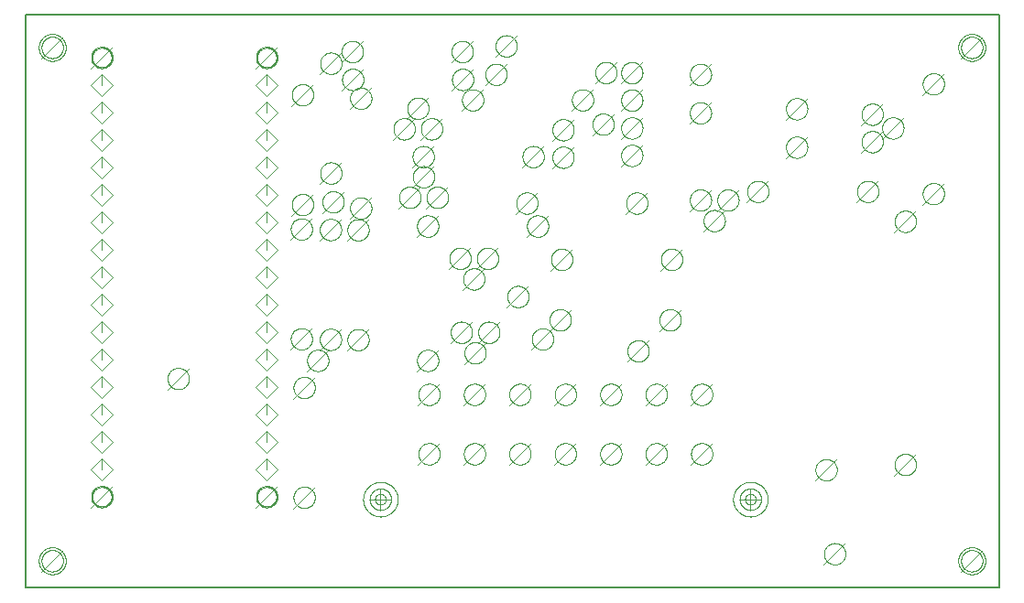
<source format=gko>
G75*
%MOIN*%
%OFA0B0*%
%FSLAX25Y25*%
%IPPOS*%
%LPD*%
%AMOC8*
5,1,8,0,0,1.08239X$1,22.5*
%
%ADD10C,0.00000*%
%ADD11C,0.00100*%
%ADD12C,0.00600*%
D10*
X0290822Y0017805D02*
X0290824Y0017945D01*
X0290830Y0018085D01*
X0290840Y0018224D01*
X0290854Y0018363D01*
X0290872Y0018502D01*
X0290893Y0018640D01*
X0290919Y0018778D01*
X0290949Y0018915D01*
X0290982Y0019050D01*
X0291020Y0019185D01*
X0291061Y0019319D01*
X0291106Y0019452D01*
X0291154Y0019583D01*
X0291207Y0019712D01*
X0291263Y0019841D01*
X0291322Y0019967D01*
X0291386Y0020092D01*
X0291452Y0020215D01*
X0291523Y0020336D01*
X0291596Y0020455D01*
X0291673Y0020572D01*
X0291754Y0020686D01*
X0291837Y0020798D01*
X0291924Y0020908D01*
X0292014Y0021016D01*
X0292106Y0021120D01*
X0292202Y0021222D01*
X0292301Y0021322D01*
X0292402Y0021418D01*
X0292506Y0021512D01*
X0292613Y0021602D01*
X0292722Y0021689D01*
X0292834Y0021774D01*
X0292948Y0021855D01*
X0293064Y0021933D01*
X0293182Y0022007D01*
X0293303Y0022078D01*
X0293425Y0022146D01*
X0293550Y0022210D01*
X0293676Y0022271D01*
X0293803Y0022328D01*
X0293933Y0022381D01*
X0294064Y0022431D01*
X0294196Y0022476D01*
X0294329Y0022519D01*
X0294464Y0022557D01*
X0294599Y0022591D01*
X0294736Y0022622D01*
X0294873Y0022649D01*
X0295011Y0022671D01*
X0295150Y0022690D01*
X0295289Y0022705D01*
X0295428Y0022716D01*
X0295568Y0022723D01*
X0295708Y0022726D01*
X0295848Y0022725D01*
X0295988Y0022720D01*
X0296127Y0022711D01*
X0296267Y0022698D01*
X0296406Y0022681D01*
X0296544Y0022660D01*
X0296682Y0022636D01*
X0296819Y0022607D01*
X0296955Y0022575D01*
X0297090Y0022538D01*
X0297224Y0022498D01*
X0297357Y0022454D01*
X0297488Y0022406D01*
X0297618Y0022355D01*
X0297747Y0022300D01*
X0297874Y0022241D01*
X0297999Y0022178D01*
X0298122Y0022113D01*
X0298244Y0022043D01*
X0298363Y0021970D01*
X0298481Y0021894D01*
X0298596Y0021815D01*
X0298709Y0021732D01*
X0298819Y0021646D01*
X0298927Y0021557D01*
X0299032Y0021465D01*
X0299135Y0021370D01*
X0299235Y0021272D01*
X0299332Y0021172D01*
X0299426Y0021068D01*
X0299518Y0020962D01*
X0299606Y0020854D01*
X0299691Y0020743D01*
X0299773Y0020629D01*
X0299852Y0020513D01*
X0299927Y0020396D01*
X0299999Y0020276D01*
X0300067Y0020154D01*
X0300132Y0020030D01*
X0300194Y0019904D01*
X0300252Y0019777D01*
X0300306Y0019648D01*
X0300357Y0019517D01*
X0300403Y0019385D01*
X0300446Y0019252D01*
X0300486Y0019118D01*
X0300521Y0018983D01*
X0300553Y0018846D01*
X0300580Y0018709D01*
X0300604Y0018571D01*
X0300624Y0018433D01*
X0300640Y0018294D01*
X0300652Y0018154D01*
X0300660Y0018015D01*
X0300664Y0017875D01*
X0300664Y0017735D01*
X0300660Y0017595D01*
X0300652Y0017456D01*
X0300640Y0017316D01*
X0300624Y0017177D01*
X0300604Y0017039D01*
X0300580Y0016901D01*
X0300553Y0016764D01*
X0300521Y0016627D01*
X0300486Y0016492D01*
X0300446Y0016358D01*
X0300403Y0016225D01*
X0300357Y0016093D01*
X0300306Y0015962D01*
X0300252Y0015833D01*
X0300194Y0015706D01*
X0300132Y0015580D01*
X0300067Y0015456D01*
X0299999Y0015334D01*
X0299927Y0015214D01*
X0299852Y0015097D01*
X0299773Y0014981D01*
X0299691Y0014867D01*
X0299606Y0014756D01*
X0299518Y0014648D01*
X0299426Y0014542D01*
X0299332Y0014438D01*
X0299235Y0014338D01*
X0299135Y0014240D01*
X0299032Y0014145D01*
X0298927Y0014053D01*
X0298819Y0013964D01*
X0298709Y0013878D01*
X0298596Y0013795D01*
X0298481Y0013716D01*
X0298363Y0013640D01*
X0298244Y0013567D01*
X0298122Y0013497D01*
X0297999Y0013432D01*
X0297874Y0013369D01*
X0297747Y0013310D01*
X0297618Y0013255D01*
X0297488Y0013204D01*
X0297357Y0013156D01*
X0297224Y0013112D01*
X0297090Y0013072D01*
X0296955Y0013035D01*
X0296819Y0013003D01*
X0296682Y0012974D01*
X0296544Y0012950D01*
X0296406Y0012929D01*
X0296267Y0012912D01*
X0296127Y0012899D01*
X0295988Y0012890D01*
X0295848Y0012885D01*
X0295708Y0012884D01*
X0295568Y0012887D01*
X0295428Y0012894D01*
X0295289Y0012905D01*
X0295150Y0012920D01*
X0295011Y0012939D01*
X0294873Y0012961D01*
X0294736Y0012988D01*
X0294599Y0013019D01*
X0294464Y0013053D01*
X0294329Y0013091D01*
X0294196Y0013134D01*
X0294064Y0013179D01*
X0293933Y0013229D01*
X0293803Y0013282D01*
X0293676Y0013339D01*
X0293550Y0013400D01*
X0293425Y0013464D01*
X0293303Y0013532D01*
X0293182Y0013603D01*
X0293064Y0013677D01*
X0292948Y0013755D01*
X0292834Y0013836D01*
X0292722Y0013921D01*
X0292613Y0014008D01*
X0292506Y0014098D01*
X0292402Y0014192D01*
X0292301Y0014288D01*
X0292202Y0014388D01*
X0292106Y0014490D01*
X0292014Y0014594D01*
X0291924Y0014702D01*
X0291837Y0014812D01*
X0291754Y0014924D01*
X0291673Y0015038D01*
X0291596Y0015155D01*
X0291523Y0015274D01*
X0291452Y0015395D01*
X0291386Y0015518D01*
X0291322Y0015643D01*
X0291263Y0015769D01*
X0291207Y0015898D01*
X0291154Y0016027D01*
X0291106Y0016158D01*
X0291061Y0016291D01*
X0291020Y0016425D01*
X0290982Y0016560D01*
X0290949Y0016695D01*
X0290919Y0016832D01*
X0290893Y0016970D01*
X0290872Y0017108D01*
X0290854Y0017247D01*
X0290840Y0017386D01*
X0290830Y0017525D01*
X0290824Y0017665D01*
X0290822Y0017805D01*
X0310294Y0041152D02*
X0310296Y0041270D01*
X0310302Y0041388D01*
X0310312Y0041506D01*
X0310326Y0041623D01*
X0310344Y0041740D01*
X0310366Y0041857D01*
X0310391Y0041972D01*
X0310421Y0042086D01*
X0310455Y0042200D01*
X0310492Y0042312D01*
X0310533Y0042423D01*
X0310578Y0042532D01*
X0310626Y0042640D01*
X0310678Y0042746D01*
X0310734Y0042851D01*
X0310793Y0042953D01*
X0310855Y0043053D01*
X0310921Y0043151D01*
X0310990Y0043247D01*
X0311063Y0043341D01*
X0311138Y0043432D01*
X0311217Y0043520D01*
X0311298Y0043606D01*
X0311383Y0043689D01*
X0311470Y0043769D01*
X0311559Y0043846D01*
X0311652Y0043920D01*
X0311746Y0043990D01*
X0311843Y0044058D01*
X0311943Y0044122D01*
X0312044Y0044183D01*
X0312147Y0044240D01*
X0312253Y0044294D01*
X0312360Y0044345D01*
X0312468Y0044391D01*
X0312578Y0044434D01*
X0312690Y0044473D01*
X0312803Y0044509D01*
X0312917Y0044540D01*
X0313032Y0044568D01*
X0313147Y0044592D01*
X0313264Y0044612D01*
X0313381Y0044628D01*
X0313499Y0044640D01*
X0313617Y0044648D01*
X0313735Y0044652D01*
X0313853Y0044652D01*
X0313971Y0044648D01*
X0314089Y0044640D01*
X0314207Y0044628D01*
X0314324Y0044612D01*
X0314441Y0044592D01*
X0314556Y0044568D01*
X0314671Y0044540D01*
X0314785Y0044509D01*
X0314898Y0044473D01*
X0315010Y0044434D01*
X0315120Y0044391D01*
X0315228Y0044345D01*
X0315335Y0044294D01*
X0315441Y0044240D01*
X0315544Y0044183D01*
X0315645Y0044122D01*
X0315745Y0044058D01*
X0315842Y0043990D01*
X0315936Y0043920D01*
X0316029Y0043846D01*
X0316118Y0043769D01*
X0316205Y0043689D01*
X0316290Y0043606D01*
X0316371Y0043520D01*
X0316450Y0043432D01*
X0316525Y0043341D01*
X0316598Y0043247D01*
X0316667Y0043151D01*
X0316733Y0043053D01*
X0316795Y0042953D01*
X0316854Y0042851D01*
X0316910Y0042746D01*
X0316962Y0042640D01*
X0317010Y0042532D01*
X0317055Y0042423D01*
X0317096Y0042312D01*
X0317133Y0042200D01*
X0317167Y0042086D01*
X0317197Y0041972D01*
X0317222Y0041857D01*
X0317244Y0041740D01*
X0317262Y0041623D01*
X0317276Y0041506D01*
X0317286Y0041388D01*
X0317292Y0041270D01*
X0317294Y0041152D01*
X0317292Y0041034D01*
X0317286Y0040916D01*
X0317276Y0040798D01*
X0317262Y0040681D01*
X0317244Y0040564D01*
X0317222Y0040447D01*
X0317197Y0040332D01*
X0317167Y0040218D01*
X0317133Y0040104D01*
X0317096Y0039992D01*
X0317055Y0039881D01*
X0317010Y0039772D01*
X0316962Y0039664D01*
X0316910Y0039558D01*
X0316854Y0039453D01*
X0316795Y0039351D01*
X0316733Y0039251D01*
X0316667Y0039153D01*
X0316598Y0039057D01*
X0316525Y0038963D01*
X0316450Y0038872D01*
X0316371Y0038784D01*
X0316290Y0038698D01*
X0316205Y0038615D01*
X0316118Y0038535D01*
X0316029Y0038458D01*
X0315936Y0038384D01*
X0315842Y0038314D01*
X0315745Y0038246D01*
X0315645Y0038182D01*
X0315544Y0038121D01*
X0315441Y0038064D01*
X0315335Y0038010D01*
X0315228Y0037959D01*
X0315120Y0037913D01*
X0315010Y0037870D01*
X0314898Y0037831D01*
X0314785Y0037795D01*
X0314671Y0037764D01*
X0314556Y0037736D01*
X0314441Y0037712D01*
X0314324Y0037692D01*
X0314207Y0037676D01*
X0314089Y0037664D01*
X0313971Y0037656D01*
X0313853Y0037652D01*
X0313735Y0037652D01*
X0313617Y0037656D01*
X0313499Y0037664D01*
X0313381Y0037676D01*
X0313264Y0037692D01*
X0313147Y0037712D01*
X0313032Y0037736D01*
X0312917Y0037764D01*
X0312803Y0037795D01*
X0312690Y0037831D01*
X0312578Y0037870D01*
X0312468Y0037913D01*
X0312360Y0037959D01*
X0312253Y0038010D01*
X0312147Y0038064D01*
X0312044Y0038121D01*
X0311943Y0038182D01*
X0311843Y0038246D01*
X0311746Y0038314D01*
X0311652Y0038384D01*
X0311559Y0038458D01*
X0311470Y0038535D01*
X0311383Y0038615D01*
X0311298Y0038698D01*
X0311217Y0038784D01*
X0311138Y0038872D01*
X0311063Y0038963D01*
X0310990Y0039057D01*
X0310921Y0039153D01*
X0310855Y0039251D01*
X0310793Y0039351D01*
X0310734Y0039453D01*
X0310678Y0039558D01*
X0310626Y0039664D01*
X0310578Y0039772D01*
X0310533Y0039881D01*
X0310492Y0039992D01*
X0310455Y0040104D01*
X0310421Y0040218D01*
X0310391Y0040332D01*
X0310366Y0040447D01*
X0310344Y0040564D01*
X0310326Y0040681D01*
X0310312Y0040798D01*
X0310302Y0040916D01*
X0310296Y0041034D01*
X0310294Y0041152D01*
X0370294Y0041152D02*
X0370296Y0041270D01*
X0370302Y0041388D01*
X0370312Y0041506D01*
X0370326Y0041623D01*
X0370344Y0041740D01*
X0370366Y0041857D01*
X0370391Y0041972D01*
X0370421Y0042086D01*
X0370455Y0042200D01*
X0370492Y0042312D01*
X0370533Y0042423D01*
X0370578Y0042532D01*
X0370626Y0042640D01*
X0370678Y0042746D01*
X0370734Y0042851D01*
X0370793Y0042953D01*
X0370855Y0043053D01*
X0370921Y0043151D01*
X0370990Y0043247D01*
X0371063Y0043341D01*
X0371138Y0043432D01*
X0371217Y0043520D01*
X0371298Y0043606D01*
X0371383Y0043689D01*
X0371470Y0043769D01*
X0371559Y0043846D01*
X0371652Y0043920D01*
X0371746Y0043990D01*
X0371843Y0044058D01*
X0371943Y0044122D01*
X0372044Y0044183D01*
X0372147Y0044240D01*
X0372253Y0044294D01*
X0372360Y0044345D01*
X0372468Y0044391D01*
X0372578Y0044434D01*
X0372690Y0044473D01*
X0372803Y0044509D01*
X0372917Y0044540D01*
X0373032Y0044568D01*
X0373147Y0044592D01*
X0373264Y0044612D01*
X0373381Y0044628D01*
X0373499Y0044640D01*
X0373617Y0044648D01*
X0373735Y0044652D01*
X0373853Y0044652D01*
X0373971Y0044648D01*
X0374089Y0044640D01*
X0374207Y0044628D01*
X0374324Y0044612D01*
X0374441Y0044592D01*
X0374556Y0044568D01*
X0374671Y0044540D01*
X0374785Y0044509D01*
X0374898Y0044473D01*
X0375010Y0044434D01*
X0375120Y0044391D01*
X0375228Y0044345D01*
X0375335Y0044294D01*
X0375441Y0044240D01*
X0375544Y0044183D01*
X0375645Y0044122D01*
X0375745Y0044058D01*
X0375842Y0043990D01*
X0375936Y0043920D01*
X0376029Y0043846D01*
X0376118Y0043769D01*
X0376205Y0043689D01*
X0376290Y0043606D01*
X0376371Y0043520D01*
X0376450Y0043432D01*
X0376525Y0043341D01*
X0376598Y0043247D01*
X0376667Y0043151D01*
X0376733Y0043053D01*
X0376795Y0042953D01*
X0376854Y0042851D01*
X0376910Y0042746D01*
X0376962Y0042640D01*
X0377010Y0042532D01*
X0377055Y0042423D01*
X0377096Y0042312D01*
X0377133Y0042200D01*
X0377167Y0042086D01*
X0377197Y0041972D01*
X0377222Y0041857D01*
X0377244Y0041740D01*
X0377262Y0041623D01*
X0377276Y0041506D01*
X0377286Y0041388D01*
X0377292Y0041270D01*
X0377294Y0041152D01*
X0377292Y0041034D01*
X0377286Y0040916D01*
X0377276Y0040798D01*
X0377262Y0040681D01*
X0377244Y0040564D01*
X0377222Y0040447D01*
X0377197Y0040332D01*
X0377167Y0040218D01*
X0377133Y0040104D01*
X0377096Y0039992D01*
X0377055Y0039881D01*
X0377010Y0039772D01*
X0376962Y0039664D01*
X0376910Y0039558D01*
X0376854Y0039453D01*
X0376795Y0039351D01*
X0376733Y0039251D01*
X0376667Y0039153D01*
X0376598Y0039057D01*
X0376525Y0038963D01*
X0376450Y0038872D01*
X0376371Y0038784D01*
X0376290Y0038698D01*
X0376205Y0038615D01*
X0376118Y0038535D01*
X0376029Y0038458D01*
X0375936Y0038384D01*
X0375842Y0038314D01*
X0375745Y0038246D01*
X0375645Y0038182D01*
X0375544Y0038121D01*
X0375441Y0038064D01*
X0375335Y0038010D01*
X0375228Y0037959D01*
X0375120Y0037913D01*
X0375010Y0037870D01*
X0374898Y0037831D01*
X0374785Y0037795D01*
X0374671Y0037764D01*
X0374556Y0037736D01*
X0374441Y0037712D01*
X0374324Y0037692D01*
X0374207Y0037676D01*
X0374089Y0037664D01*
X0373971Y0037656D01*
X0373853Y0037652D01*
X0373735Y0037652D01*
X0373617Y0037656D01*
X0373499Y0037664D01*
X0373381Y0037676D01*
X0373264Y0037692D01*
X0373147Y0037712D01*
X0373032Y0037736D01*
X0372917Y0037764D01*
X0372803Y0037795D01*
X0372690Y0037831D01*
X0372578Y0037870D01*
X0372468Y0037913D01*
X0372360Y0037959D01*
X0372253Y0038010D01*
X0372147Y0038064D01*
X0372044Y0038121D01*
X0371943Y0038182D01*
X0371843Y0038246D01*
X0371746Y0038314D01*
X0371652Y0038384D01*
X0371559Y0038458D01*
X0371470Y0038535D01*
X0371383Y0038615D01*
X0371298Y0038698D01*
X0371217Y0038784D01*
X0371138Y0038872D01*
X0371063Y0038963D01*
X0370990Y0039057D01*
X0370921Y0039153D01*
X0370855Y0039251D01*
X0370793Y0039351D01*
X0370734Y0039453D01*
X0370678Y0039558D01*
X0370626Y0039664D01*
X0370578Y0039772D01*
X0370533Y0039881D01*
X0370492Y0039992D01*
X0370455Y0040104D01*
X0370421Y0040218D01*
X0370391Y0040332D01*
X0370366Y0040447D01*
X0370344Y0040564D01*
X0370326Y0040681D01*
X0370312Y0040798D01*
X0370302Y0040916D01*
X0370296Y0041034D01*
X0370294Y0041152D01*
X0408873Y0040226D02*
X0408875Y0040384D01*
X0408881Y0040542D01*
X0408891Y0040700D01*
X0408905Y0040858D01*
X0408923Y0041015D01*
X0408944Y0041172D01*
X0408970Y0041328D01*
X0409000Y0041484D01*
X0409033Y0041639D01*
X0409071Y0041792D01*
X0409112Y0041945D01*
X0409157Y0042097D01*
X0409206Y0042248D01*
X0409259Y0042397D01*
X0409315Y0042545D01*
X0409375Y0042691D01*
X0409439Y0042836D01*
X0409507Y0042979D01*
X0409578Y0043121D01*
X0409652Y0043261D01*
X0409730Y0043398D01*
X0409812Y0043534D01*
X0409896Y0043668D01*
X0409985Y0043799D01*
X0410076Y0043928D01*
X0410171Y0044055D01*
X0410268Y0044180D01*
X0410369Y0044302D01*
X0410473Y0044421D01*
X0410580Y0044538D01*
X0410690Y0044652D01*
X0410803Y0044763D01*
X0410918Y0044872D01*
X0411036Y0044977D01*
X0411157Y0045079D01*
X0411280Y0045179D01*
X0411406Y0045275D01*
X0411534Y0045368D01*
X0411664Y0045458D01*
X0411797Y0045544D01*
X0411932Y0045628D01*
X0412068Y0045707D01*
X0412207Y0045784D01*
X0412348Y0045856D01*
X0412490Y0045926D01*
X0412634Y0045991D01*
X0412780Y0046053D01*
X0412927Y0046111D01*
X0413076Y0046166D01*
X0413226Y0046217D01*
X0413377Y0046264D01*
X0413529Y0046307D01*
X0413682Y0046346D01*
X0413837Y0046382D01*
X0413992Y0046413D01*
X0414148Y0046441D01*
X0414304Y0046465D01*
X0414461Y0046485D01*
X0414619Y0046501D01*
X0414776Y0046513D01*
X0414935Y0046521D01*
X0415093Y0046525D01*
X0415251Y0046525D01*
X0415409Y0046521D01*
X0415568Y0046513D01*
X0415725Y0046501D01*
X0415883Y0046485D01*
X0416040Y0046465D01*
X0416196Y0046441D01*
X0416352Y0046413D01*
X0416507Y0046382D01*
X0416662Y0046346D01*
X0416815Y0046307D01*
X0416967Y0046264D01*
X0417118Y0046217D01*
X0417268Y0046166D01*
X0417417Y0046111D01*
X0417564Y0046053D01*
X0417710Y0045991D01*
X0417854Y0045926D01*
X0417996Y0045856D01*
X0418137Y0045784D01*
X0418276Y0045707D01*
X0418412Y0045628D01*
X0418547Y0045544D01*
X0418680Y0045458D01*
X0418810Y0045368D01*
X0418938Y0045275D01*
X0419064Y0045179D01*
X0419187Y0045079D01*
X0419308Y0044977D01*
X0419426Y0044872D01*
X0419541Y0044763D01*
X0419654Y0044652D01*
X0419764Y0044538D01*
X0419871Y0044421D01*
X0419975Y0044302D01*
X0420076Y0044180D01*
X0420173Y0044055D01*
X0420268Y0043928D01*
X0420359Y0043799D01*
X0420448Y0043668D01*
X0420532Y0043534D01*
X0420614Y0043398D01*
X0420692Y0043261D01*
X0420766Y0043121D01*
X0420837Y0042979D01*
X0420905Y0042836D01*
X0420969Y0042691D01*
X0421029Y0042545D01*
X0421085Y0042397D01*
X0421138Y0042248D01*
X0421187Y0042097D01*
X0421232Y0041945D01*
X0421273Y0041792D01*
X0421311Y0041639D01*
X0421344Y0041484D01*
X0421374Y0041328D01*
X0421400Y0041172D01*
X0421421Y0041015D01*
X0421439Y0040858D01*
X0421453Y0040700D01*
X0421463Y0040542D01*
X0421469Y0040384D01*
X0421471Y0040226D01*
X0421469Y0040068D01*
X0421463Y0039910D01*
X0421453Y0039752D01*
X0421439Y0039594D01*
X0421421Y0039437D01*
X0421400Y0039280D01*
X0421374Y0039124D01*
X0421344Y0038968D01*
X0421311Y0038813D01*
X0421273Y0038660D01*
X0421232Y0038507D01*
X0421187Y0038355D01*
X0421138Y0038204D01*
X0421085Y0038055D01*
X0421029Y0037907D01*
X0420969Y0037761D01*
X0420905Y0037616D01*
X0420837Y0037473D01*
X0420766Y0037331D01*
X0420692Y0037191D01*
X0420614Y0037054D01*
X0420532Y0036918D01*
X0420448Y0036784D01*
X0420359Y0036653D01*
X0420268Y0036524D01*
X0420173Y0036397D01*
X0420076Y0036272D01*
X0419975Y0036150D01*
X0419871Y0036031D01*
X0419764Y0035914D01*
X0419654Y0035800D01*
X0419541Y0035689D01*
X0419426Y0035580D01*
X0419308Y0035475D01*
X0419187Y0035373D01*
X0419064Y0035273D01*
X0418938Y0035177D01*
X0418810Y0035084D01*
X0418680Y0034994D01*
X0418547Y0034908D01*
X0418412Y0034824D01*
X0418276Y0034745D01*
X0418137Y0034668D01*
X0417996Y0034596D01*
X0417854Y0034526D01*
X0417710Y0034461D01*
X0417564Y0034399D01*
X0417417Y0034341D01*
X0417268Y0034286D01*
X0417118Y0034235D01*
X0416967Y0034188D01*
X0416815Y0034145D01*
X0416662Y0034106D01*
X0416507Y0034070D01*
X0416352Y0034039D01*
X0416196Y0034011D01*
X0416040Y0033987D01*
X0415883Y0033967D01*
X0415725Y0033951D01*
X0415568Y0033939D01*
X0415409Y0033931D01*
X0415251Y0033927D01*
X0415093Y0033927D01*
X0414935Y0033931D01*
X0414776Y0033939D01*
X0414619Y0033951D01*
X0414461Y0033967D01*
X0414304Y0033987D01*
X0414148Y0034011D01*
X0413992Y0034039D01*
X0413837Y0034070D01*
X0413682Y0034106D01*
X0413529Y0034145D01*
X0413377Y0034188D01*
X0413226Y0034235D01*
X0413076Y0034286D01*
X0412927Y0034341D01*
X0412780Y0034399D01*
X0412634Y0034461D01*
X0412490Y0034526D01*
X0412348Y0034596D01*
X0412207Y0034668D01*
X0412068Y0034745D01*
X0411932Y0034824D01*
X0411797Y0034908D01*
X0411664Y0034994D01*
X0411534Y0035084D01*
X0411406Y0035177D01*
X0411280Y0035273D01*
X0411157Y0035373D01*
X0411036Y0035475D01*
X0410918Y0035580D01*
X0410803Y0035689D01*
X0410690Y0035800D01*
X0410580Y0035914D01*
X0410473Y0036031D01*
X0410369Y0036150D01*
X0410268Y0036272D01*
X0410171Y0036397D01*
X0410076Y0036524D01*
X0409985Y0036653D01*
X0409896Y0036784D01*
X0409812Y0036918D01*
X0409730Y0037054D01*
X0409652Y0037191D01*
X0409578Y0037331D01*
X0409507Y0037473D01*
X0409439Y0037616D01*
X0409375Y0037761D01*
X0409315Y0037907D01*
X0409259Y0038055D01*
X0409206Y0038204D01*
X0409157Y0038355D01*
X0409112Y0038507D01*
X0409071Y0038660D01*
X0409033Y0038813D01*
X0409000Y0038968D01*
X0408970Y0039124D01*
X0408944Y0039280D01*
X0408923Y0039437D01*
X0408905Y0039594D01*
X0408891Y0039752D01*
X0408881Y0039910D01*
X0408875Y0040068D01*
X0408873Y0040226D01*
X0543518Y0040226D02*
X0543520Y0040384D01*
X0543526Y0040542D01*
X0543536Y0040700D01*
X0543550Y0040858D01*
X0543568Y0041015D01*
X0543589Y0041172D01*
X0543615Y0041328D01*
X0543645Y0041484D01*
X0543678Y0041639D01*
X0543716Y0041792D01*
X0543757Y0041945D01*
X0543802Y0042097D01*
X0543851Y0042248D01*
X0543904Y0042397D01*
X0543960Y0042545D01*
X0544020Y0042691D01*
X0544084Y0042836D01*
X0544152Y0042979D01*
X0544223Y0043121D01*
X0544297Y0043261D01*
X0544375Y0043398D01*
X0544457Y0043534D01*
X0544541Y0043668D01*
X0544630Y0043799D01*
X0544721Y0043928D01*
X0544816Y0044055D01*
X0544913Y0044180D01*
X0545014Y0044302D01*
X0545118Y0044421D01*
X0545225Y0044538D01*
X0545335Y0044652D01*
X0545448Y0044763D01*
X0545563Y0044872D01*
X0545681Y0044977D01*
X0545802Y0045079D01*
X0545925Y0045179D01*
X0546051Y0045275D01*
X0546179Y0045368D01*
X0546309Y0045458D01*
X0546442Y0045544D01*
X0546577Y0045628D01*
X0546713Y0045707D01*
X0546852Y0045784D01*
X0546993Y0045856D01*
X0547135Y0045926D01*
X0547279Y0045991D01*
X0547425Y0046053D01*
X0547572Y0046111D01*
X0547721Y0046166D01*
X0547871Y0046217D01*
X0548022Y0046264D01*
X0548174Y0046307D01*
X0548327Y0046346D01*
X0548482Y0046382D01*
X0548637Y0046413D01*
X0548793Y0046441D01*
X0548949Y0046465D01*
X0549106Y0046485D01*
X0549264Y0046501D01*
X0549421Y0046513D01*
X0549580Y0046521D01*
X0549738Y0046525D01*
X0549896Y0046525D01*
X0550054Y0046521D01*
X0550213Y0046513D01*
X0550370Y0046501D01*
X0550528Y0046485D01*
X0550685Y0046465D01*
X0550841Y0046441D01*
X0550997Y0046413D01*
X0551152Y0046382D01*
X0551307Y0046346D01*
X0551460Y0046307D01*
X0551612Y0046264D01*
X0551763Y0046217D01*
X0551913Y0046166D01*
X0552062Y0046111D01*
X0552209Y0046053D01*
X0552355Y0045991D01*
X0552499Y0045926D01*
X0552641Y0045856D01*
X0552782Y0045784D01*
X0552921Y0045707D01*
X0553057Y0045628D01*
X0553192Y0045544D01*
X0553325Y0045458D01*
X0553455Y0045368D01*
X0553583Y0045275D01*
X0553709Y0045179D01*
X0553832Y0045079D01*
X0553953Y0044977D01*
X0554071Y0044872D01*
X0554186Y0044763D01*
X0554299Y0044652D01*
X0554409Y0044538D01*
X0554516Y0044421D01*
X0554620Y0044302D01*
X0554721Y0044180D01*
X0554818Y0044055D01*
X0554913Y0043928D01*
X0555004Y0043799D01*
X0555093Y0043668D01*
X0555177Y0043534D01*
X0555259Y0043398D01*
X0555337Y0043261D01*
X0555411Y0043121D01*
X0555482Y0042979D01*
X0555550Y0042836D01*
X0555614Y0042691D01*
X0555674Y0042545D01*
X0555730Y0042397D01*
X0555783Y0042248D01*
X0555832Y0042097D01*
X0555877Y0041945D01*
X0555918Y0041792D01*
X0555956Y0041639D01*
X0555989Y0041484D01*
X0556019Y0041328D01*
X0556045Y0041172D01*
X0556066Y0041015D01*
X0556084Y0040858D01*
X0556098Y0040700D01*
X0556108Y0040542D01*
X0556114Y0040384D01*
X0556116Y0040226D01*
X0556114Y0040068D01*
X0556108Y0039910D01*
X0556098Y0039752D01*
X0556084Y0039594D01*
X0556066Y0039437D01*
X0556045Y0039280D01*
X0556019Y0039124D01*
X0555989Y0038968D01*
X0555956Y0038813D01*
X0555918Y0038660D01*
X0555877Y0038507D01*
X0555832Y0038355D01*
X0555783Y0038204D01*
X0555730Y0038055D01*
X0555674Y0037907D01*
X0555614Y0037761D01*
X0555550Y0037616D01*
X0555482Y0037473D01*
X0555411Y0037331D01*
X0555337Y0037191D01*
X0555259Y0037054D01*
X0555177Y0036918D01*
X0555093Y0036784D01*
X0555004Y0036653D01*
X0554913Y0036524D01*
X0554818Y0036397D01*
X0554721Y0036272D01*
X0554620Y0036150D01*
X0554516Y0036031D01*
X0554409Y0035914D01*
X0554299Y0035800D01*
X0554186Y0035689D01*
X0554071Y0035580D01*
X0553953Y0035475D01*
X0553832Y0035373D01*
X0553709Y0035273D01*
X0553583Y0035177D01*
X0553455Y0035084D01*
X0553325Y0034994D01*
X0553192Y0034908D01*
X0553057Y0034824D01*
X0552921Y0034745D01*
X0552782Y0034668D01*
X0552641Y0034596D01*
X0552499Y0034526D01*
X0552355Y0034461D01*
X0552209Y0034399D01*
X0552062Y0034341D01*
X0551913Y0034286D01*
X0551763Y0034235D01*
X0551612Y0034188D01*
X0551460Y0034145D01*
X0551307Y0034106D01*
X0551152Y0034070D01*
X0550997Y0034039D01*
X0550841Y0034011D01*
X0550685Y0033987D01*
X0550528Y0033967D01*
X0550370Y0033951D01*
X0550213Y0033939D01*
X0550054Y0033931D01*
X0549896Y0033927D01*
X0549738Y0033927D01*
X0549580Y0033931D01*
X0549421Y0033939D01*
X0549264Y0033951D01*
X0549106Y0033967D01*
X0548949Y0033987D01*
X0548793Y0034011D01*
X0548637Y0034039D01*
X0548482Y0034070D01*
X0548327Y0034106D01*
X0548174Y0034145D01*
X0548022Y0034188D01*
X0547871Y0034235D01*
X0547721Y0034286D01*
X0547572Y0034341D01*
X0547425Y0034399D01*
X0547279Y0034461D01*
X0547135Y0034526D01*
X0546993Y0034596D01*
X0546852Y0034668D01*
X0546713Y0034745D01*
X0546577Y0034824D01*
X0546442Y0034908D01*
X0546309Y0034994D01*
X0546179Y0035084D01*
X0546051Y0035177D01*
X0545925Y0035273D01*
X0545802Y0035373D01*
X0545681Y0035475D01*
X0545563Y0035580D01*
X0545448Y0035689D01*
X0545335Y0035800D01*
X0545225Y0035914D01*
X0545118Y0036031D01*
X0545014Y0036150D01*
X0544913Y0036272D01*
X0544816Y0036397D01*
X0544721Y0036524D01*
X0544630Y0036653D01*
X0544541Y0036784D01*
X0544457Y0036918D01*
X0544375Y0037054D01*
X0544297Y0037191D01*
X0544223Y0037331D01*
X0544152Y0037473D01*
X0544084Y0037616D01*
X0544020Y0037761D01*
X0543960Y0037907D01*
X0543904Y0038055D01*
X0543851Y0038204D01*
X0543802Y0038355D01*
X0543757Y0038507D01*
X0543716Y0038660D01*
X0543678Y0038813D01*
X0543645Y0038968D01*
X0543615Y0039124D01*
X0543589Y0039280D01*
X0543568Y0039437D01*
X0543550Y0039594D01*
X0543536Y0039752D01*
X0543526Y0039910D01*
X0543520Y0040068D01*
X0543518Y0040226D01*
X0625467Y0017805D02*
X0625469Y0017945D01*
X0625475Y0018085D01*
X0625485Y0018224D01*
X0625499Y0018363D01*
X0625517Y0018502D01*
X0625538Y0018640D01*
X0625564Y0018778D01*
X0625594Y0018915D01*
X0625627Y0019050D01*
X0625665Y0019185D01*
X0625706Y0019319D01*
X0625751Y0019452D01*
X0625799Y0019583D01*
X0625852Y0019712D01*
X0625908Y0019841D01*
X0625967Y0019967D01*
X0626031Y0020092D01*
X0626097Y0020215D01*
X0626168Y0020336D01*
X0626241Y0020455D01*
X0626318Y0020572D01*
X0626399Y0020686D01*
X0626482Y0020798D01*
X0626569Y0020908D01*
X0626659Y0021016D01*
X0626751Y0021120D01*
X0626847Y0021222D01*
X0626946Y0021322D01*
X0627047Y0021418D01*
X0627151Y0021512D01*
X0627258Y0021602D01*
X0627367Y0021689D01*
X0627479Y0021774D01*
X0627593Y0021855D01*
X0627709Y0021933D01*
X0627827Y0022007D01*
X0627948Y0022078D01*
X0628070Y0022146D01*
X0628195Y0022210D01*
X0628321Y0022271D01*
X0628448Y0022328D01*
X0628578Y0022381D01*
X0628709Y0022431D01*
X0628841Y0022476D01*
X0628974Y0022519D01*
X0629109Y0022557D01*
X0629244Y0022591D01*
X0629381Y0022622D01*
X0629518Y0022649D01*
X0629656Y0022671D01*
X0629795Y0022690D01*
X0629934Y0022705D01*
X0630073Y0022716D01*
X0630213Y0022723D01*
X0630353Y0022726D01*
X0630493Y0022725D01*
X0630633Y0022720D01*
X0630772Y0022711D01*
X0630912Y0022698D01*
X0631051Y0022681D01*
X0631189Y0022660D01*
X0631327Y0022636D01*
X0631464Y0022607D01*
X0631600Y0022575D01*
X0631735Y0022538D01*
X0631869Y0022498D01*
X0632002Y0022454D01*
X0632133Y0022406D01*
X0632263Y0022355D01*
X0632392Y0022300D01*
X0632519Y0022241D01*
X0632644Y0022178D01*
X0632767Y0022113D01*
X0632889Y0022043D01*
X0633008Y0021970D01*
X0633126Y0021894D01*
X0633241Y0021815D01*
X0633354Y0021732D01*
X0633464Y0021646D01*
X0633572Y0021557D01*
X0633677Y0021465D01*
X0633780Y0021370D01*
X0633880Y0021272D01*
X0633977Y0021172D01*
X0634071Y0021068D01*
X0634163Y0020962D01*
X0634251Y0020854D01*
X0634336Y0020743D01*
X0634418Y0020629D01*
X0634497Y0020513D01*
X0634572Y0020396D01*
X0634644Y0020276D01*
X0634712Y0020154D01*
X0634777Y0020030D01*
X0634839Y0019904D01*
X0634897Y0019777D01*
X0634951Y0019648D01*
X0635002Y0019517D01*
X0635048Y0019385D01*
X0635091Y0019252D01*
X0635131Y0019118D01*
X0635166Y0018983D01*
X0635198Y0018846D01*
X0635225Y0018709D01*
X0635249Y0018571D01*
X0635269Y0018433D01*
X0635285Y0018294D01*
X0635297Y0018154D01*
X0635305Y0018015D01*
X0635309Y0017875D01*
X0635309Y0017735D01*
X0635305Y0017595D01*
X0635297Y0017456D01*
X0635285Y0017316D01*
X0635269Y0017177D01*
X0635249Y0017039D01*
X0635225Y0016901D01*
X0635198Y0016764D01*
X0635166Y0016627D01*
X0635131Y0016492D01*
X0635091Y0016358D01*
X0635048Y0016225D01*
X0635002Y0016093D01*
X0634951Y0015962D01*
X0634897Y0015833D01*
X0634839Y0015706D01*
X0634777Y0015580D01*
X0634712Y0015456D01*
X0634644Y0015334D01*
X0634572Y0015214D01*
X0634497Y0015097D01*
X0634418Y0014981D01*
X0634336Y0014867D01*
X0634251Y0014756D01*
X0634163Y0014648D01*
X0634071Y0014542D01*
X0633977Y0014438D01*
X0633880Y0014338D01*
X0633780Y0014240D01*
X0633677Y0014145D01*
X0633572Y0014053D01*
X0633464Y0013964D01*
X0633354Y0013878D01*
X0633241Y0013795D01*
X0633126Y0013716D01*
X0633008Y0013640D01*
X0632889Y0013567D01*
X0632767Y0013497D01*
X0632644Y0013432D01*
X0632519Y0013369D01*
X0632392Y0013310D01*
X0632263Y0013255D01*
X0632133Y0013204D01*
X0632002Y0013156D01*
X0631869Y0013112D01*
X0631735Y0013072D01*
X0631600Y0013035D01*
X0631464Y0013003D01*
X0631327Y0012974D01*
X0631189Y0012950D01*
X0631051Y0012929D01*
X0630912Y0012912D01*
X0630772Y0012899D01*
X0630633Y0012890D01*
X0630493Y0012885D01*
X0630353Y0012884D01*
X0630213Y0012887D01*
X0630073Y0012894D01*
X0629934Y0012905D01*
X0629795Y0012920D01*
X0629656Y0012939D01*
X0629518Y0012961D01*
X0629381Y0012988D01*
X0629244Y0013019D01*
X0629109Y0013053D01*
X0628974Y0013091D01*
X0628841Y0013134D01*
X0628709Y0013179D01*
X0628578Y0013229D01*
X0628448Y0013282D01*
X0628321Y0013339D01*
X0628195Y0013400D01*
X0628070Y0013464D01*
X0627948Y0013532D01*
X0627827Y0013603D01*
X0627709Y0013677D01*
X0627593Y0013755D01*
X0627479Y0013836D01*
X0627367Y0013921D01*
X0627258Y0014008D01*
X0627151Y0014098D01*
X0627047Y0014192D01*
X0626946Y0014288D01*
X0626847Y0014388D01*
X0626751Y0014490D01*
X0626659Y0014594D01*
X0626569Y0014702D01*
X0626482Y0014812D01*
X0626399Y0014924D01*
X0626318Y0015038D01*
X0626241Y0015155D01*
X0626168Y0015274D01*
X0626097Y0015395D01*
X0626031Y0015518D01*
X0625967Y0015643D01*
X0625908Y0015769D01*
X0625852Y0015898D01*
X0625799Y0016027D01*
X0625751Y0016158D01*
X0625706Y0016291D01*
X0625665Y0016425D01*
X0625627Y0016560D01*
X0625594Y0016695D01*
X0625564Y0016832D01*
X0625538Y0016970D01*
X0625517Y0017108D01*
X0625499Y0017247D01*
X0625485Y0017386D01*
X0625475Y0017525D01*
X0625469Y0017665D01*
X0625467Y0017805D01*
X0370294Y0201152D02*
X0370296Y0201270D01*
X0370302Y0201388D01*
X0370312Y0201506D01*
X0370326Y0201623D01*
X0370344Y0201740D01*
X0370366Y0201857D01*
X0370391Y0201972D01*
X0370421Y0202086D01*
X0370455Y0202200D01*
X0370492Y0202312D01*
X0370533Y0202423D01*
X0370578Y0202532D01*
X0370626Y0202640D01*
X0370678Y0202746D01*
X0370734Y0202851D01*
X0370793Y0202953D01*
X0370855Y0203053D01*
X0370921Y0203151D01*
X0370990Y0203247D01*
X0371063Y0203341D01*
X0371138Y0203432D01*
X0371217Y0203520D01*
X0371298Y0203606D01*
X0371383Y0203689D01*
X0371470Y0203769D01*
X0371559Y0203846D01*
X0371652Y0203920D01*
X0371746Y0203990D01*
X0371843Y0204058D01*
X0371943Y0204122D01*
X0372044Y0204183D01*
X0372147Y0204240D01*
X0372253Y0204294D01*
X0372360Y0204345D01*
X0372468Y0204391D01*
X0372578Y0204434D01*
X0372690Y0204473D01*
X0372803Y0204509D01*
X0372917Y0204540D01*
X0373032Y0204568D01*
X0373147Y0204592D01*
X0373264Y0204612D01*
X0373381Y0204628D01*
X0373499Y0204640D01*
X0373617Y0204648D01*
X0373735Y0204652D01*
X0373853Y0204652D01*
X0373971Y0204648D01*
X0374089Y0204640D01*
X0374207Y0204628D01*
X0374324Y0204612D01*
X0374441Y0204592D01*
X0374556Y0204568D01*
X0374671Y0204540D01*
X0374785Y0204509D01*
X0374898Y0204473D01*
X0375010Y0204434D01*
X0375120Y0204391D01*
X0375228Y0204345D01*
X0375335Y0204294D01*
X0375441Y0204240D01*
X0375544Y0204183D01*
X0375645Y0204122D01*
X0375745Y0204058D01*
X0375842Y0203990D01*
X0375936Y0203920D01*
X0376029Y0203846D01*
X0376118Y0203769D01*
X0376205Y0203689D01*
X0376290Y0203606D01*
X0376371Y0203520D01*
X0376450Y0203432D01*
X0376525Y0203341D01*
X0376598Y0203247D01*
X0376667Y0203151D01*
X0376733Y0203053D01*
X0376795Y0202953D01*
X0376854Y0202851D01*
X0376910Y0202746D01*
X0376962Y0202640D01*
X0377010Y0202532D01*
X0377055Y0202423D01*
X0377096Y0202312D01*
X0377133Y0202200D01*
X0377167Y0202086D01*
X0377197Y0201972D01*
X0377222Y0201857D01*
X0377244Y0201740D01*
X0377262Y0201623D01*
X0377276Y0201506D01*
X0377286Y0201388D01*
X0377292Y0201270D01*
X0377294Y0201152D01*
X0377292Y0201034D01*
X0377286Y0200916D01*
X0377276Y0200798D01*
X0377262Y0200681D01*
X0377244Y0200564D01*
X0377222Y0200447D01*
X0377197Y0200332D01*
X0377167Y0200218D01*
X0377133Y0200104D01*
X0377096Y0199992D01*
X0377055Y0199881D01*
X0377010Y0199772D01*
X0376962Y0199664D01*
X0376910Y0199558D01*
X0376854Y0199453D01*
X0376795Y0199351D01*
X0376733Y0199251D01*
X0376667Y0199153D01*
X0376598Y0199057D01*
X0376525Y0198963D01*
X0376450Y0198872D01*
X0376371Y0198784D01*
X0376290Y0198698D01*
X0376205Y0198615D01*
X0376118Y0198535D01*
X0376029Y0198458D01*
X0375936Y0198384D01*
X0375842Y0198314D01*
X0375745Y0198246D01*
X0375645Y0198182D01*
X0375544Y0198121D01*
X0375441Y0198064D01*
X0375335Y0198010D01*
X0375228Y0197959D01*
X0375120Y0197913D01*
X0375010Y0197870D01*
X0374898Y0197831D01*
X0374785Y0197795D01*
X0374671Y0197764D01*
X0374556Y0197736D01*
X0374441Y0197712D01*
X0374324Y0197692D01*
X0374207Y0197676D01*
X0374089Y0197664D01*
X0373971Y0197656D01*
X0373853Y0197652D01*
X0373735Y0197652D01*
X0373617Y0197656D01*
X0373499Y0197664D01*
X0373381Y0197676D01*
X0373264Y0197692D01*
X0373147Y0197712D01*
X0373032Y0197736D01*
X0372917Y0197764D01*
X0372803Y0197795D01*
X0372690Y0197831D01*
X0372578Y0197870D01*
X0372468Y0197913D01*
X0372360Y0197959D01*
X0372253Y0198010D01*
X0372147Y0198064D01*
X0372044Y0198121D01*
X0371943Y0198182D01*
X0371843Y0198246D01*
X0371746Y0198314D01*
X0371652Y0198384D01*
X0371559Y0198458D01*
X0371470Y0198535D01*
X0371383Y0198615D01*
X0371298Y0198698D01*
X0371217Y0198784D01*
X0371138Y0198872D01*
X0371063Y0198963D01*
X0370990Y0199057D01*
X0370921Y0199153D01*
X0370855Y0199251D01*
X0370793Y0199351D01*
X0370734Y0199453D01*
X0370678Y0199558D01*
X0370626Y0199664D01*
X0370578Y0199772D01*
X0370533Y0199881D01*
X0370492Y0199992D01*
X0370455Y0200104D01*
X0370421Y0200218D01*
X0370391Y0200332D01*
X0370366Y0200447D01*
X0370344Y0200564D01*
X0370326Y0200681D01*
X0370312Y0200798D01*
X0370302Y0200916D01*
X0370296Y0201034D01*
X0370294Y0201152D01*
X0310294Y0201152D02*
X0310296Y0201270D01*
X0310302Y0201388D01*
X0310312Y0201506D01*
X0310326Y0201623D01*
X0310344Y0201740D01*
X0310366Y0201857D01*
X0310391Y0201972D01*
X0310421Y0202086D01*
X0310455Y0202200D01*
X0310492Y0202312D01*
X0310533Y0202423D01*
X0310578Y0202532D01*
X0310626Y0202640D01*
X0310678Y0202746D01*
X0310734Y0202851D01*
X0310793Y0202953D01*
X0310855Y0203053D01*
X0310921Y0203151D01*
X0310990Y0203247D01*
X0311063Y0203341D01*
X0311138Y0203432D01*
X0311217Y0203520D01*
X0311298Y0203606D01*
X0311383Y0203689D01*
X0311470Y0203769D01*
X0311559Y0203846D01*
X0311652Y0203920D01*
X0311746Y0203990D01*
X0311843Y0204058D01*
X0311943Y0204122D01*
X0312044Y0204183D01*
X0312147Y0204240D01*
X0312253Y0204294D01*
X0312360Y0204345D01*
X0312468Y0204391D01*
X0312578Y0204434D01*
X0312690Y0204473D01*
X0312803Y0204509D01*
X0312917Y0204540D01*
X0313032Y0204568D01*
X0313147Y0204592D01*
X0313264Y0204612D01*
X0313381Y0204628D01*
X0313499Y0204640D01*
X0313617Y0204648D01*
X0313735Y0204652D01*
X0313853Y0204652D01*
X0313971Y0204648D01*
X0314089Y0204640D01*
X0314207Y0204628D01*
X0314324Y0204612D01*
X0314441Y0204592D01*
X0314556Y0204568D01*
X0314671Y0204540D01*
X0314785Y0204509D01*
X0314898Y0204473D01*
X0315010Y0204434D01*
X0315120Y0204391D01*
X0315228Y0204345D01*
X0315335Y0204294D01*
X0315441Y0204240D01*
X0315544Y0204183D01*
X0315645Y0204122D01*
X0315745Y0204058D01*
X0315842Y0203990D01*
X0315936Y0203920D01*
X0316029Y0203846D01*
X0316118Y0203769D01*
X0316205Y0203689D01*
X0316290Y0203606D01*
X0316371Y0203520D01*
X0316450Y0203432D01*
X0316525Y0203341D01*
X0316598Y0203247D01*
X0316667Y0203151D01*
X0316733Y0203053D01*
X0316795Y0202953D01*
X0316854Y0202851D01*
X0316910Y0202746D01*
X0316962Y0202640D01*
X0317010Y0202532D01*
X0317055Y0202423D01*
X0317096Y0202312D01*
X0317133Y0202200D01*
X0317167Y0202086D01*
X0317197Y0201972D01*
X0317222Y0201857D01*
X0317244Y0201740D01*
X0317262Y0201623D01*
X0317276Y0201506D01*
X0317286Y0201388D01*
X0317292Y0201270D01*
X0317294Y0201152D01*
X0317292Y0201034D01*
X0317286Y0200916D01*
X0317276Y0200798D01*
X0317262Y0200681D01*
X0317244Y0200564D01*
X0317222Y0200447D01*
X0317197Y0200332D01*
X0317167Y0200218D01*
X0317133Y0200104D01*
X0317096Y0199992D01*
X0317055Y0199881D01*
X0317010Y0199772D01*
X0316962Y0199664D01*
X0316910Y0199558D01*
X0316854Y0199453D01*
X0316795Y0199351D01*
X0316733Y0199251D01*
X0316667Y0199153D01*
X0316598Y0199057D01*
X0316525Y0198963D01*
X0316450Y0198872D01*
X0316371Y0198784D01*
X0316290Y0198698D01*
X0316205Y0198615D01*
X0316118Y0198535D01*
X0316029Y0198458D01*
X0315936Y0198384D01*
X0315842Y0198314D01*
X0315745Y0198246D01*
X0315645Y0198182D01*
X0315544Y0198121D01*
X0315441Y0198064D01*
X0315335Y0198010D01*
X0315228Y0197959D01*
X0315120Y0197913D01*
X0315010Y0197870D01*
X0314898Y0197831D01*
X0314785Y0197795D01*
X0314671Y0197764D01*
X0314556Y0197736D01*
X0314441Y0197712D01*
X0314324Y0197692D01*
X0314207Y0197676D01*
X0314089Y0197664D01*
X0313971Y0197656D01*
X0313853Y0197652D01*
X0313735Y0197652D01*
X0313617Y0197656D01*
X0313499Y0197664D01*
X0313381Y0197676D01*
X0313264Y0197692D01*
X0313147Y0197712D01*
X0313032Y0197736D01*
X0312917Y0197764D01*
X0312803Y0197795D01*
X0312690Y0197831D01*
X0312578Y0197870D01*
X0312468Y0197913D01*
X0312360Y0197959D01*
X0312253Y0198010D01*
X0312147Y0198064D01*
X0312044Y0198121D01*
X0311943Y0198182D01*
X0311843Y0198246D01*
X0311746Y0198314D01*
X0311652Y0198384D01*
X0311559Y0198458D01*
X0311470Y0198535D01*
X0311383Y0198615D01*
X0311298Y0198698D01*
X0311217Y0198784D01*
X0311138Y0198872D01*
X0311063Y0198963D01*
X0310990Y0199057D01*
X0310921Y0199153D01*
X0310855Y0199251D01*
X0310793Y0199351D01*
X0310734Y0199453D01*
X0310678Y0199558D01*
X0310626Y0199664D01*
X0310578Y0199772D01*
X0310533Y0199881D01*
X0310492Y0199992D01*
X0310455Y0200104D01*
X0310421Y0200218D01*
X0310391Y0200332D01*
X0310366Y0200447D01*
X0310344Y0200564D01*
X0310326Y0200681D01*
X0310312Y0200798D01*
X0310302Y0200916D01*
X0310296Y0201034D01*
X0310294Y0201152D01*
X0290822Y0204813D02*
X0290824Y0204953D01*
X0290830Y0205093D01*
X0290840Y0205232D01*
X0290854Y0205371D01*
X0290872Y0205510D01*
X0290893Y0205648D01*
X0290919Y0205786D01*
X0290949Y0205923D01*
X0290982Y0206058D01*
X0291020Y0206193D01*
X0291061Y0206327D01*
X0291106Y0206460D01*
X0291154Y0206591D01*
X0291207Y0206720D01*
X0291263Y0206849D01*
X0291322Y0206975D01*
X0291386Y0207100D01*
X0291452Y0207223D01*
X0291523Y0207344D01*
X0291596Y0207463D01*
X0291673Y0207580D01*
X0291754Y0207694D01*
X0291837Y0207806D01*
X0291924Y0207916D01*
X0292014Y0208024D01*
X0292106Y0208128D01*
X0292202Y0208230D01*
X0292301Y0208330D01*
X0292402Y0208426D01*
X0292506Y0208520D01*
X0292613Y0208610D01*
X0292722Y0208697D01*
X0292834Y0208782D01*
X0292948Y0208863D01*
X0293064Y0208941D01*
X0293182Y0209015D01*
X0293303Y0209086D01*
X0293425Y0209154D01*
X0293550Y0209218D01*
X0293676Y0209279D01*
X0293803Y0209336D01*
X0293933Y0209389D01*
X0294064Y0209439D01*
X0294196Y0209484D01*
X0294329Y0209527D01*
X0294464Y0209565D01*
X0294599Y0209599D01*
X0294736Y0209630D01*
X0294873Y0209657D01*
X0295011Y0209679D01*
X0295150Y0209698D01*
X0295289Y0209713D01*
X0295428Y0209724D01*
X0295568Y0209731D01*
X0295708Y0209734D01*
X0295848Y0209733D01*
X0295988Y0209728D01*
X0296127Y0209719D01*
X0296267Y0209706D01*
X0296406Y0209689D01*
X0296544Y0209668D01*
X0296682Y0209644D01*
X0296819Y0209615D01*
X0296955Y0209583D01*
X0297090Y0209546D01*
X0297224Y0209506D01*
X0297357Y0209462D01*
X0297488Y0209414D01*
X0297618Y0209363D01*
X0297747Y0209308D01*
X0297874Y0209249D01*
X0297999Y0209186D01*
X0298122Y0209121D01*
X0298244Y0209051D01*
X0298363Y0208978D01*
X0298481Y0208902D01*
X0298596Y0208823D01*
X0298709Y0208740D01*
X0298819Y0208654D01*
X0298927Y0208565D01*
X0299032Y0208473D01*
X0299135Y0208378D01*
X0299235Y0208280D01*
X0299332Y0208180D01*
X0299426Y0208076D01*
X0299518Y0207970D01*
X0299606Y0207862D01*
X0299691Y0207751D01*
X0299773Y0207637D01*
X0299852Y0207521D01*
X0299927Y0207404D01*
X0299999Y0207284D01*
X0300067Y0207162D01*
X0300132Y0207038D01*
X0300194Y0206912D01*
X0300252Y0206785D01*
X0300306Y0206656D01*
X0300357Y0206525D01*
X0300403Y0206393D01*
X0300446Y0206260D01*
X0300486Y0206126D01*
X0300521Y0205991D01*
X0300553Y0205854D01*
X0300580Y0205717D01*
X0300604Y0205579D01*
X0300624Y0205441D01*
X0300640Y0205302D01*
X0300652Y0205162D01*
X0300660Y0205023D01*
X0300664Y0204883D01*
X0300664Y0204743D01*
X0300660Y0204603D01*
X0300652Y0204464D01*
X0300640Y0204324D01*
X0300624Y0204185D01*
X0300604Y0204047D01*
X0300580Y0203909D01*
X0300553Y0203772D01*
X0300521Y0203635D01*
X0300486Y0203500D01*
X0300446Y0203366D01*
X0300403Y0203233D01*
X0300357Y0203101D01*
X0300306Y0202970D01*
X0300252Y0202841D01*
X0300194Y0202714D01*
X0300132Y0202588D01*
X0300067Y0202464D01*
X0299999Y0202342D01*
X0299927Y0202222D01*
X0299852Y0202105D01*
X0299773Y0201989D01*
X0299691Y0201875D01*
X0299606Y0201764D01*
X0299518Y0201656D01*
X0299426Y0201550D01*
X0299332Y0201446D01*
X0299235Y0201346D01*
X0299135Y0201248D01*
X0299032Y0201153D01*
X0298927Y0201061D01*
X0298819Y0200972D01*
X0298709Y0200886D01*
X0298596Y0200803D01*
X0298481Y0200724D01*
X0298363Y0200648D01*
X0298244Y0200575D01*
X0298122Y0200505D01*
X0297999Y0200440D01*
X0297874Y0200377D01*
X0297747Y0200318D01*
X0297618Y0200263D01*
X0297488Y0200212D01*
X0297357Y0200164D01*
X0297224Y0200120D01*
X0297090Y0200080D01*
X0296955Y0200043D01*
X0296819Y0200011D01*
X0296682Y0199982D01*
X0296544Y0199958D01*
X0296406Y0199937D01*
X0296267Y0199920D01*
X0296127Y0199907D01*
X0295988Y0199898D01*
X0295848Y0199893D01*
X0295708Y0199892D01*
X0295568Y0199895D01*
X0295428Y0199902D01*
X0295289Y0199913D01*
X0295150Y0199928D01*
X0295011Y0199947D01*
X0294873Y0199969D01*
X0294736Y0199996D01*
X0294599Y0200027D01*
X0294464Y0200061D01*
X0294329Y0200099D01*
X0294196Y0200142D01*
X0294064Y0200187D01*
X0293933Y0200237D01*
X0293803Y0200290D01*
X0293676Y0200347D01*
X0293550Y0200408D01*
X0293425Y0200472D01*
X0293303Y0200540D01*
X0293182Y0200611D01*
X0293064Y0200685D01*
X0292948Y0200763D01*
X0292834Y0200844D01*
X0292722Y0200929D01*
X0292613Y0201016D01*
X0292506Y0201106D01*
X0292402Y0201200D01*
X0292301Y0201296D01*
X0292202Y0201396D01*
X0292106Y0201498D01*
X0292014Y0201602D01*
X0291924Y0201710D01*
X0291837Y0201820D01*
X0291754Y0201932D01*
X0291673Y0202046D01*
X0291596Y0202163D01*
X0291523Y0202282D01*
X0291452Y0202403D01*
X0291386Y0202526D01*
X0291322Y0202651D01*
X0291263Y0202777D01*
X0291207Y0202906D01*
X0291154Y0203035D01*
X0291106Y0203166D01*
X0291061Y0203299D01*
X0291020Y0203433D01*
X0290982Y0203568D01*
X0290949Y0203703D01*
X0290919Y0203840D01*
X0290893Y0203978D01*
X0290872Y0204116D01*
X0290854Y0204255D01*
X0290840Y0204394D01*
X0290830Y0204533D01*
X0290824Y0204673D01*
X0290822Y0204813D01*
X0625467Y0204813D02*
X0625469Y0204953D01*
X0625475Y0205093D01*
X0625485Y0205232D01*
X0625499Y0205371D01*
X0625517Y0205510D01*
X0625538Y0205648D01*
X0625564Y0205786D01*
X0625594Y0205923D01*
X0625627Y0206058D01*
X0625665Y0206193D01*
X0625706Y0206327D01*
X0625751Y0206460D01*
X0625799Y0206591D01*
X0625852Y0206720D01*
X0625908Y0206849D01*
X0625967Y0206975D01*
X0626031Y0207100D01*
X0626097Y0207223D01*
X0626168Y0207344D01*
X0626241Y0207463D01*
X0626318Y0207580D01*
X0626399Y0207694D01*
X0626482Y0207806D01*
X0626569Y0207916D01*
X0626659Y0208024D01*
X0626751Y0208128D01*
X0626847Y0208230D01*
X0626946Y0208330D01*
X0627047Y0208426D01*
X0627151Y0208520D01*
X0627258Y0208610D01*
X0627367Y0208697D01*
X0627479Y0208782D01*
X0627593Y0208863D01*
X0627709Y0208941D01*
X0627827Y0209015D01*
X0627948Y0209086D01*
X0628070Y0209154D01*
X0628195Y0209218D01*
X0628321Y0209279D01*
X0628448Y0209336D01*
X0628578Y0209389D01*
X0628709Y0209439D01*
X0628841Y0209484D01*
X0628974Y0209527D01*
X0629109Y0209565D01*
X0629244Y0209599D01*
X0629381Y0209630D01*
X0629518Y0209657D01*
X0629656Y0209679D01*
X0629795Y0209698D01*
X0629934Y0209713D01*
X0630073Y0209724D01*
X0630213Y0209731D01*
X0630353Y0209734D01*
X0630493Y0209733D01*
X0630633Y0209728D01*
X0630772Y0209719D01*
X0630912Y0209706D01*
X0631051Y0209689D01*
X0631189Y0209668D01*
X0631327Y0209644D01*
X0631464Y0209615D01*
X0631600Y0209583D01*
X0631735Y0209546D01*
X0631869Y0209506D01*
X0632002Y0209462D01*
X0632133Y0209414D01*
X0632263Y0209363D01*
X0632392Y0209308D01*
X0632519Y0209249D01*
X0632644Y0209186D01*
X0632767Y0209121D01*
X0632889Y0209051D01*
X0633008Y0208978D01*
X0633126Y0208902D01*
X0633241Y0208823D01*
X0633354Y0208740D01*
X0633464Y0208654D01*
X0633572Y0208565D01*
X0633677Y0208473D01*
X0633780Y0208378D01*
X0633880Y0208280D01*
X0633977Y0208180D01*
X0634071Y0208076D01*
X0634163Y0207970D01*
X0634251Y0207862D01*
X0634336Y0207751D01*
X0634418Y0207637D01*
X0634497Y0207521D01*
X0634572Y0207404D01*
X0634644Y0207284D01*
X0634712Y0207162D01*
X0634777Y0207038D01*
X0634839Y0206912D01*
X0634897Y0206785D01*
X0634951Y0206656D01*
X0635002Y0206525D01*
X0635048Y0206393D01*
X0635091Y0206260D01*
X0635131Y0206126D01*
X0635166Y0205991D01*
X0635198Y0205854D01*
X0635225Y0205717D01*
X0635249Y0205579D01*
X0635269Y0205441D01*
X0635285Y0205302D01*
X0635297Y0205162D01*
X0635305Y0205023D01*
X0635309Y0204883D01*
X0635309Y0204743D01*
X0635305Y0204603D01*
X0635297Y0204464D01*
X0635285Y0204324D01*
X0635269Y0204185D01*
X0635249Y0204047D01*
X0635225Y0203909D01*
X0635198Y0203772D01*
X0635166Y0203635D01*
X0635131Y0203500D01*
X0635091Y0203366D01*
X0635048Y0203233D01*
X0635002Y0203101D01*
X0634951Y0202970D01*
X0634897Y0202841D01*
X0634839Y0202714D01*
X0634777Y0202588D01*
X0634712Y0202464D01*
X0634644Y0202342D01*
X0634572Y0202222D01*
X0634497Y0202105D01*
X0634418Y0201989D01*
X0634336Y0201875D01*
X0634251Y0201764D01*
X0634163Y0201656D01*
X0634071Y0201550D01*
X0633977Y0201446D01*
X0633880Y0201346D01*
X0633780Y0201248D01*
X0633677Y0201153D01*
X0633572Y0201061D01*
X0633464Y0200972D01*
X0633354Y0200886D01*
X0633241Y0200803D01*
X0633126Y0200724D01*
X0633008Y0200648D01*
X0632889Y0200575D01*
X0632767Y0200505D01*
X0632644Y0200440D01*
X0632519Y0200377D01*
X0632392Y0200318D01*
X0632263Y0200263D01*
X0632133Y0200212D01*
X0632002Y0200164D01*
X0631869Y0200120D01*
X0631735Y0200080D01*
X0631600Y0200043D01*
X0631464Y0200011D01*
X0631327Y0199982D01*
X0631189Y0199958D01*
X0631051Y0199937D01*
X0630912Y0199920D01*
X0630772Y0199907D01*
X0630633Y0199898D01*
X0630493Y0199893D01*
X0630353Y0199892D01*
X0630213Y0199895D01*
X0630073Y0199902D01*
X0629934Y0199913D01*
X0629795Y0199928D01*
X0629656Y0199947D01*
X0629518Y0199969D01*
X0629381Y0199996D01*
X0629244Y0200027D01*
X0629109Y0200061D01*
X0628974Y0200099D01*
X0628841Y0200142D01*
X0628709Y0200187D01*
X0628578Y0200237D01*
X0628448Y0200290D01*
X0628321Y0200347D01*
X0628195Y0200408D01*
X0628070Y0200472D01*
X0627948Y0200540D01*
X0627827Y0200611D01*
X0627709Y0200685D01*
X0627593Y0200763D01*
X0627479Y0200844D01*
X0627367Y0200929D01*
X0627258Y0201016D01*
X0627151Y0201106D01*
X0627047Y0201200D01*
X0626946Y0201296D01*
X0626847Y0201396D01*
X0626751Y0201498D01*
X0626659Y0201602D01*
X0626569Y0201710D01*
X0626482Y0201820D01*
X0626399Y0201932D01*
X0626318Y0202046D01*
X0626241Y0202163D01*
X0626168Y0202282D01*
X0626097Y0202403D01*
X0626031Y0202526D01*
X0625967Y0202651D01*
X0625908Y0202777D01*
X0625852Y0202906D01*
X0625799Y0203035D01*
X0625751Y0203166D01*
X0625706Y0203299D01*
X0625665Y0203433D01*
X0625627Y0203568D01*
X0625594Y0203703D01*
X0625564Y0203840D01*
X0625538Y0203978D01*
X0625517Y0204116D01*
X0625499Y0204255D01*
X0625485Y0204394D01*
X0625475Y0204533D01*
X0625469Y0204673D01*
X0625467Y0204813D01*
D11*
X0626488Y0204813D02*
X0626490Y0204937D01*
X0626496Y0205062D01*
X0626506Y0205186D01*
X0626520Y0205309D01*
X0626537Y0205432D01*
X0626559Y0205555D01*
X0626585Y0205677D01*
X0626614Y0205797D01*
X0626648Y0205917D01*
X0626685Y0206036D01*
X0626726Y0206153D01*
X0626770Y0206269D01*
X0626818Y0206384D01*
X0626870Y0206497D01*
X0626926Y0206608D01*
X0626985Y0206718D01*
X0627047Y0206825D01*
X0627113Y0206931D01*
X0627182Y0207034D01*
X0627255Y0207135D01*
X0627331Y0207234D01*
X0627409Y0207330D01*
X0627491Y0207424D01*
X0627576Y0207515D01*
X0627663Y0207604D01*
X0627754Y0207689D01*
X0627847Y0207772D01*
X0627943Y0207851D01*
X0628041Y0207927D01*
X0628141Y0208001D01*
X0628244Y0208071D01*
X0628349Y0208137D01*
X0628456Y0208201D01*
X0628565Y0208261D01*
X0628676Y0208317D01*
X0628788Y0208370D01*
X0628903Y0208419D01*
X0629018Y0208465D01*
X0629136Y0208506D01*
X0629254Y0208545D01*
X0629374Y0208579D01*
X0629494Y0208609D01*
X0629616Y0208636D01*
X0629738Y0208658D01*
X0629861Y0208677D01*
X0629984Y0208692D01*
X0630108Y0208703D01*
X0630233Y0208710D01*
X0630357Y0208713D01*
X0630481Y0208712D01*
X0630606Y0208707D01*
X0630730Y0208698D01*
X0630853Y0208685D01*
X0630977Y0208668D01*
X0631099Y0208648D01*
X0631221Y0208623D01*
X0631342Y0208594D01*
X0631462Y0208562D01*
X0631581Y0208526D01*
X0631699Y0208486D01*
X0631816Y0208442D01*
X0631931Y0208395D01*
X0632044Y0208344D01*
X0632156Y0208289D01*
X0632266Y0208231D01*
X0632374Y0208170D01*
X0632480Y0208105D01*
X0632584Y0208036D01*
X0632685Y0207965D01*
X0632785Y0207890D01*
X0632882Y0207812D01*
X0632976Y0207731D01*
X0633068Y0207647D01*
X0633157Y0207560D01*
X0633243Y0207470D01*
X0633326Y0207378D01*
X0633406Y0207283D01*
X0633484Y0207185D01*
X0633558Y0207085D01*
X0633629Y0206983D01*
X0633696Y0206879D01*
X0633760Y0206772D01*
X0633821Y0206663D01*
X0633878Y0206553D01*
X0633932Y0206441D01*
X0633982Y0206327D01*
X0634029Y0206212D01*
X0634071Y0206095D01*
X0634110Y0205977D01*
X0634146Y0205857D01*
X0634177Y0205737D01*
X0634204Y0205616D01*
X0634228Y0205494D01*
X0634248Y0205371D01*
X0634264Y0205247D01*
X0634276Y0205124D01*
X0634284Y0205000D01*
X0634288Y0204875D01*
X0634288Y0204751D01*
X0634284Y0204626D01*
X0634276Y0204502D01*
X0634264Y0204379D01*
X0634248Y0204255D01*
X0634228Y0204132D01*
X0634204Y0204010D01*
X0634177Y0203889D01*
X0634146Y0203769D01*
X0634110Y0203649D01*
X0634071Y0203531D01*
X0634029Y0203414D01*
X0633982Y0203299D01*
X0633932Y0203185D01*
X0633878Y0203073D01*
X0633821Y0202963D01*
X0633760Y0202854D01*
X0633696Y0202747D01*
X0633629Y0202643D01*
X0633558Y0202541D01*
X0633484Y0202441D01*
X0633406Y0202343D01*
X0633326Y0202248D01*
X0633243Y0202156D01*
X0633157Y0202066D01*
X0633068Y0201979D01*
X0632976Y0201895D01*
X0632882Y0201814D01*
X0632785Y0201736D01*
X0632685Y0201661D01*
X0632584Y0201590D01*
X0632480Y0201521D01*
X0632374Y0201456D01*
X0632266Y0201395D01*
X0632156Y0201337D01*
X0632044Y0201282D01*
X0631931Y0201231D01*
X0631816Y0201184D01*
X0631699Y0201140D01*
X0631581Y0201100D01*
X0631462Y0201064D01*
X0631342Y0201032D01*
X0631221Y0201003D01*
X0631099Y0200978D01*
X0630977Y0200958D01*
X0630853Y0200941D01*
X0630730Y0200928D01*
X0630606Y0200919D01*
X0630481Y0200914D01*
X0630357Y0200913D01*
X0630233Y0200916D01*
X0630108Y0200923D01*
X0629984Y0200934D01*
X0629861Y0200949D01*
X0629738Y0200968D01*
X0629616Y0200990D01*
X0629494Y0201017D01*
X0629374Y0201047D01*
X0629254Y0201081D01*
X0629136Y0201120D01*
X0629018Y0201161D01*
X0628903Y0201207D01*
X0628788Y0201256D01*
X0628676Y0201309D01*
X0628565Y0201365D01*
X0628456Y0201425D01*
X0628349Y0201489D01*
X0628244Y0201555D01*
X0628141Y0201625D01*
X0628041Y0201699D01*
X0627943Y0201775D01*
X0627847Y0201854D01*
X0627754Y0201937D01*
X0627663Y0202022D01*
X0627576Y0202111D01*
X0627491Y0202202D01*
X0627409Y0202296D01*
X0627331Y0202392D01*
X0627255Y0202491D01*
X0627182Y0202592D01*
X0627113Y0202695D01*
X0627047Y0202801D01*
X0626985Y0202908D01*
X0626926Y0203018D01*
X0626870Y0203129D01*
X0626818Y0203242D01*
X0626770Y0203357D01*
X0626726Y0203473D01*
X0626685Y0203590D01*
X0626648Y0203709D01*
X0626614Y0203829D01*
X0626585Y0203949D01*
X0626559Y0204071D01*
X0626537Y0204194D01*
X0626520Y0204317D01*
X0626506Y0204440D01*
X0626496Y0204564D01*
X0626490Y0204689D01*
X0626488Y0204813D01*
X0626388Y0200813D02*
X0634388Y0208813D01*
X0612512Y0191526D02*
X0612514Y0191650D01*
X0612520Y0191775D01*
X0612530Y0191899D01*
X0612544Y0192022D01*
X0612561Y0192145D01*
X0612583Y0192268D01*
X0612609Y0192390D01*
X0612638Y0192510D01*
X0612672Y0192630D01*
X0612709Y0192749D01*
X0612750Y0192866D01*
X0612794Y0192982D01*
X0612842Y0193097D01*
X0612894Y0193210D01*
X0612950Y0193321D01*
X0613009Y0193431D01*
X0613071Y0193538D01*
X0613137Y0193644D01*
X0613206Y0193747D01*
X0613279Y0193848D01*
X0613355Y0193947D01*
X0613433Y0194043D01*
X0613515Y0194137D01*
X0613600Y0194228D01*
X0613687Y0194317D01*
X0613778Y0194402D01*
X0613871Y0194485D01*
X0613967Y0194564D01*
X0614065Y0194640D01*
X0614165Y0194714D01*
X0614268Y0194784D01*
X0614373Y0194850D01*
X0614480Y0194914D01*
X0614589Y0194974D01*
X0614700Y0195030D01*
X0614812Y0195083D01*
X0614927Y0195132D01*
X0615042Y0195178D01*
X0615160Y0195219D01*
X0615278Y0195258D01*
X0615398Y0195292D01*
X0615518Y0195322D01*
X0615640Y0195349D01*
X0615762Y0195371D01*
X0615885Y0195390D01*
X0616008Y0195405D01*
X0616132Y0195416D01*
X0616257Y0195423D01*
X0616381Y0195426D01*
X0616505Y0195425D01*
X0616630Y0195420D01*
X0616754Y0195411D01*
X0616877Y0195398D01*
X0617001Y0195381D01*
X0617123Y0195361D01*
X0617245Y0195336D01*
X0617366Y0195307D01*
X0617486Y0195275D01*
X0617605Y0195239D01*
X0617723Y0195199D01*
X0617840Y0195155D01*
X0617955Y0195108D01*
X0618068Y0195057D01*
X0618180Y0195002D01*
X0618290Y0194944D01*
X0618398Y0194883D01*
X0618504Y0194818D01*
X0618608Y0194749D01*
X0618709Y0194678D01*
X0618809Y0194603D01*
X0618906Y0194525D01*
X0619000Y0194444D01*
X0619092Y0194360D01*
X0619181Y0194273D01*
X0619267Y0194183D01*
X0619350Y0194091D01*
X0619430Y0193996D01*
X0619508Y0193898D01*
X0619582Y0193798D01*
X0619653Y0193696D01*
X0619720Y0193592D01*
X0619784Y0193485D01*
X0619845Y0193376D01*
X0619902Y0193266D01*
X0619956Y0193154D01*
X0620006Y0193040D01*
X0620053Y0192925D01*
X0620095Y0192808D01*
X0620134Y0192690D01*
X0620170Y0192570D01*
X0620201Y0192450D01*
X0620228Y0192329D01*
X0620252Y0192207D01*
X0620272Y0192084D01*
X0620288Y0191960D01*
X0620300Y0191837D01*
X0620308Y0191713D01*
X0620312Y0191588D01*
X0620312Y0191464D01*
X0620308Y0191339D01*
X0620300Y0191215D01*
X0620288Y0191092D01*
X0620272Y0190968D01*
X0620252Y0190845D01*
X0620228Y0190723D01*
X0620201Y0190602D01*
X0620170Y0190482D01*
X0620134Y0190362D01*
X0620095Y0190244D01*
X0620053Y0190127D01*
X0620006Y0190012D01*
X0619956Y0189898D01*
X0619902Y0189786D01*
X0619845Y0189676D01*
X0619784Y0189567D01*
X0619720Y0189460D01*
X0619653Y0189356D01*
X0619582Y0189254D01*
X0619508Y0189154D01*
X0619430Y0189056D01*
X0619350Y0188961D01*
X0619267Y0188869D01*
X0619181Y0188779D01*
X0619092Y0188692D01*
X0619000Y0188608D01*
X0618906Y0188527D01*
X0618809Y0188449D01*
X0618709Y0188374D01*
X0618608Y0188303D01*
X0618504Y0188234D01*
X0618398Y0188169D01*
X0618290Y0188108D01*
X0618180Y0188050D01*
X0618068Y0187995D01*
X0617955Y0187944D01*
X0617840Y0187897D01*
X0617723Y0187853D01*
X0617605Y0187813D01*
X0617486Y0187777D01*
X0617366Y0187745D01*
X0617245Y0187716D01*
X0617123Y0187691D01*
X0617001Y0187671D01*
X0616877Y0187654D01*
X0616754Y0187641D01*
X0616630Y0187632D01*
X0616505Y0187627D01*
X0616381Y0187626D01*
X0616257Y0187629D01*
X0616132Y0187636D01*
X0616008Y0187647D01*
X0615885Y0187662D01*
X0615762Y0187681D01*
X0615640Y0187703D01*
X0615518Y0187730D01*
X0615398Y0187760D01*
X0615278Y0187794D01*
X0615160Y0187833D01*
X0615042Y0187874D01*
X0614927Y0187920D01*
X0614812Y0187969D01*
X0614700Y0188022D01*
X0614589Y0188078D01*
X0614480Y0188138D01*
X0614373Y0188202D01*
X0614268Y0188268D01*
X0614165Y0188338D01*
X0614065Y0188412D01*
X0613967Y0188488D01*
X0613871Y0188567D01*
X0613778Y0188650D01*
X0613687Y0188735D01*
X0613600Y0188824D01*
X0613515Y0188915D01*
X0613433Y0189009D01*
X0613355Y0189105D01*
X0613279Y0189204D01*
X0613206Y0189305D01*
X0613137Y0189408D01*
X0613071Y0189514D01*
X0613009Y0189621D01*
X0612950Y0189731D01*
X0612894Y0189842D01*
X0612842Y0189955D01*
X0612794Y0190070D01*
X0612750Y0190186D01*
X0612709Y0190303D01*
X0612672Y0190422D01*
X0612638Y0190542D01*
X0612609Y0190662D01*
X0612583Y0190784D01*
X0612561Y0190907D01*
X0612544Y0191030D01*
X0612530Y0191153D01*
X0612520Y0191277D01*
X0612514Y0191402D01*
X0612512Y0191526D01*
X0612412Y0187526D02*
X0620412Y0195526D01*
X0590268Y0180463D02*
X0590270Y0180587D01*
X0590276Y0180712D01*
X0590286Y0180836D01*
X0590300Y0180959D01*
X0590317Y0181082D01*
X0590339Y0181205D01*
X0590365Y0181327D01*
X0590394Y0181447D01*
X0590428Y0181567D01*
X0590465Y0181686D01*
X0590506Y0181803D01*
X0590550Y0181919D01*
X0590598Y0182034D01*
X0590650Y0182147D01*
X0590706Y0182258D01*
X0590765Y0182368D01*
X0590827Y0182475D01*
X0590893Y0182581D01*
X0590962Y0182684D01*
X0591035Y0182785D01*
X0591111Y0182884D01*
X0591189Y0182980D01*
X0591271Y0183074D01*
X0591356Y0183165D01*
X0591443Y0183254D01*
X0591534Y0183339D01*
X0591627Y0183422D01*
X0591723Y0183501D01*
X0591821Y0183577D01*
X0591921Y0183651D01*
X0592024Y0183721D01*
X0592129Y0183787D01*
X0592236Y0183851D01*
X0592345Y0183911D01*
X0592456Y0183967D01*
X0592568Y0184020D01*
X0592683Y0184069D01*
X0592798Y0184115D01*
X0592916Y0184156D01*
X0593034Y0184195D01*
X0593154Y0184229D01*
X0593274Y0184259D01*
X0593396Y0184286D01*
X0593518Y0184308D01*
X0593641Y0184327D01*
X0593764Y0184342D01*
X0593888Y0184353D01*
X0594013Y0184360D01*
X0594137Y0184363D01*
X0594261Y0184362D01*
X0594386Y0184357D01*
X0594510Y0184348D01*
X0594633Y0184335D01*
X0594757Y0184318D01*
X0594879Y0184298D01*
X0595001Y0184273D01*
X0595122Y0184244D01*
X0595242Y0184212D01*
X0595361Y0184176D01*
X0595479Y0184136D01*
X0595596Y0184092D01*
X0595711Y0184045D01*
X0595824Y0183994D01*
X0595936Y0183939D01*
X0596046Y0183881D01*
X0596154Y0183820D01*
X0596260Y0183755D01*
X0596364Y0183686D01*
X0596465Y0183615D01*
X0596565Y0183540D01*
X0596662Y0183462D01*
X0596756Y0183381D01*
X0596848Y0183297D01*
X0596937Y0183210D01*
X0597023Y0183120D01*
X0597106Y0183028D01*
X0597186Y0182933D01*
X0597264Y0182835D01*
X0597338Y0182735D01*
X0597409Y0182633D01*
X0597476Y0182529D01*
X0597540Y0182422D01*
X0597601Y0182313D01*
X0597658Y0182203D01*
X0597712Y0182091D01*
X0597762Y0181977D01*
X0597809Y0181862D01*
X0597851Y0181745D01*
X0597890Y0181627D01*
X0597926Y0181507D01*
X0597957Y0181387D01*
X0597984Y0181266D01*
X0598008Y0181144D01*
X0598028Y0181021D01*
X0598044Y0180897D01*
X0598056Y0180774D01*
X0598064Y0180650D01*
X0598068Y0180525D01*
X0598068Y0180401D01*
X0598064Y0180276D01*
X0598056Y0180152D01*
X0598044Y0180029D01*
X0598028Y0179905D01*
X0598008Y0179782D01*
X0597984Y0179660D01*
X0597957Y0179539D01*
X0597926Y0179419D01*
X0597890Y0179299D01*
X0597851Y0179181D01*
X0597809Y0179064D01*
X0597762Y0178949D01*
X0597712Y0178835D01*
X0597658Y0178723D01*
X0597601Y0178613D01*
X0597540Y0178504D01*
X0597476Y0178397D01*
X0597409Y0178293D01*
X0597338Y0178191D01*
X0597264Y0178091D01*
X0597186Y0177993D01*
X0597106Y0177898D01*
X0597023Y0177806D01*
X0596937Y0177716D01*
X0596848Y0177629D01*
X0596756Y0177545D01*
X0596662Y0177464D01*
X0596565Y0177386D01*
X0596465Y0177311D01*
X0596364Y0177240D01*
X0596260Y0177171D01*
X0596154Y0177106D01*
X0596046Y0177045D01*
X0595936Y0176987D01*
X0595824Y0176932D01*
X0595711Y0176881D01*
X0595596Y0176834D01*
X0595479Y0176790D01*
X0595361Y0176750D01*
X0595242Y0176714D01*
X0595122Y0176682D01*
X0595001Y0176653D01*
X0594879Y0176628D01*
X0594757Y0176608D01*
X0594633Y0176591D01*
X0594510Y0176578D01*
X0594386Y0176569D01*
X0594261Y0176564D01*
X0594137Y0176563D01*
X0594013Y0176566D01*
X0593888Y0176573D01*
X0593764Y0176584D01*
X0593641Y0176599D01*
X0593518Y0176618D01*
X0593396Y0176640D01*
X0593274Y0176667D01*
X0593154Y0176697D01*
X0593034Y0176731D01*
X0592916Y0176770D01*
X0592798Y0176811D01*
X0592683Y0176857D01*
X0592568Y0176906D01*
X0592456Y0176959D01*
X0592345Y0177015D01*
X0592236Y0177075D01*
X0592129Y0177139D01*
X0592024Y0177205D01*
X0591921Y0177275D01*
X0591821Y0177349D01*
X0591723Y0177425D01*
X0591627Y0177504D01*
X0591534Y0177587D01*
X0591443Y0177672D01*
X0591356Y0177761D01*
X0591271Y0177852D01*
X0591189Y0177946D01*
X0591111Y0178042D01*
X0591035Y0178141D01*
X0590962Y0178242D01*
X0590893Y0178345D01*
X0590827Y0178451D01*
X0590765Y0178558D01*
X0590706Y0178668D01*
X0590650Y0178779D01*
X0590598Y0178892D01*
X0590550Y0179007D01*
X0590506Y0179123D01*
X0590465Y0179240D01*
X0590428Y0179359D01*
X0590394Y0179479D01*
X0590365Y0179599D01*
X0590339Y0179721D01*
X0590317Y0179844D01*
X0590300Y0179967D01*
X0590286Y0180090D01*
X0590276Y0180214D01*
X0590270Y0180339D01*
X0590268Y0180463D01*
X0590168Y0176463D02*
X0598168Y0184463D01*
X0597768Y0175463D02*
X0597770Y0175587D01*
X0597776Y0175712D01*
X0597786Y0175836D01*
X0597800Y0175959D01*
X0597817Y0176082D01*
X0597839Y0176205D01*
X0597865Y0176327D01*
X0597894Y0176447D01*
X0597928Y0176567D01*
X0597965Y0176686D01*
X0598006Y0176803D01*
X0598050Y0176919D01*
X0598098Y0177034D01*
X0598150Y0177147D01*
X0598206Y0177258D01*
X0598265Y0177368D01*
X0598327Y0177475D01*
X0598393Y0177581D01*
X0598462Y0177684D01*
X0598535Y0177785D01*
X0598611Y0177884D01*
X0598689Y0177980D01*
X0598771Y0178074D01*
X0598856Y0178165D01*
X0598943Y0178254D01*
X0599034Y0178339D01*
X0599127Y0178422D01*
X0599223Y0178501D01*
X0599321Y0178577D01*
X0599421Y0178651D01*
X0599524Y0178721D01*
X0599629Y0178787D01*
X0599736Y0178851D01*
X0599845Y0178911D01*
X0599956Y0178967D01*
X0600068Y0179020D01*
X0600183Y0179069D01*
X0600298Y0179115D01*
X0600416Y0179156D01*
X0600534Y0179195D01*
X0600654Y0179229D01*
X0600774Y0179259D01*
X0600896Y0179286D01*
X0601018Y0179308D01*
X0601141Y0179327D01*
X0601264Y0179342D01*
X0601388Y0179353D01*
X0601513Y0179360D01*
X0601637Y0179363D01*
X0601761Y0179362D01*
X0601886Y0179357D01*
X0602010Y0179348D01*
X0602133Y0179335D01*
X0602257Y0179318D01*
X0602379Y0179298D01*
X0602501Y0179273D01*
X0602622Y0179244D01*
X0602742Y0179212D01*
X0602861Y0179176D01*
X0602979Y0179136D01*
X0603096Y0179092D01*
X0603211Y0179045D01*
X0603324Y0178994D01*
X0603436Y0178939D01*
X0603546Y0178881D01*
X0603654Y0178820D01*
X0603760Y0178755D01*
X0603864Y0178686D01*
X0603965Y0178615D01*
X0604065Y0178540D01*
X0604162Y0178462D01*
X0604256Y0178381D01*
X0604348Y0178297D01*
X0604437Y0178210D01*
X0604523Y0178120D01*
X0604606Y0178028D01*
X0604686Y0177933D01*
X0604764Y0177835D01*
X0604838Y0177735D01*
X0604909Y0177633D01*
X0604976Y0177529D01*
X0605040Y0177422D01*
X0605101Y0177313D01*
X0605158Y0177203D01*
X0605212Y0177091D01*
X0605262Y0176977D01*
X0605309Y0176862D01*
X0605351Y0176745D01*
X0605390Y0176627D01*
X0605426Y0176507D01*
X0605457Y0176387D01*
X0605484Y0176266D01*
X0605508Y0176144D01*
X0605528Y0176021D01*
X0605544Y0175897D01*
X0605556Y0175774D01*
X0605564Y0175650D01*
X0605568Y0175525D01*
X0605568Y0175401D01*
X0605564Y0175276D01*
X0605556Y0175152D01*
X0605544Y0175029D01*
X0605528Y0174905D01*
X0605508Y0174782D01*
X0605484Y0174660D01*
X0605457Y0174539D01*
X0605426Y0174419D01*
X0605390Y0174299D01*
X0605351Y0174181D01*
X0605309Y0174064D01*
X0605262Y0173949D01*
X0605212Y0173835D01*
X0605158Y0173723D01*
X0605101Y0173613D01*
X0605040Y0173504D01*
X0604976Y0173397D01*
X0604909Y0173293D01*
X0604838Y0173191D01*
X0604764Y0173091D01*
X0604686Y0172993D01*
X0604606Y0172898D01*
X0604523Y0172806D01*
X0604437Y0172716D01*
X0604348Y0172629D01*
X0604256Y0172545D01*
X0604162Y0172464D01*
X0604065Y0172386D01*
X0603965Y0172311D01*
X0603864Y0172240D01*
X0603760Y0172171D01*
X0603654Y0172106D01*
X0603546Y0172045D01*
X0603436Y0171987D01*
X0603324Y0171932D01*
X0603211Y0171881D01*
X0603096Y0171834D01*
X0602979Y0171790D01*
X0602861Y0171750D01*
X0602742Y0171714D01*
X0602622Y0171682D01*
X0602501Y0171653D01*
X0602379Y0171628D01*
X0602257Y0171608D01*
X0602133Y0171591D01*
X0602010Y0171578D01*
X0601886Y0171569D01*
X0601761Y0171564D01*
X0601637Y0171563D01*
X0601513Y0171566D01*
X0601388Y0171573D01*
X0601264Y0171584D01*
X0601141Y0171599D01*
X0601018Y0171618D01*
X0600896Y0171640D01*
X0600774Y0171667D01*
X0600654Y0171697D01*
X0600534Y0171731D01*
X0600416Y0171770D01*
X0600298Y0171811D01*
X0600183Y0171857D01*
X0600068Y0171906D01*
X0599956Y0171959D01*
X0599845Y0172015D01*
X0599736Y0172075D01*
X0599629Y0172139D01*
X0599524Y0172205D01*
X0599421Y0172275D01*
X0599321Y0172349D01*
X0599223Y0172425D01*
X0599127Y0172504D01*
X0599034Y0172587D01*
X0598943Y0172672D01*
X0598856Y0172761D01*
X0598771Y0172852D01*
X0598689Y0172946D01*
X0598611Y0173042D01*
X0598535Y0173141D01*
X0598462Y0173242D01*
X0598393Y0173345D01*
X0598327Y0173451D01*
X0598265Y0173558D01*
X0598206Y0173668D01*
X0598150Y0173779D01*
X0598098Y0173892D01*
X0598050Y0174007D01*
X0598006Y0174123D01*
X0597965Y0174240D01*
X0597928Y0174359D01*
X0597894Y0174479D01*
X0597865Y0174599D01*
X0597839Y0174721D01*
X0597817Y0174844D01*
X0597800Y0174967D01*
X0597786Y0175090D01*
X0597776Y0175214D01*
X0597770Y0175339D01*
X0597768Y0175463D01*
X0597668Y0171463D02*
X0605668Y0179463D01*
X0590268Y0170463D02*
X0590270Y0170587D01*
X0590276Y0170712D01*
X0590286Y0170836D01*
X0590300Y0170959D01*
X0590317Y0171082D01*
X0590339Y0171205D01*
X0590365Y0171327D01*
X0590394Y0171447D01*
X0590428Y0171567D01*
X0590465Y0171686D01*
X0590506Y0171803D01*
X0590550Y0171919D01*
X0590598Y0172034D01*
X0590650Y0172147D01*
X0590706Y0172258D01*
X0590765Y0172368D01*
X0590827Y0172475D01*
X0590893Y0172581D01*
X0590962Y0172684D01*
X0591035Y0172785D01*
X0591111Y0172884D01*
X0591189Y0172980D01*
X0591271Y0173074D01*
X0591356Y0173165D01*
X0591443Y0173254D01*
X0591534Y0173339D01*
X0591627Y0173422D01*
X0591723Y0173501D01*
X0591821Y0173577D01*
X0591921Y0173651D01*
X0592024Y0173721D01*
X0592129Y0173787D01*
X0592236Y0173851D01*
X0592345Y0173911D01*
X0592456Y0173967D01*
X0592568Y0174020D01*
X0592683Y0174069D01*
X0592798Y0174115D01*
X0592916Y0174156D01*
X0593034Y0174195D01*
X0593154Y0174229D01*
X0593274Y0174259D01*
X0593396Y0174286D01*
X0593518Y0174308D01*
X0593641Y0174327D01*
X0593764Y0174342D01*
X0593888Y0174353D01*
X0594013Y0174360D01*
X0594137Y0174363D01*
X0594261Y0174362D01*
X0594386Y0174357D01*
X0594510Y0174348D01*
X0594633Y0174335D01*
X0594757Y0174318D01*
X0594879Y0174298D01*
X0595001Y0174273D01*
X0595122Y0174244D01*
X0595242Y0174212D01*
X0595361Y0174176D01*
X0595479Y0174136D01*
X0595596Y0174092D01*
X0595711Y0174045D01*
X0595824Y0173994D01*
X0595936Y0173939D01*
X0596046Y0173881D01*
X0596154Y0173820D01*
X0596260Y0173755D01*
X0596364Y0173686D01*
X0596465Y0173615D01*
X0596565Y0173540D01*
X0596662Y0173462D01*
X0596756Y0173381D01*
X0596848Y0173297D01*
X0596937Y0173210D01*
X0597023Y0173120D01*
X0597106Y0173028D01*
X0597186Y0172933D01*
X0597264Y0172835D01*
X0597338Y0172735D01*
X0597409Y0172633D01*
X0597476Y0172529D01*
X0597540Y0172422D01*
X0597601Y0172313D01*
X0597658Y0172203D01*
X0597712Y0172091D01*
X0597762Y0171977D01*
X0597809Y0171862D01*
X0597851Y0171745D01*
X0597890Y0171627D01*
X0597926Y0171507D01*
X0597957Y0171387D01*
X0597984Y0171266D01*
X0598008Y0171144D01*
X0598028Y0171021D01*
X0598044Y0170897D01*
X0598056Y0170774D01*
X0598064Y0170650D01*
X0598068Y0170525D01*
X0598068Y0170401D01*
X0598064Y0170276D01*
X0598056Y0170152D01*
X0598044Y0170029D01*
X0598028Y0169905D01*
X0598008Y0169782D01*
X0597984Y0169660D01*
X0597957Y0169539D01*
X0597926Y0169419D01*
X0597890Y0169299D01*
X0597851Y0169181D01*
X0597809Y0169064D01*
X0597762Y0168949D01*
X0597712Y0168835D01*
X0597658Y0168723D01*
X0597601Y0168613D01*
X0597540Y0168504D01*
X0597476Y0168397D01*
X0597409Y0168293D01*
X0597338Y0168191D01*
X0597264Y0168091D01*
X0597186Y0167993D01*
X0597106Y0167898D01*
X0597023Y0167806D01*
X0596937Y0167716D01*
X0596848Y0167629D01*
X0596756Y0167545D01*
X0596662Y0167464D01*
X0596565Y0167386D01*
X0596465Y0167311D01*
X0596364Y0167240D01*
X0596260Y0167171D01*
X0596154Y0167106D01*
X0596046Y0167045D01*
X0595936Y0166987D01*
X0595824Y0166932D01*
X0595711Y0166881D01*
X0595596Y0166834D01*
X0595479Y0166790D01*
X0595361Y0166750D01*
X0595242Y0166714D01*
X0595122Y0166682D01*
X0595001Y0166653D01*
X0594879Y0166628D01*
X0594757Y0166608D01*
X0594633Y0166591D01*
X0594510Y0166578D01*
X0594386Y0166569D01*
X0594261Y0166564D01*
X0594137Y0166563D01*
X0594013Y0166566D01*
X0593888Y0166573D01*
X0593764Y0166584D01*
X0593641Y0166599D01*
X0593518Y0166618D01*
X0593396Y0166640D01*
X0593274Y0166667D01*
X0593154Y0166697D01*
X0593034Y0166731D01*
X0592916Y0166770D01*
X0592798Y0166811D01*
X0592683Y0166857D01*
X0592568Y0166906D01*
X0592456Y0166959D01*
X0592345Y0167015D01*
X0592236Y0167075D01*
X0592129Y0167139D01*
X0592024Y0167205D01*
X0591921Y0167275D01*
X0591821Y0167349D01*
X0591723Y0167425D01*
X0591627Y0167504D01*
X0591534Y0167587D01*
X0591443Y0167672D01*
X0591356Y0167761D01*
X0591271Y0167852D01*
X0591189Y0167946D01*
X0591111Y0168042D01*
X0591035Y0168141D01*
X0590962Y0168242D01*
X0590893Y0168345D01*
X0590827Y0168451D01*
X0590765Y0168558D01*
X0590706Y0168668D01*
X0590650Y0168779D01*
X0590598Y0168892D01*
X0590550Y0169007D01*
X0590506Y0169123D01*
X0590465Y0169240D01*
X0590428Y0169359D01*
X0590394Y0169479D01*
X0590365Y0169599D01*
X0590339Y0169721D01*
X0590317Y0169844D01*
X0590300Y0169967D01*
X0590286Y0170090D01*
X0590276Y0170214D01*
X0590270Y0170339D01*
X0590268Y0170463D01*
X0590168Y0166463D02*
X0598168Y0174463D01*
X0562768Y0168463D02*
X0562770Y0168587D01*
X0562776Y0168712D01*
X0562786Y0168836D01*
X0562800Y0168959D01*
X0562817Y0169082D01*
X0562839Y0169205D01*
X0562865Y0169327D01*
X0562894Y0169447D01*
X0562928Y0169567D01*
X0562965Y0169686D01*
X0563006Y0169803D01*
X0563050Y0169919D01*
X0563098Y0170034D01*
X0563150Y0170147D01*
X0563206Y0170258D01*
X0563265Y0170368D01*
X0563327Y0170475D01*
X0563393Y0170581D01*
X0563462Y0170684D01*
X0563535Y0170785D01*
X0563611Y0170884D01*
X0563689Y0170980D01*
X0563771Y0171074D01*
X0563856Y0171165D01*
X0563943Y0171254D01*
X0564034Y0171339D01*
X0564127Y0171422D01*
X0564223Y0171501D01*
X0564321Y0171577D01*
X0564421Y0171651D01*
X0564524Y0171721D01*
X0564629Y0171787D01*
X0564736Y0171851D01*
X0564845Y0171911D01*
X0564956Y0171967D01*
X0565068Y0172020D01*
X0565183Y0172069D01*
X0565298Y0172115D01*
X0565416Y0172156D01*
X0565534Y0172195D01*
X0565654Y0172229D01*
X0565774Y0172259D01*
X0565896Y0172286D01*
X0566018Y0172308D01*
X0566141Y0172327D01*
X0566264Y0172342D01*
X0566388Y0172353D01*
X0566513Y0172360D01*
X0566637Y0172363D01*
X0566761Y0172362D01*
X0566886Y0172357D01*
X0567010Y0172348D01*
X0567133Y0172335D01*
X0567257Y0172318D01*
X0567379Y0172298D01*
X0567501Y0172273D01*
X0567622Y0172244D01*
X0567742Y0172212D01*
X0567861Y0172176D01*
X0567979Y0172136D01*
X0568096Y0172092D01*
X0568211Y0172045D01*
X0568324Y0171994D01*
X0568436Y0171939D01*
X0568546Y0171881D01*
X0568654Y0171820D01*
X0568760Y0171755D01*
X0568864Y0171686D01*
X0568965Y0171615D01*
X0569065Y0171540D01*
X0569162Y0171462D01*
X0569256Y0171381D01*
X0569348Y0171297D01*
X0569437Y0171210D01*
X0569523Y0171120D01*
X0569606Y0171028D01*
X0569686Y0170933D01*
X0569764Y0170835D01*
X0569838Y0170735D01*
X0569909Y0170633D01*
X0569976Y0170529D01*
X0570040Y0170422D01*
X0570101Y0170313D01*
X0570158Y0170203D01*
X0570212Y0170091D01*
X0570262Y0169977D01*
X0570309Y0169862D01*
X0570351Y0169745D01*
X0570390Y0169627D01*
X0570426Y0169507D01*
X0570457Y0169387D01*
X0570484Y0169266D01*
X0570508Y0169144D01*
X0570528Y0169021D01*
X0570544Y0168897D01*
X0570556Y0168774D01*
X0570564Y0168650D01*
X0570568Y0168525D01*
X0570568Y0168401D01*
X0570564Y0168276D01*
X0570556Y0168152D01*
X0570544Y0168029D01*
X0570528Y0167905D01*
X0570508Y0167782D01*
X0570484Y0167660D01*
X0570457Y0167539D01*
X0570426Y0167419D01*
X0570390Y0167299D01*
X0570351Y0167181D01*
X0570309Y0167064D01*
X0570262Y0166949D01*
X0570212Y0166835D01*
X0570158Y0166723D01*
X0570101Y0166613D01*
X0570040Y0166504D01*
X0569976Y0166397D01*
X0569909Y0166293D01*
X0569838Y0166191D01*
X0569764Y0166091D01*
X0569686Y0165993D01*
X0569606Y0165898D01*
X0569523Y0165806D01*
X0569437Y0165716D01*
X0569348Y0165629D01*
X0569256Y0165545D01*
X0569162Y0165464D01*
X0569065Y0165386D01*
X0568965Y0165311D01*
X0568864Y0165240D01*
X0568760Y0165171D01*
X0568654Y0165106D01*
X0568546Y0165045D01*
X0568436Y0164987D01*
X0568324Y0164932D01*
X0568211Y0164881D01*
X0568096Y0164834D01*
X0567979Y0164790D01*
X0567861Y0164750D01*
X0567742Y0164714D01*
X0567622Y0164682D01*
X0567501Y0164653D01*
X0567379Y0164628D01*
X0567257Y0164608D01*
X0567133Y0164591D01*
X0567010Y0164578D01*
X0566886Y0164569D01*
X0566761Y0164564D01*
X0566637Y0164563D01*
X0566513Y0164566D01*
X0566388Y0164573D01*
X0566264Y0164584D01*
X0566141Y0164599D01*
X0566018Y0164618D01*
X0565896Y0164640D01*
X0565774Y0164667D01*
X0565654Y0164697D01*
X0565534Y0164731D01*
X0565416Y0164770D01*
X0565298Y0164811D01*
X0565183Y0164857D01*
X0565068Y0164906D01*
X0564956Y0164959D01*
X0564845Y0165015D01*
X0564736Y0165075D01*
X0564629Y0165139D01*
X0564524Y0165205D01*
X0564421Y0165275D01*
X0564321Y0165349D01*
X0564223Y0165425D01*
X0564127Y0165504D01*
X0564034Y0165587D01*
X0563943Y0165672D01*
X0563856Y0165761D01*
X0563771Y0165852D01*
X0563689Y0165946D01*
X0563611Y0166042D01*
X0563535Y0166141D01*
X0563462Y0166242D01*
X0563393Y0166345D01*
X0563327Y0166451D01*
X0563265Y0166558D01*
X0563206Y0166668D01*
X0563150Y0166779D01*
X0563098Y0166892D01*
X0563050Y0167007D01*
X0563006Y0167123D01*
X0562965Y0167240D01*
X0562928Y0167359D01*
X0562894Y0167479D01*
X0562865Y0167599D01*
X0562839Y0167721D01*
X0562817Y0167844D01*
X0562800Y0167967D01*
X0562786Y0168090D01*
X0562776Y0168214D01*
X0562770Y0168339D01*
X0562768Y0168463D01*
X0562668Y0164463D02*
X0570668Y0172463D01*
X0562768Y0182463D02*
X0562770Y0182587D01*
X0562776Y0182712D01*
X0562786Y0182836D01*
X0562800Y0182959D01*
X0562817Y0183082D01*
X0562839Y0183205D01*
X0562865Y0183327D01*
X0562894Y0183447D01*
X0562928Y0183567D01*
X0562965Y0183686D01*
X0563006Y0183803D01*
X0563050Y0183919D01*
X0563098Y0184034D01*
X0563150Y0184147D01*
X0563206Y0184258D01*
X0563265Y0184368D01*
X0563327Y0184475D01*
X0563393Y0184581D01*
X0563462Y0184684D01*
X0563535Y0184785D01*
X0563611Y0184884D01*
X0563689Y0184980D01*
X0563771Y0185074D01*
X0563856Y0185165D01*
X0563943Y0185254D01*
X0564034Y0185339D01*
X0564127Y0185422D01*
X0564223Y0185501D01*
X0564321Y0185577D01*
X0564421Y0185651D01*
X0564524Y0185721D01*
X0564629Y0185787D01*
X0564736Y0185851D01*
X0564845Y0185911D01*
X0564956Y0185967D01*
X0565068Y0186020D01*
X0565183Y0186069D01*
X0565298Y0186115D01*
X0565416Y0186156D01*
X0565534Y0186195D01*
X0565654Y0186229D01*
X0565774Y0186259D01*
X0565896Y0186286D01*
X0566018Y0186308D01*
X0566141Y0186327D01*
X0566264Y0186342D01*
X0566388Y0186353D01*
X0566513Y0186360D01*
X0566637Y0186363D01*
X0566761Y0186362D01*
X0566886Y0186357D01*
X0567010Y0186348D01*
X0567133Y0186335D01*
X0567257Y0186318D01*
X0567379Y0186298D01*
X0567501Y0186273D01*
X0567622Y0186244D01*
X0567742Y0186212D01*
X0567861Y0186176D01*
X0567979Y0186136D01*
X0568096Y0186092D01*
X0568211Y0186045D01*
X0568324Y0185994D01*
X0568436Y0185939D01*
X0568546Y0185881D01*
X0568654Y0185820D01*
X0568760Y0185755D01*
X0568864Y0185686D01*
X0568965Y0185615D01*
X0569065Y0185540D01*
X0569162Y0185462D01*
X0569256Y0185381D01*
X0569348Y0185297D01*
X0569437Y0185210D01*
X0569523Y0185120D01*
X0569606Y0185028D01*
X0569686Y0184933D01*
X0569764Y0184835D01*
X0569838Y0184735D01*
X0569909Y0184633D01*
X0569976Y0184529D01*
X0570040Y0184422D01*
X0570101Y0184313D01*
X0570158Y0184203D01*
X0570212Y0184091D01*
X0570262Y0183977D01*
X0570309Y0183862D01*
X0570351Y0183745D01*
X0570390Y0183627D01*
X0570426Y0183507D01*
X0570457Y0183387D01*
X0570484Y0183266D01*
X0570508Y0183144D01*
X0570528Y0183021D01*
X0570544Y0182897D01*
X0570556Y0182774D01*
X0570564Y0182650D01*
X0570568Y0182525D01*
X0570568Y0182401D01*
X0570564Y0182276D01*
X0570556Y0182152D01*
X0570544Y0182029D01*
X0570528Y0181905D01*
X0570508Y0181782D01*
X0570484Y0181660D01*
X0570457Y0181539D01*
X0570426Y0181419D01*
X0570390Y0181299D01*
X0570351Y0181181D01*
X0570309Y0181064D01*
X0570262Y0180949D01*
X0570212Y0180835D01*
X0570158Y0180723D01*
X0570101Y0180613D01*
X0570040Y0180504D01*
X0569976Y0180397D01*
X0569909Y0180293D01*
X0569838Y0180191D01*
X0569764Y0180091D01*
X0569686Y0179993D01*
X0569606Y0179898D01*
X0569523Y0179806D01*
X0569437Y0179716D01*
X0569348Y0179629D01*
X0569256Y0179545D01*
X0569162Y0179464D01*
X0569065Y0179386D01*
X0568965Y0179311D01*
X0568864Y0179240D01*
X0568760Y0179171D01*
X0568654Y0179106D01*
X0568546Y0179045D01*
X0568436Y0178987D01*
X0568324Y0178932D01*
X0568211Y0178881D01*
X0568096Y0178834D01*
X0567979Y0178790D01*
X0567861Y0178750D01*
X0567742Y0178714D01*
X0567622Y0178682D01*
X0567501Y0178653D01*
X0567379Y0178628D01*
X0567257Y0178608D01*
X0567133Y0178591D01*
X0567010Y0178578D01*
X0566886Y0178569D01*
X0566761Y0178564D01*
X0566637Y0178563D01*
X0566513Y0178566D01*
X0566388Y0178573D01*
X0566264Y0178584D01*
X0566141Y0178599D01*
X0566018Y0178618D01*
X0565896Y0178640D01*
X0565774Y0178667D01*
X0565654Y0178697D01*
X0565534Y0178731D01*
X0565416Y0178770D01*
X0565298Y0178811D01*
X0565183Y0178857D01*
X0565068Y0178906D01*
X0564956Y0178959D01*
X0564845Y0179015D01*
X0564736Y0179075D01*
X0564629Y0179139D01*
X0564524Y0179205D01*
X0564421Y0179275D01*
X0564321Y0179349D01*
X0564223Y0179425D01*
X0564127Y0179504D01*
X0564034Y0179587D01*
X0563943Y0179672D01*
X0563856Y0179761D01*
X0563771Y0179852D01*
X0563689Y0179946D01*
X0563611Y0180042D01*
X0563535Y0180141D01*
X0563462Y0180242D01*
X0563393Y0180345D01*
X0563327Y0180451D01*
X0563265Y0180558D01*
X0563206Y0180668D01*
X0563150Y0180779D01*
X0563098Y0180892D01*
X0563050Y0181007D01*
X0563006Y0181123D01*
X0562965Y0181240D01*
X0562928Y0181359D01*
X0562894Y0181479D01*
X0562865Y0181599D01*
X0562839Y0181721D01*
X0562817Y0181844D01*
X0562800Y0181967D01*
X0562786Y0182090D01*
X0562776Y0182214D01*
X0562770Y0182339D01*
X0562768Y0182463D01*
X0562668Y0178463D02*
X0570668Y0186463D01*
X0527768Y0180963D02*
X0527770Y0181087D01*
X0527776Y0181212D01*
X0527786Y0181336D01*
X0527800Y0181459D01*
X0527817Y0181582D01*
X0527839Y0181705D01*
X0527865Y0181827D01*
X0527894Y0181947D01*
X0527928Y0182067D01*
X0527965Y0182186D01*
X0528006Y0182303D01*
X0528050Y0182419D01*
X0528098Y0182534D01*
X0528150Y0182647D01*
X0528206Y0182758D01*
X0528265Y0182868D01*
X0528327Y0182975D01*
X0528393Y0183081D01*
X0528462Y0183184D01*
X0528535Y0183285D01*
X0528611Y0183384D01*
X0528689Y0183480D01*
X0528771Y0183574D01*
X0528856Y0183665D01*
X0528943Y0183754D01*
X0529034Y0183839D01*
X0529127Y0183922D01*
X0529223Y0184001D01*
X0529321Y0184077D01*
X0529421Y0184151D01*
X0529524Y0184221D01*
X0529629Y0184287D01*
X0529736Y0184351D01*
X0529845Y0184411D01*
X0529956Y0184467D01*
X0530068Y0184520D01*
X0530183Y0184569D01*
X0530298Y0184615D01*
X0530416Y0184656D01*
X0530534Y0184695D01*
X0530654Y0184729D01*
X0530774Y0184759D01*
X0530896Y0184786D01*
X0531018Y0184808D01*
X0531141Y0184827D01*
X0531264Y0184842D01*
X0531388Y0184853D01*
X0531513Y0184860D01*
X0531637Y0184863D01*
X0531761Y0184862D01*
X0531886Y0184857D01*
X0532010Y0184848D01*
X0532133Y0184835D01*
X0532257Y0184818D01*
X0532379Y0184798D01*
X0532501Y0184773D01*
X0532622Y0184744D01*
X0532742Y0184712D01*
X0532861Y0184676D01*
X0532979Y0184636D01*
X0533096Y0184592D01*
X0533211Y0184545D01*
X0533324Y0184494D01*
X0533436Y0184439D01*
X0533546Y0184381D01*
X0533654Y0184320D01*
X0533760Y0184255D01*
X0533864Y0184186D01*
X0533965Y0184115D01*
X0534065Y0184040D01*
X0534162Y0183962D01*
X0534256Y0183881D01*
X0534348Y0183797D01*
X0534437Y0183710D01*
X0534523Y0183620D01*
X0534606Y0183528D01*
X0534686Y0183433D01*
X0534764Y0183335D01*
X0534838Y0183235D01*
X0534909Y0183133D01*
X0534976Y0183029D01*
X0535040Y0182922D01*
X0535101Y0182813D01*
X0535158Y0182703D01*
X0535212Y0182591D01*
X0535262Y0182477D01*
X0535309Y0182362D01*
X0535351Y0182245D01*
X0535390Y0182127D01*
X0535426Y0182007D01*
X0535457Y0181887D01*
X0535484Y0181766D01*
X0535508Y0181644D01*
X0535528Y0181521D01*
X0535544Y0181397D01*
X0535556Y0181274D01*
X0535564Y0181150D01*
X0535568Y0181025D01*
X0535568Y0180901D01*
X0535564Y0180776D01*
X0535556Y0180652D01*
X0535544Y0180529D01*
X0535528Y0180405D01*
X0535508Y0180282D01*
X0535484Y0180160D01*
X0535457Y0180039D01*
X0535426Y0179919D01*
X0535390Y0179799D01*
X0535351Y0179681D01*
X0535309Y0179564D01*
X0535262Y0179449D01*
X0535212Y0179335D01*
X0535158Y0179223D01*
X0535101Y0179113D01*
X0535040Y0179004D01*
X0534976Y0178897D01*
X0534909Y0178793D01*
X0534838Y0178691D01*
X0534764Y0178591D01*
X0534686Y0178493D01*
X0534606Y0178398D01*
X0534523Y0178306D01*
X0534437Y0178216D01*
X0534348Y0178129D01*
X0534256Y0178045D01*
X0534162Y0177964D01*
X0534065Y0177886D01*
X0533965Y0177811D01*
X0533864Y0177740D01*
X0533760Y0177671D01*
X0533654Y0177606D01*
X0533546Y0177545D01*
X0533436Y0177487D01*
X0533324Y0177432D01*
X0533211Y0177381D01*
X0533096Y0177334D01*
X0532979Y0177290D01*
X0532861Y0177250D01*
X0532742Y0177214D01*
X0532622Y0177182D01*
X0532501Y0177153D01*
X0532379Y0177128D01*
X0532257Y0177108D01*
X0532133Y0177091D01*
X0532010Y0177078D01*
X0531886Y0177069D01*
X0531761Y0177064D01*
X0531637Y0177063D01*
X0531513Y0177066D01*
X0531388Y0177073D01*
X0531264Y0177084D01*
X0531141Y0177099D01*
X0531018Y0177118D01*
X0530896Y0177140D01*
X0530774Y0177167D01*
X0530654Y0177197D01*
X0530534Y0177231D01*
X0530416Y0177270D01*
X0530298Y0177311D01*
X0530183Y0177357D01*
X0530068Y0177406D01*
X0529956Y0177459D01*
X0529845Y0177515D01*
X0529736Y0177575D01*
X0529629Y0177639D01*
X0529524Y0177705D01*
X0529421Y0177775D01*
X0529321Y0177849D01*
X0529223Y0177925D01*
X0529127Y0178004D01*
X0529034Y0178087D01*
X0528943Y0178172D01*
X0528856Y0178261D01*
X0528771Y0178352D01*
X0528689Y0178446D01*
X0528611Y0178542D01*
X0528535Y0178641D01*
X0528462Y0178742D01*
X0528393Y0178845D01*
X0528327Y0178951D01*
X0528265Y0179058D01*
X0528206Y0179168D01*
X0528150Y0179279D01*
X0528098Y0179392D01*
X0528050Y0179507D01*
X0528006Y0179623D01*
X0527965Y0179740D01*
X0527928Y0179859D01*
X0527894Y0179979D01*
X0527865Y0180099D01*
X0527839Y0180221D01*
X0527817Y0180344D01*
X0527800Y0180467D01*
X0527786Y0180590D01*
X0527776Y0180714D01*
X0527770Y0180839D01*
X0527768Y0180963D01*
X0527668Y0176963D02*
X0535668Y0184963D01*
X0527768Y0194963D02*
X0527770Y0195087D01*
X0527776Y0195212D01*
X0527786Y0195336D01*
X0527800Y0195459D01*
X0527817Y0195582D01*
X0527839Y0195705D01*
X0527865Y0195827D01*
X0527894Y0195947D01*
X0527928Y0196067D01*
X0527965Y0196186D01*
X0528006Y0196303D01*
X0528050Y0196419D01*
X0528098Y0196534D01*
X0528150Y0196647D01*
X0528206Y0196758D01*
X0528265Y0196868D01*
X0528327Y0196975D01*
X0528393Y0197081D01*
X0528462Y0197184D01*
X0528535Y0197285D01*
X0528611Y0197384D01*
X0528689Y0197480D01*
X0528771Y0197574D01*
X0528856Y0197665D01*
X0528943Y0197754D01*
X0529034Y0197839D01*
X0529127Y0197922D01*
X0529223Y0198001D01*
X0529321Y0198077D01*
X0529421Y0198151D01*
X0529524Y0198221D01*
X0529629Y0198287D01*
X0529736Y0198351D01*
X0529845Y0198411D01*
X0529956Y0198467D01*
X0530068Y0198520D01*
X0530183Y0198569D01*
X0530298Y0198615D01*
X0530416Y0198656D01*
X0530534Y0198695D01*
X0530654Y0198729D01*
X0530774Y0198759D01*
X0530896Y0198786D01*
X0531018Y0198808D01*
X0531141Y0198827D01*
X0531264Y0198842D01*
X0531388Y0198853D01*
X0531513Y0198860D01*
X0531637Y0198863D01*
X0531761Y0198862D01*
X0531886Y0198857D01*
X0532010Y0198848D01*
X0532133Y0198835D01*
X0532257Y0198818D01*
X0532379Y0198798D01*
X0532501Y0198773D01*
X0532622Y0198744D01*
X0532742Y0198712D01*
X0532861Y0198676D01*
X0532979Y0198636D01*
X0533096Y0198592D01*
X0533211Y0198545D01*
X0533324Y0198494D01*
X0533436Y0198439D01*
X0533546Y0198381D01*
X0533654Y0198320D01*
X0533760Y0198255D01*
X0533864Y0198186D01*
X0533965Y0198115D01*
X0534065Y0198040D01*
X0534162Y0197962D01*
X0534256Y0197881D01*
X0534348Y0197797D01*
X0534437Y0197710D01*
X0534523Y0197620D01*
X0534606Y0197528D01*
X0534686Y0197433D01*
X0534764Y0197335D01*
X0534838Y0197235D01*
X0534909Y0197133D01*
X0534976Y0197029D01*
X0535040Y0196922D01*
X0535101Y0196813D01*
X0535158Y0196703D01*
X0535212Y0196591D01*
X0535262Y0196477D01*
X0535309Y0196362D01*
X0535351Y0196245D01*
X0535390Y0196127D01*
X0535426Y0196007D01*
X0535457Y0195887D01*
X0535484Y0195766D01*
X0535508Y0195644D01*
X0535528Y0195521D01*
X0535544Y0195397D01*
X0535556Y0195274D01*
X0535564Y0195150D01*
X0535568Y0195025D01*
X0535568Y0194901D01*
X0535564Y0194776D01*
X0535556Y0194652D01*
X0535544Y0194529D01*
X0535528Y0194405D01*
X0535508Y0194282D01*
X0535484Y0194160D01*
X0535457Y0194039D01*
X0535426Y0193919D01*
X0535390Y0193799D01*
X0535351Y0193681D01*
X0535309Y0193564D01*
X0535262Y0193449D01*
X0535212Y0193335D01*
X0535158Y0193223D01*
X0535101Y0193113D01*
X0535040Y0193004D01*
X0534976Y0192897D01*
X0534909Y0192793D01*
X0534838Y0192691D01*
X0534764Y0192591D01*
X0534686Y0192493D01*
X0534606Y0192398D01*
X0534523Y0192306D01*
X0534437Y0192216D01*
X0534348Y0192129D01*
X0534256Y0192045D01*
X0534162Y0191964D01*
X0534065Y0191886D01*
X0533965Y0191811D01*
X0533864Y0191740D01*
X0533760Y0191671D01*
X0533654Y0191606D01*
X0533546Y0191545D01*
X0533436Y0191487D01*
X0533324Y0191432D01*
X0533211Y0191381D01*
X0533096Y0191334D01*
X0532979Y0191290D01*
X0532861Y0191250D01*
X0532742Y0191214D01*
X0532622Y0191182D01*
X0532501Y0191153D01*
X0532379Y0191128D01*
X0532257Y0191108D01*
X0532133Y0191091D01*
X0532010Y0191078D01*
X0531886Y0191069D01*
X0531761Y0191064D01*
X0531637Y0191063D01*
X0531513Y0191066D01*
X0531388Y0191073D01*
X0531264Y0191084D01*
X0531141Y0191099D01*
X0531018Y0191118D01*
X0530896Y0191140D01*
X0530774Y0191167D01*
X0530654Y0191197D01*
X0530534Y0191231D01*
X0530416Y0191270D01*
X0530298Y0191311D01*
X0530183Y0191357D01*
X0530068Y0191406D01*
X0529956Y0191459D01*
X0529845Y0191515D01*
X0529736Y0191575D01*
X0529629Y0191639D01*
X0529524Y0191705D01*
X0529421Y0191775D01*
X0529321Y0191849D01*
X0529223Y0191925D01*
X0529127Y0192004D01*
X0529034Y0192087D01*
X0528943Y0192172D01*
X0528856Y0192261D01*
X0528771Y0192352D01*
X0528689Y0192446D01*
X0528611Y0192542D01*
X0528535Y0192641D01*
X0528462Y0192742D01*
X0528393Y0192845D01*
X0528327Y0192951D01*
X0528265Y0193058D01*
X0528206Y0193168D01*
X0528150Y0193279D01*
X0528098Y0193392D01*
X0528050Y0193507D01*
X0528006Y0193623D01*
X0527965Y0193740D01*
X0527928Y0193859D01*
X0527894Y0193979D01*
X0527865Y0194099D01*
X0527839Y0194221D01*
X0527817Y0194344D01*
X0527800Y0194467D01*
X0527786Y0194590D01*
X0527776Y0194714D01*
X0527770Y0194839D01*
X0527768Y0194963D01*
X0527668Y0190963D02*
X0535668Y0198963D01*
X0502768Y0195600D02*
X0502770Y0195724D01*
X0502776Y0195849D01*
X0502786Y0195973D01*
X0502800Y0196096D01*
X0502817Y0196219D01*
X0502839Y0196342D01*
X0502865Y0196464D01*
X0502894Y0196584D01*
X0502928Y0196704D01*
X0502965Y0196823D01*
X0503006Y0196940D01*
X0503050Y0197056D01*
X0503098Y0197171D01*
X0503150Y0197284D01*
X0503206Y0197395D01*
X0503265Y0197505D01*
X0503327Y0197612D01*
X0503393Y0197718D01*
X0503462Y0197821D01*
X0503535Y0197922D01*
X0503611Y0198021D01*
X0503689Y0198117D01*
X0503771Y0198211D01*
X0503856Y0198302D01*
X0503943Y0198391D01*
X0504034Y0198476D01*
X0504127Y0198559D01*
X0504223Y0198638D01*
X0504321Y0198714D01*
X0504421Y0198788D01*
X0504524Y0198858D01*
X0504629Y0198924D01*
X0504736Y0198988D01*
X0504845Y0199048D01*
X0504956Y0199104D01*
X0505068Y0199157D01*
X0505183Y0199206D01*
X0505298Y0199252D01*
X0505416Y0199293D01*
X0505534Y0199332D01*
X0505654Y0199366D01*
X0505774Y0199396D01*
X0505896Y0199423D01*
X0506018Y0199445D01*
X0506141Y0199464D01*
X0506264Y0199479D01*
X0506388Y0199490D01*
X0506513Y0199497D01*
X0506637Y0199500D01*
X0506761Y0199499D01*
X0506886Y0199494D01*
X0507010Y0199485D01*
X0507133Y0199472D01*
X0507257Y0199455D01*
X0507379Y0199435D01*
X0507501Y0199410D01*
X0507622Y0199381D01*
X0507742Y0199349D01*
X0507861Y0199313D01*
X0507979Y0199273D01*
X0508096Y0199229D01*
X0508211Y0199182D01*
X0508324Y0199131D01*
X0508436Y0199076D01*
X0508546Y0199018D01*
X0508654Y0198957D01*
X0508760Y0198892D01*
X0508864Y0198823D01*
X0508965Y0198752D01*
X0509065Y0198677D01*
X0509162Y0198599D01*
X0509256Y0198518D01*
X0509348Y0198434D01*
X0509437Y0198347D01*
X0509523Y0198257D01*
X0509606Y0198165D01*
X0509686Y0198070D01*
X0509764Y0197972D01*
X0509838Y0197872D01*
X0509909Y0197770D01*
X0509976Y0197666D01*
X0510040Y0197559D01*
X0510101Y0197450D01*
X0510158Y0197340D01*
X0510212Y0197228D01*
X0510262Y0197114D01*
X0510309Y0196999D01*
X0510351Y0196882D01*
X0510390Y0196764D01*
X0510426Y0196644D01*
X0510457Y0196524D01*
X0510484Y0196403D01*
X0510508Y0196281D01*
X0510528Y0196158D01*
X0510544Y0196034D01*
X0510556Y0195911D01*
X0510564Y0195787D01*
X0510568Y0195662D01*
X0510568Y0195538D01*
X0510564Y0195413D01*
X0510556Y0195289D01*
X0510544Y0195166D01*
X0510528Y0195042D01*
X0510508Y0194919D01*
X0510484Y0194797D01*
X0510457Y0194676D01*
X0510426Y0194556D01*
X0510390Y0194436D01*
X0510351Y0194318D01*
X0510309Y0194201D01*
X0510262Y0194086D01*
X0510212Y0193972D01*
X0510158Y0193860D01*
X0510101Y0193750D01*
X0510040Y0193641D01*
X0509976Y0193534D01*
X0509909Y0193430D01*
X0509838Y0193328D01*
X0509764Y0193228D01*
X0509686Y0193130D01*
X0509606Y0193035D01*
X0509523Y0192943D01*
X0509437Y0192853D01*
X0509348Y0192766D01*
X0509256Y0192682D01*
X0509162Y0192601D01*
X0509065Y0192523D01*
X0508965Y0192448D01*
X0508864Y0192377D01*
X0508760Y0192308D01*
X0508654Y0192243D01*
X0508546Y0192182D01*
X0508436Y0192124D01*
X0508324Y0192069D01*
X0508211Y0192018D01*
X0508096Y0191971D01*
X0507979Y0191927D01*
X0507861Y0191887D01*
X0507742Y0191851D01*
X0507622Y0191819D01*
X0507501Y0191790D01*
X0507379Y0191765D01*
X0507257Y0191745D01*
X0507133Y0191728D01*
X0507010Y0191715D01*
X0506886Y0191706D01*
X0506761Y0191701D01*
X0506637Y0191700D01*
X0506513Y0191703D01*
X0506388Y0191710D01*
X0506264Y0191721D01*
X0506141Y0191736D01*
X0506018Y0191755D01*
X0505896Y0191777D01*
X0505774Y0191804D01*
X0505654Y0191834D01*
X0505534Y0191868D01*
X0505416Y0191907D01*
X0505298Y0191948D01*
X0505183Y0191994D01*
X0505068Y0192043D01*
X0504956Y0192096D01*
X0504845Y0192152D01*
X0504736Y0192212D01*
X0504629Y0192276D01*
X0504524Y0192342D01*
X0504421Y0192412D01*
X0504321Y0192486D01*
X0504223Y0192562D01*
X0504127Y0192641D01*
X0504034Y0192724D01*
X0503943Y0192809D01*
X0503856Y0192898D01*
X0503771Y0192989D01*
X0503689Y0193083D01*
X0503611Y0193179D01*
X0503535Y0193278D01*
X0503462Y0193379D01*
X0503393Y0193482D01*
X0503327Y0193588D01*
X0503265Y0193695D01*
X0503206Y0193805D01*
X0503150Y0193916D01*
X0503098Y0194029D01*
X0503050Y0194144D01*
X0503006Y0194260D01*
X0502965Y0194377D01*
X0502928Y0194496D01*
X0502894Y0194616D01*
X0502865Y0194736D01*
X0502839Y0194858D01*
X0502817Y0194981D01*
X0502800Y0195104D01*
X0502786Y0195227D01*
X0502776Y0195351D01*
X0502770Y0195476D01*
X0502768Y0195600D01*
X0502668Y0191600D02*
X0510668Y0199600D01*
X0493336Y0195639D02*
X0493338Y0195763D01*
X0493344Y0195888D01*
X0493354Y0196012D01*
X0493368Y0196135D01*
X0493385Y0196258D01*
X0493407Y0196381D01*
X0493433Y0196503D01*
X0493462Y0196623D01*
X0493496Y0196743D01*
X0493533Y0196862D01*
X0493574Y0196979D01*
X0493618Y0197095D01*
X0493666Y0197210D01*
X0493718Y0197323D01*
X0493774Y0197434D01*
X0493833Y0197544D01*
X0493895Y0197651D01*
X0493961Y0197757D01*
X0494030Y0197860D01*
X0494103Y0197961D01*
X0494179Y0198060D01*
X0494257Y0198156D01*
X0494339Y0198250D01*
X0494424Y0198341D01*
X0494511Y0198430D01*
X0494602Y0198515D01*
X0494695Y0198598D01*
X0494791Y0198677D01*
X0494889Y0198753D01*
X0494989Y0198827D01*
X0495092Y0198897D01*
X0495197Y0198963D01*
X0495304Y0199027D01*
X0495413Y0199087D01*
X0495524Y0199143D01*
X0495636Y0199196D01*
X0495751Y0199245D01*
X0495866Y0199291D01*
X0495984Y0199332D01*
X0496102Y0199371D01*
X0496222Y0199405D01*
X0496342Y0199435D01*
X0496464Y0199462D01*
X0496586Y0199484D01*
X0496709Y0199503D01*
X0496832Y0199518D01*
X0496956Y0199529D01*
X0497081Y0199536D01*
X0497205Y0199539D01*
X0497329Y0199538D01*
X0497454Y0199533D01*
X0497578Y0199524D01*
X0497701Y0199511D01*
X0497825Y0199494D01*
X0497947Y0199474D01*
X0498069Y0199449D01*
X0498190Y0199420D01*
X0498310Y0199388D01*
X0498429Y0199352D01*
X0498547Y0199312D01*
X0498664Y0199268D01*
X0498779Y0199221D01*
X0498892Y0199170D01*
X0499004Y0199115D01*
X0499114Y0199057D01*
X0499222Y0198996D01*
X0499328Y0198931D01*
X0499432Y0198862D01*
X0499533Y0198791D01*
X0499633Y0198716D01*
X0499730Y0198638D01*
X0499824Y0198557D01*
X0499916Y0198473D01*
X0500005Y0198386D01*
X0500091Y0198296D01*
X0500174Y0198204D01*
X0500254Y0198109D01*
X0500332Y0198011D01*
X0500406Y0197911D01*
X0500477Y0197809D01*
X0500544Y0197705D01*
X0500608Y0197598D01*
X0500669Y0197489D01*
X0500726Y0197379D01*
X0500780Y0197267D01*
X0500830Y0197153D01*
X0500877Y0197038D01*
X0500919Y0196921D01*
X0500958Y0196803D01*
X0500994Y0196683D01*
X0501025Y0196563D01*
X0501052Y0196442D01*
X0501076Y0196320D01*
X0501096Y0196197D01*
X0501112Y0196073D01*
X0501124Y0195950D01*
X0501132Y0195826D01*
X0501136Y0195701D01*
X0501136Y0195577D01*
X0501132Y0195452D01*
X0501124Y0195328D01*
X0501112Y0195205D01*
X0501096Y0195081D01*
X0501076Y0194958D01*
X0501052Y0194836D01*
X0501025Y0194715D01*
X0500994Y0194595D01*
X0500958Y0194475D01*
X0500919Y0194357D01*
X0500877Y0194240D01*
X0500830Y0194125D01*
X0500780Y0194011D01*
X0500726Y0193899D01*
X0500669Y0193789D01*
X0500608Y0193680D01*
X0500544Y0193573D01*
X0500477Y0193469D01*
X0500406Y0193367D01*
X0500332Y0193267D01*
X0500254Y0193169D01*
X0500174Y0193074D01*
X0500091Y0192982D01*
X0500005Y0192892D01*
X0499916Y0192805D01*
X0499824Y0192721D01*
X0499730Y0192640D01*
X0499633Y0192562D01*
X0499533Y0192487D01*
X0499432Y0192416D01*
X0499328Y0192347D01*
X0499222Y0192282D01*
X0499114Y0192221D01*
X0499004Y0192163D01*
X0498892Y0192108D01*
X0498779Y0192057D01*
X0498664Y0192010D01*
X0498547Y0191966D01*
X0498429Y0191926D01*
X0498310Y0191890D01*
X0498190Y0191858D01*
X0498069Y0191829D01*
X0497947Y0191804D01*
X0497825Y0191784D01*
X0497701Y0191767D01*
X0497578Y0191754D01*
X0497454Y0191745D01*
X0497329Y0191740D01*
X0497205Y0191739D01*
X0497081Y0191742D01*
X0496956Y0191749D01*
X0496832Y0191760D01*
X0496709Y0191775D01*
X0496586Y0191794D01*
X0496464Y0191816D01*
X0496342Y0191843D01*
X0496222Y0191873D01*
X0496102Y0191907D01*
X0495984Y0191946D01*
X0495866Y0191987D01*
X0495751Y0192033D01*
X0495636Y0192082D01*
X0495524Y0192135D01*
X0495413Y0192191D01*
X0495304Y0192251D01*
X0495197Y0192315D01*
X0495092Y0192381D01*
X0494989Y0192451D01*
X0494889Y0192525D01*
X0494791Y0192601D01*
X0494695Y0192680D01*
X0494602Y0192763D01*
X0494511Y0192848D01*
X0494424Y0192937D01*
X0494339Y0193028D01*
X0494257Y0193122D01*
X0494179Y0193218D01*
X0494103Y0193317D01*
X0494030Y0193418D01*
X0493961Y0193521D01*
X0493895Y0193627D01*
X0493833Y0193734D01*
X0493774Y0193844D01*
X0493718Y0193955D01*
X0493666Y0194068D01*
X0493618Y0194183D01*
X0493574Y0194299D01*
X0493533Y0194416D01*
X0493496Y0194535D01*
X0493462Y0194655D01*
X0493433Y0194775D01*
X0493407Y0194897D01*
X0493385Y0195020D01*
X0493368Y0195143D01*
X0493354Y0195266D01*
X0493344Y0195390D01*
X0493338Y0195515D01*
X0493336Y0195639D01*
X0493236Y0191639D02*
X0501236Y0199639D01*
X0502768Y0185600D02*
X0502770Y0185724D01*
X0502776Y0185849D01*
X0502786Y0185973D01*
X0502800Y0186096D01*
X0502817Y0186219D01*
X0502839Y0186342D01*
X0502865Y0186464D01*
X0502894Y0186584D01*
X0502928Y0186704D01*
X0502965Y0186823D01*
X0503006Y0186940D01*
X0503050Y0187056D01*
X0503098Y0187171D01*
X0503150Y0187284D01*
X0503206Y0187395D01*
X0503265Y0187505D01*
X0503327Y0187612D01*
X0503393Y0187718D01*
X0503462Y0187821D01*
X0503535Y0187922D01*
X0503611Y0188021D01*
X0503689Y0188117D01*
X0503771Y0188211D01*
X0503856Y0188302D01*
X0503943Y0188391D01*
X0504034Y0188476D01*
X0504127Y0188559D01*
X0504223Y0188638D01*
X0504321Y0188714D01*
X0504421Y0188788D01*
X0504524Y0188858D01*
X0504629Y0188924D01*
X0504736Y0188988D01*
X0504845Y0189048D01*
X0504956Y0189104D01*
X0505068Y0189157D01*
X0505183Y0189206D01*
X0505298Y0189252D01*
X0505416Y0189293D01*
X0505534Y0189332D01*
X0505654Y0189366D01*
X0505774Y0189396D01*
X0505896Y0189423D01*
X0506018Y0189445D01*
X0506141Y0189464D01*
X0506264Y0189479D01*
X0506388Y0189490D01*
X0506513Y0189497D01*
X0506637Y0189500D01*
X0506761Y0189499D01*
X0506886Y0189494D01*
X0507010Y0189485D01*
X0507133Y0189472D01*
X0507257Y0189455D01*
X0507379Y0189435D01*
X0507501Y0189410D01*
X0507622Y0189381D01*
X0507742Y0189349D01*
X0507861Y0189313D01*
X0507979Y0189273D01*
X0508096Y0189229D01*
X0508211Y0189182D01*
X0508324Y0189131D01*
X0508436Y0189076D01*
X0508546Y0189018D01*
X0508654Y0188957D01*
X0508760Y0188892D01*
X0508864Y0188823D01*
X0508965Y0188752D01*
X0509065Y0188677D01*
X0509162Y0188599D01*
X0509256Y0188518D01*
X0509348Y0188434D01*
X0509437Y0188347D01*
X0509523Y0188257D01*
X0509606Y0188165D01*
X0509686Y0188070D01*
X0509764Y0187972D01*
X0509838Y0187872D01*
X0509909Y0187770D01*
X0509976Y0187666D01*
X0510040Y0187559D01*
X0510101Y0187450D01*
X0510158Y0187340D01*
X0510212Y0187228D01*
X0510262Y0187114D01*
X0510309Y0186999D01*
X0510351Y0186882D01*
X0510390Y0186764D01*
X0510426Y0186644D01*
X0510457Y0186524D01*
X0510484Y0186403D01*
X0510508Y0186281D01*
X0510528Y0186158D01*
X0510544Y0186034D01*
X0510556Y0185911D01*
X0510564Y0185787D01*
X0510568Y0185662D01*
X0510568Y0185538D01*
X0510564Y0185413D01*
X0510556Y0185289D01*
X0510544Y0185166D01*
X0510528Y0185042D01*
X0510508Y0184919D01*
X0510484Y0184797D01*
X0510457Y0184676D01*
X0510426Y0184556D01*
X0510390Y0184436D01*
X0510351Y0184318D01*
X0510309Y0184201D01*
X0510262Y0184086D01*
X0510212Y0183972D01*
X0510158Y0183860D01*
X0510101Y0183750D01*
X0510040Y0183641D01*
X0509976Y0183534D01*
X0509909Y0183430D01*
X0509838Y0183328D01*
X0509764Y0183228D01*
X0509686Y0183130D01*
X0509606Y0183035D01*
X0509523Y0182943D01*
X0509437Y0182853D01*
X0509348Y0182766D01*
X0509256Y0182682D01*
X0509162Y0182601D01*
X0509065Y0182523D01*
X0508965Y0182448D01*
X0508864Y0182377D01*
X0508760Y0182308D01*
X0508654Y0182243D01*
X0508546Y0182182D01*
X0508436Y0182124D01*
X0508324Y0182069D01*
X0508211Y0182018D01*
X0508096Y0181971D01*
X0507979Y0181927D01*
X0507861Y0181887D01*
X0507742Y0181851D01*
X0507622Y0181819D01*
X0507501Y0181790D01*
X0507379Y0181765D01*
X0507257Y0181745D01*
X0507133Y0181728D01*
X0507010Y0181715D01*
X0506886Y0181706D01*
X0506761Y0181701D01*
X0506637Y0181700D01*
X0506513Y0181703D01*
X0506388Y0181710D01*
X0506264Y0181721D01*
X0506141Y0181736D01*
X0506018Y0181755D01*
X0505896Y0181777D01*
X0505774Y0181804D01*
X0505654Y0181834D01*
X0505534Y0181868D01*
X0505416Y0181907D01*
X0505298Y0181948D01*
X0505183Y0181994D01*
X0505068Y0182043D01*
X0504956Y0182096D01*
X0504845Y0182152D01*
X0504736Y0182212D01*
X0504629Y0182276D01*
X0504524Y0182342D01*
X0504421Y0182412D01*
X0504321Y0182486D01*
X0504223Y0182562D01*
X0504127Y0182641D01*
X0504034Y0182724D01*
X0503943Y0182809D01*
X0503856Y0182898D01*
X0503771Y0182989D01*
X0503689Y0183083D01*
X0503611Y0183179D01*
X0503535Y0183278D01*
X0503462Y0183379D01*
X0503393Y0183482D01*
X0503327Y0183588D01*
X0503265Y0183695D01*
X0503206Y0183805D01*
X0503150Y0183916D01*
X0503098Y0184029D01*
X0503050Y0184144D01*
X0503006Y0184260D01*
X0502965Y0184377D01*
X0502928Y0184496D01*
X0502894Y0184616D01*
X0502865Y0184736D01*
X0502839Y0184858D01*
X0502817Y0184981D01*
X0502800Y0185104D01*
X0502786Y0185227D01*
X0502776Y0185351D01*
X0502770Y0185476D01*
X0502768Y0185600D01*
X0502668Y0181600D02*
X0510668Y0189600D01*
X0484854Y0185679D02*
X0484856Y0185803D01*
X0484862Y0185928D01*
X0484872Y0186052D01*
X0484886Y0186175D01*
X0484903Y0186298D01*
X0484925Y0186421D01*
X0484951Y0186543D01*
X0484980Y0186663D01*
X0485014Y0186783D01*
X0485051Y0186902D01*
X0485092Y0187019D01*
X0485136Y0187135D01*
X0485184Y0187250D01*
X0485236Y0187363D01*
X0485292Y0187474D01*
X0485351Y0187584D01*
X0485413Y0187691D01*
X0485479Y0187797D01*
X0485548Y0187900D01*
X0485621Y0188001D01*
X0485697Y0188100D01*
X0485775Y0188196D01*
X0485857Y0188290D01*
X0485942Y0188381D01*
X0486029Y0188470D01*
X0486120Y0188555D01*
X0486213Y0188638D01*
X0486309Y0188717D01*
X0486407Y0188793D01*
X0486507Y0188867D01*
X0486610Y0188937D01*
X0486715Y0189003D01*
X0486822Y0189067D01*
X0486931Y0189127D01*
X0487042Y0189183D01*
X0487154Y0189236D01*
X0487269Y0189285D01*
X0487384Y0189331D01*
X0487502Y0189372D01*
X0487620Y0189411D01*
X0487740Y0189445D01*
X0487860Y0189475D01*
X0487982Y0189502D01*
X0488104Y0189524D01*
X0488227Y0189543D01*
X0488350Y0189558D01*
X0488474Y0189569D01*
X0488599Y0189576D01*
X0488723Y0189579D01*
X0488847Y0189578D01*
X0488972Y0189573D01*
X0489096Y0189564D01*
X0489219Y0189551D01*
X0489343Y0189534D01*
X0489465Y0189514D01*
X0489587Y0189489D01*
X0489708Y0189460D01*
X0489828Y0189428D01*
X0489947Y0189392D01*
X0490065Y0189352D01*
X0490182Y0189308D01*
X0490297Y0189261D01*
X0490410Y0189210D01*
X0490522Y0189155D01*
X0490632Y0189097D01*
X0490740Y0189036D01*
X0490846Y0188971D01*
X0490950Y0188902D01*
X0491051Y0188831D01*
X0491151Y0188756D01*
X0491248Y0188678D01*
X0491342Y0188597D01*
X0491434Y0188513D01*
X0491523Y0188426D01*
X0491609Y0188336D01*
X0491692Y0188244D01*
X0491772Y0188149D01*
X0491850Y0188051D01*
X0491924Y0187951D01*
X0491995Y0187849D01*
X0492062Y0187745D01*
X0492126Y0187638D01*
X0492187Y0187529D01*
X0492244Y0187419D01*
X0492298Y0187307D01*
X0492348Y0187193D01*
X0492395Y0187078D01*
X0492437Y0186961D01*
X0492476Y0186843D01*
X0492512Y0186723D01*
X0492543Y0186603D01*
X0492570Y0186482D01*
X0492594Y0186360D01*
X0492614Y0186237D01*
X0492630Y0186113D01*
X0492642Y0185990D01*
X0492650Y0185866D01*
X0492654Y0185741D01*
X0492654Y0185617D01*
X0492650Y0185492D01*
X0492642Y0185368D01*
X0492630Y0185245D01*
X0492614Y0185121D01*
X0492594Y0184998D01*
X0492570Y0184876D01*
X0492543Y0184755D01*
X0492512Y0184635D01*
X0492476Y0184515D01*
X0492437Y0184397D01*
X0492395Y0184280D01*
X0492348Y0184165D01*
X0492298Y0184051D01*
X0492244Y0183939D01*
X0492187Y0183829D01*
X0492126Y0183720D01*
X0492062Y0183613D01*
X0491995Y0183509D01*
X0491924Y0183407D01*
X0491850Y0183307D01*
X0491772Y0183209D01*
X0491692Y0183114D01*
X0491609Y0183022D01*
X0491523Y0182932D01*
X0491434Y0182845D01*
X0491342Y0182761D01*
X0491248Y0182680D01*
X0491151Y0182602D01*
X0491051Y0182527D01*
X0490950Y0182456D01*
X0490846Y0182387D01*
X0490740Y0182322D01*
X0490632Y0182261D01*
X0490522Y0182203D01*
X0490410Y0182148D01*
X0490297Y0182097D01*
X0490182Y0182050D01*
X0490065Y0182006D01*
X0489947Y0181966D01*
X0489828Y0181930D01*
X0489708Y0181898D01*
X0489587Y0181869D01*
X0489465Y0181844D01*
X0489343Y0181824D01*
X0489219Y0181807D01*
X0489096Y0181794D01*
X0488972Y0181785D01*
X0488847Y0181780D01*
X0488723Y0181779D01*
X0488599Y0181782D01*
X0488474Y0181789D01*
X0488350Y0181800D01*
X0488227Y0181815D01*
X0488104Y0181834D01*
X0487982Y0181856D01*
X0487860Y0181883D01*
X0487740Y0181913D01*
X0487620Y0181947D01*
X0487502Y0181986D01*
X0487384Y0182027D01*
X0487269Y0182073D01*
X0487154Y0182122D01*
X0487042Y0182175D01*
X0486931Y0182231D01*
X0486822Y0182291D01*
X0486715Y0182355D01*
X0486610Y0182421D01*
X0486507Y0182491D01*
X0486407Y0182565D01*
X0486309Y0182641D01*
X0486213Y0182720D01*
X0486120Y0182803D01*
X0486029Y0182888D01*
X0485942Y0182977D01*
X0485857Y0183068D01*
X0485775Y0183162D01*
X0485697Y0183258D01*
X0485621Y0183357D01*
X0485548Y0183458D01*
X0485479Y0183561D01*
X0485413Y0183667D01*
X0485351Y0183774D01*
X0485292Y0183884D01*
X0485236Y0183995D01*
X0485184Y0184108D01*
X0485136Y0184223D01*
X0485092Y0184339D01*
X0485051Y0184456D01*
X0485014Y0184575D01*
X0484980Y0184695D01*
X0484951Y0184815D01*
X0484925Y0184937D01*
X0484903Y0185060D01*
X0484886Y0185183D01*
X0484872Y0185306D01*
X0484862Y0185430D01*
X0484856Y0185555D01*
X0484854Y0185679D01*
X0484754Y0181679D02*
X0492754Y0189679D01*
X0492335Y0176841D02*
X0492337Y0176965D01*
X0492343Y0177090D01*
X0492353Y0177214D01*
X0492367Y0177337D01*
X0492384Y0177460D01*
X0492406Y0177583D01*
X0492432Y0177705D01*
X0492461Y0177825D01*
X0492495Y0177945D01*
X0492532Y0178064D01*
X0492573Y0178181D01*
X0492617Y0178297D01*
X0492665Y0178412D01*
X0492717Y0178525D01*
X0492773Y0178636D01*
X0492832Y0178746D01*
X0492894Y0178853D01*
X0492960Y0178959D01*
X0493029Y0179062D01*
X0493102Y0179163D01*
X0493178Y0179262D01*
X0493256Y0179358D01*
X0493338Y0179452D01*
X0493423Y0179543D01*
X0493510Y0179632D01*
X0493601Y0179717D01*
X0493694Y0179800D01*
X0493790Y0179879D01*
X0493888Y0179955D01*
X0493988Y0180029D01*
X0494091Y0180099D01*
X0494196Y0180165D01*
X0494303Y0180229D01*
X0494412Y0180289D01*
X0494523Y0180345D01*
X0494635Y0180398D01*
X0494750Y0180447D01*
X0494865Y0180493D01*
X0494983Y0180534D01*
X0495101Y0180573D01*
X0495221Y0180607D01*
X0495341Y0180637D01*
X0495463Y0180664D01*
X0495585Y0180686D01*
X0495708Y0180705D01*
X0495831Y0180720D01*
X0495955Y0180731D01*
X0496080Y0180738D01*
X0496204Y0180741D01*
X0496328Y0180740D01*
X0496453Y0180735D01*
X0496577Y0180726D01*
X0496700Y0180713D01*
X0496824Y0180696D01*
X0496946Y0180676D01*
X0497068Y0180651D01*
X0497189Y0180622D01*
X0497309Y0180590D01*
X0497428Y0180554D01*
X0497546Y0180514D01*
X0497663Y0180470D01*
X0497778Y0180423D01*
X0497891Y0180372D01*
X0498003Y0180317D01*
X0498113Y0180259D01*
X0498221Y0180198D01*
X0498327Y0180133D01*
X0498431Y0180064D01*
X0498532Y0179993D01*
X0498632Y0179918D01*
X0498729Y0179840D01*
X0498823Y0179759D01*
X0498915Y0179675D01*
X0499004Y0179588D01*
X0499090Y0179498D01*
X0499173Y0179406D01*
X0499253Y0179311D01*
X0499331Y0179213D01*
X0499405Y0179113D01*
X0499476Y0179011D01*
X0499543Y0178907D01*
X0499607Y0178800D01*
X0499668Y0178691D01*
X0499725Y0178581D01*
X0499779Y0178469D01*
X0499829Y0178355D01*
X0499876Y0178240D01*
X0499918Y0178123D01*
X0499957Y0178005D01*
X0499993Y0177885D01*
X0500024Y0177765D01*
X0500051Y0177644D01*
X0500075Y0177522D01*
X0500095Y0177399D01*
X0500111Y0177275D01*
X0500123Y0177152D01*
X0500131Y0177028D01*
X0500135Y0176903D01*
X0500135Y0176779D01*
X0500131Y0176654D01*
X0500123Y0176530D01*
X0500111Y0176407D01*
X0500095Y0176283D01*
X0500075Y0176160D01*
X0500051Y0176038D01*
X0500024Y0175917D01*
X0499993Y0175797D01*
X0499957Y0175677D01*
X0499918Y0175559D01*
X0499876Y0175442D01*
X0499829Y0175327D01*
X0499779Y0175213D01*
X0499725Y0175101D01*
X0499668Y0174991D01*
X0499607Y0174882D01*
X0499543Y0174775D01*
X0499476Y0174671D01*
X0499405Y0174569D01*
X0499331Y0174469D01*
X0499253Y0174371D01*
X0499173Y0174276D01*
X0499090Y0174184D01*
X0499004Y0174094D01*
X0498915Y0174007D01*
X0498823Y0173923D01*
X0498729Y0173842D01*
X0498632Y0173764D01*
X0498532Y0173689D01*
X0498431Y0173618D01*
X0498327Y0173549D01*
X0498221Y0173484D01*
X0498113Y0173423D01*
X0498003Y0173365D01*
X0497891Y0173310D01*
X0497778Y0173259D01*
X0497663Y0173212D01*
X0497546Y0173168D01*
X0497428Y0173128D01*
X0497309Y0173092D01*
X0497189Y0173060D01*
X0497068Y0173031D01*
X0496946Y0173006D01*
X0496824Y0172986D01*
X0496700Y0172969D01*
X0496577Y0172956D01*
X0496453Y0172947D01*
X0496328Y0172942D01*
X0496204Y0172941D01*
X0496080Y0172944D01*
X0495955Y0172951D01*
X0495831Y0172962D01*
X0495708Y0172977D01*
X0495585Y0172996D01*
X0495463Y0173018D01*
X0495341Y0173045D01*
X0495221Y0173075D01*
X0495101Y0173109D01*
X0494983Y0173148D01*
X0494865Y0173189D01*
X0494750Y0173235D01*
X0494635Y0173284D01*
X0494523Y0173337D01*
X0494412Y0173393D01*
X0494303Y0173453D01*
X0494196Y0173517D01*
X0494091Y0173583D01*
X0493988Y0173653D01*
X0493888Y0173727D01*
X0493790Y0173803D01*
X0493694Y0173882D01*
X0493601Y0173965D01*
X0493510Y0174050D01*
X0493423Y0174139D01*
X0493338Y0174230D01*
X0493256Y0174324D01*
X0493178Y0174420D01*
X0493102Y0174519D01*
X0493029Y0174620D01*
X0492960Y0174723D01*
X0492894Y0174829D01*
X0492832Y0174936D01*
X0492773Y0175046D01*
X0492717Y0175157D01*
X0492665Y0175270D01*
X0492617Y0175385D01*
X0492573Y0175501D01*
X0492532Y0175618D01*
X0492495Y0175737D01*
X0492461Y0175857D01*
X0492432Y0175977D01*
X0492406Y0176099D01*
X0492384Y0176222D01*
X0492367Y0176345D01*
X0492353Y0176468D01*
X0492343Y0176592D01*
X0492337Y0176717D01*
X0492335Y0176841D01*
X0492235Y0172841D02*
X0500235Y0180841D01*
X0502768Y0175463D02*
X0502770Y0175587D01*
X0502776Y0175712D01*
X0502786Y0175836D01*
X0502800Y0175959D01*
X0502817Y0176082D01*
X0502839Y0176205D01*
X0502865Y0176327D01*
X0502894Y0176447D01*
X0502928Y0176567D01*
X0502965Y0176686D01*
X0503006Y0176803D01*
X0503050Y0176919D01*
X0503098Y0177034D01*
X0503150Y0177147D01*
X0503206Y0177258D01*
X0503265Y0177368D01*
X0503327Y0177475D01*
X0503393Y0177581D01*
X0503462Y0177684D01*
X0503535Y0177785D01*
X0503611Y0177884D01*
X0503689Y0177980D01*
X0503771Y0178074D01*
X0503856Y0178165D01*
X0503943Y0178254D01*
X0504034Y0178339D01*
X0504127Y0178422D01*
X0504223Y0178501D01*
X0504321Y0178577D01*
X0504421Y0178651D01*
X0504524Y0178721D01*
X0504629Y0178787D01*
X0504736Y0178851D01*
X0504845Y0178911D01*
X0504956Y0178967D01*
X0505068Y0179020D01*
X0505183Y0179069D01*
X0505298Y0179115D01*
X0505416Y0179156D01*
X0505534Y0179195D01*
X0505654Y0179229D01*
X0505774Y0179259D01*
X0505896Y0179286D01*
X0506018Y0179308D01*
X0506141Y0179327D01*
X0506264Y0179342D01*
X0506388Y0179353D01*
X0506513Y0179360D01*
X0506637Y0179363D01*
X0506761Y0179362D01*
X0506886Y0179357D01*
X0507010Y0179348D01*
X0507133Y0179335D01*
X0507257Y0179318D01*
X0507379Y0179298D01*
X0507501Y0179273D01*
X0507622Y0179244D01*
X0507742Y0179212D01*
X0507861Y0179176D01*
X0507979Y0179136D01*
X0508096Y0179092D01*
X0508211Y0179045D01*
X0508324Y0178994D01*
X0508436Y0178939D01*
X0508546Y0178881D01*
X0508654Y0178820D01*
X0508760Y0178755D01*
X0508864Y0178686D01*
X0508965Y0178615D01*
X0509065Y0178540D01*
X0509162Y0178462D01*
X0509256Y0178381D01*
X0509348Y0178297D01*
X0509437Y0178210D01*
X0509523Y0178120D01*
X0509606Y0178028D01*
X0509686Y0177933D01*
X0509764Y0177835D01*
X0509838Y0177735D01*
X0509909Y0177633D01*
X0509976Y0177529D01*
X0510040Y0177422D01*
X0510101Y0177313D01*
X0510158Y0177203D01*
X0510212Y0177091D01*
X0510262Y0176977D01*
X0510309Y0176862D01*
X0510351Y0176745D01*
X0510390Y0176627D01*
X0510426Y0176507D01*
X0510457Y0176387D01*
X0510484Y0176266D01*
X0510508Y0176144D01*
X0510528Y0176021D01*
X0510544Y0175897D01*
X0510556Y0175774D01*
X0510564Y0175650D01*
X0510568Y0175525D01*
X0510568Y0175401D01*
X0510564Y0175276D01*
X0510556Y0175152D01*
X0510544Y0175029D01*
X0510528Y0174905D01*
X0510508Y0174782D01*
X0510484Y0174660D01*
X0510457Y0174539D01*
X0510426Y0174419D01*
X0510390Y0174299D01*
X0510351Y0174181D01*
X0510309Y0174064D01*
X0510262Y0173949D01*
X0510212Y0173835D01*
X0510158Y0173723D01*
X0510101Y0173613D01*
X0510040Y0173504D01*
X0509976Y0173397D01*
X0509909Y0173293D01*
X0509838Y0173191D01*
X0509764Y0173091D01*
X0509686Y0172993D01*
X0509606Y0172898D01*
X0509523Y0172806D01*
X0509437Y0172716D01*
X0509348Y0172629D01*
X0509256Y0172545D01*
X0509162Y0172464D01*
X0509065Y0172386D01*
X0508965Y0172311D01*
X0508864Y0172240D01*
X0508760Y0172171D01*
X0508654Y0172106D01*
X0508546Y0172045D01*
X0508436Y0171987D01*
X0508324Y0171932D01*
X0508211Y0171881D01*
X0508096Y0171834D01*
X0507979Y0171790D01*
X0507861Y0171750D01*
X0507742Y0171714D01*
X0507622Y0171682D01*
X0507501Y0171653D01*
X0507379Y0171628D01*
X0507257Y0171608D01*
X0507133Y0171591D01*
X0507010Y0171578D01*
X0506886Y0171569D01*
X0506761Y0171564D01*
X0506637Y0171563D01*
X0506513Y0171566D01*
X0506388Y0171573D01*
X0506264Y0171584D01*
X0506141Y0171599D01*
X0506018Y0171618D01*
X0505896Y0171640D01*
X0505774Y0171667D01*
X0505654Y0171697D01*
X0505534Y0171731D01*
X0505416Y0171770D01*
X0505298Y0171811D01*
X0505183Y0171857D01*
X0505068Y0171906D01*
X0504956Y0171959D01*
X0504845Y0172015D01*
X0504736Y0172075D01*
X0504629Y0172139D01*
X0504524Y0172205D01*
X0504421Y0172275D01*
X0504321Y0172349D01*
X0504223Y0172425D01*
X0504127Y0172504D01*
X0504034Y0172587D01*
X0503943Y0172672D01*
X0503856Y0172761D01*
X0503771Y0172852D01*
X0503689Y0172946D01*
X0503611Y0173042D01*
X0503535Y0173141D01*
X0503462Y0173242D01*
X0503393Y0173345D01*
X0503327Y0173451D01*
X0503265Y0173558D01*
X0503206Y0173668D01*
X0503150Y0173779D01*
X0503098Y0173892D01*
X0503050Y0174007D01*
X0503006Y0174123D01*
X0502965Y0174240D01*
X0502928Y0174359D01*
X0502894Y0174479D01*
X0502865Y0174599D01*
X0502839Y0174721D01*
X0502817Y0174844D01*
X0502800Y0174967D01*
X0502786Y0175090D01*
X0502776Y0175214D01*
X0502770Y0175339D01*
X0502768Y0175463D01*
X0502668Y0171463D02*
X0510668Y0179463D01*
X0477748Y0174813D02*
X0477750Y0174937D01*
X0477756Y0175062D01*
X0477766Y0175186D01*
X0477780Y0175309D01*
X0477797Y0175432D01*
X0477819Y0175555D01*
X0477845Y0175677D01*
X0477874Y0175797D01*
X0477908Y0175917D01*
X0477945Y0176036D01*
X0477986Y0176153D01*
X0478030Y0176269D01*
X0478078Y0176384D01*
X0478130Y0176497D01*
X0478186Y0176608D01*
X0478245Y0176718D01*
X0478307Y0176825D01*
X0478373Y0176931D01*
X0478442Y0177034D01*
X0478515Y0177135D01*
X0478591Y0177234D01*
X0478669Y0177330D01*
X0478751Y0177424D01*
X0478836Y0177515D01*
X0478923Y0177604D01*
X0479014Y0177689D01*
X0479107Y0177772D01*
X0479203Y0177851D01*
X0479301Y0177927D01*
X0479401Y0178001D01*
X0479504Y0178071D01*
X0479609Y0178137D01*
X0479716Y0178201D01*
X0479825Y0178261D01*
X0479936Y0178317D01*
X0480048Y0178370D01*
X0480163Y0178419D01*
X0480278Y0178465D01*
X0480396Y0178506D01*
X0480514Y0178545D01*
X0480634Y0178579D01*
X0480754Y0178609D01*
X0480876Y0178636D01*
X0480998Y0178658D01*
X0481121Y0178677D01*
X0481244Y0178692D01*
X0481368Y0178703D01*
X0481493Y0178710D01*
X0481617Y0178713D01*
X0481741Y0178712D01*
X0481866Y0178707D01*
X0481990Y0178698D01*
X0482113Y0178685D01*
X0482237Y0178668D01*
X0482359Y0178648D01*
X0482481Y0178623D01*
X0482602Y0178594D01*
X0482722Y0178562D01*
X0482841Y0178526D01*
X0482959Y0178486D01*
X0483076Y0178442D01*
X0483191Y0178395D01*
X0483304Y0178344D01*
X0483416Y0178289D01*
X0483526Y0178231D01*
X0483634Y0178170D01*
X0483740Y0178105D01*
X0483844Y0178036D01*
X0483945Y0177965D01*
X0484045Y0177890D01*
X0484142Y0177812D01*
X0484236Y0177731D01*
X0484328Y0177647D01*
X0484417Y0177560D01*
X0484503Y0177470D01*
X0484586Y0177378D01*
X0484666Y0177283D01*
X0484744Y0177185D01*
X0484818Y0177085D01*
X0484889Y0176983D01*
X0484956Y0176879D01*
X0485020Y0176772D01*
X0485081Y0176663D01*
X0485138Y0176553D01*
X0485192Y0176441D01*
X0485242Y0176327D01*
X0485289Y0176212D01*
X0485331Y0176095D01*
X0485370Y0175977D01*
X0485406Y0175857D01*
X0485437Y0175737D01*
X0485464Y0175616D01*
X0485488Y0175494D01*
X0485508Y0175371D01*
X0485524Y0175247D01*
X0485536Y0175124D01*
X0485544Y0175000D01*
X0485548Y0174875D01*
X0485548Y0174751D01*
X0485544Y0174626D01*
X0485536Y0174502D01*
X0485524Y0174379D01*
X0485508Y0174255D01*
X0485488Y0174132D01*
X0485464Y0174010D01*
X0485437Y0173889D01*
X0485406Y0173769D01*
X0485370Y0173649D01*
X0485331Y0173531D01*
X0485289Y0173414D01*
X0485242Y0173299D01*
X0485192Y0173185D01*
X0485138Y0173073D01*
X0485081Y0172963D01*
X0485020Y0172854D01*
X0484956Y0172747D01*
X0484889Y0172643D01*
X0484818Y0172541D01*
X0484744Y0172441D01*
X0484666Y0172343D01*
X0484586Y0172248D01*
X0484503Y0172156D01*
X0484417Y0172066D01*
X0484328Y0171979D01*
X0484236Y0171895D01*
X0484142Y0171814D01*
X0484045Y0171736D01*
X0483945Y0171661D01*
X0483844Y0171590D01*
X0483740Y0171521D01*
X0483634Y0171456D01*
X0483526Y0171395D01*
X0483416Y0171337D01*
X0483304Y0171282D01*
X0483191Y0171231D01*
X0483076Y0171184D01*
X0482959Y0171140D01*
X0482841Y0171100D01*
X0482722Y0171064D01*
X0482602Y0171032D01*
X0482481Y0171003D01*
X0482359Y0170978D01*
X0482237Y0170958D01*
X0482113Y0170941D01*
X0481990Y0170928D01*
X0481866Y0170919D01*
X0481741Y0170914D01*
X0481617Y0170913D01*
X0481493Y0170916D01*
X0481368Y0170923D01*
X0481244Y0170934D01*
X0481121Y0170949D01*
X0480998Y0170968D01*
X0480876Y0170990D01*
X0480754Y0171017D01*
X0480634Y0171047D01*
X0480514Y0171081D01*
X0480396Y0171120D01*
X0480278Y0171161D01*
X0480163Y0171207D01*
X0480048Y0171256D01*
X0479936Y0171309D01*
X0479825Y0171365D01*
X0479716Y0171425D01*
X0479609Y0171489D01*
X0479504Y0171555D01*
X0479401Y0171625D01*
X0479301Y0171699D01*
X0479203Y0171775D01*
X0479107Y0171854D01*
X0479014Y0171937D01*
X0478923Y0172022D01*
X0478836Y0172111D01*
X0478751Y0172202D01*
X0478669Y0172296D01*
X0478591Y0172392D01*
X0478515Y0172491D01*
X0478442Y0172592D01*
X0478373Y0172695D01*
X0478307Y0172801D01*
X0478245Y0172908D01*
X0478186Y0173018D01*
X0478130Y0173129D01*
X0478078Y0173242D01*
X0478030Y0173357D01*
X0477986Y0173473D01*
X0477945Y0173590D01*
X0477908Y0173709D01*
X0477874Y0173829D01*
X0477845Y0173949D01*
X0477819Y0174071D01*
X0477797Y0174194D01*
X0477780Y0174317D01*
X0477766Y0174440D01*
X0477756Y0174564D01*
X0477750Y0174689D01*
X0477748Y0174813D01*
X0477648Y0170813D02*
X0485648Y0178813D01*
X0477748Y0164813D02*
X0477750Y0164937D01*
X0477756Y0165062D01*
X0477766Y0165186D01*
X0477780Y0165309D01*
X0477797Y0165432D01*
X0477819Y0165555D01*
X0477845Y0165677D01*
X0477874Y0165797D01*
X0477908Y0165917D01*
X0477945Y0166036D01*
X0477986Y0166153D01*
X0478030Y0166269D01*
X0478078Y0166384D01*
X0478130Y0166497D01*
X0478186Y0166608D01*
X0478245Y0166718D01*
X0478307Y0166825D01*
X0478373Y0166931D01*
X0478442Y0167034D01*
X0478515Y0167135D01*
X0478591Y0167234D01*
X0478669Y0167330D01*
X0478751Y0167424D01*
X0478836Y0167515D01*
X0478923Y0167604D01*
X0479014Y0167689D01*
X0479107Y0167772D01*
X0479203Y0167851D01*
X0479301Y0167927D01*
X0479401Y0168001D01*
X0479504Y0168071D01*
X0479609Y0168137D01*
X0479716Y0168201D01*
X0479825Y0168261D01*
X0479936Y0168317D01*
X0480048Y0168370D01*
X0480163Y0168419D01*
X0480278Y0168465D01*
X0480396Y0168506D01*
X0480514Y0168545D01*
X0480634Y0168579D01*
X0480754Y0168609D01*
X0480876Y0168636D01*
X0480998Y0168658D01*
X0481121Y0168677D01*
X0481244Y0168692D01*
X0481368Y0168703D01*
X0481493Y0168710D01*
X0481617Y0168713D01*
X0481741Y0168712D01*
X0481866Y0168707D01*
X0481990Y0168698D01*
X0482113Y0168685D01*
X0482237Y0168668D01*
X0482359Y0168648D01*
X0482481Y0168623D01*
X0482602Y0168594D01*
X0482722Y0168562D01*
X0482841Y0168526D01*
X0482959Y0168486D01*
X0483076Y0168442D01*
X0483191Y0168395D01*
X0483304Y0168344D01*
X0483416Y0168289D01*
X0483526Y0168231D01*
X0483634Y0168170D01*
X0483740Y0168105D01*
X0483844Y0168036D01*
X0483945Y0167965D01*
X0484045Y0167890D01*
X0484142Y0167812D01*
X0484236Y0167731D01*
X0484328Y0167647D01*
X0484417Y0167560D01*
X0484503Y0167470D01*
X0484586Y0167378D01*
X0484666Y0167283D01*
X0484744Y0167185D01*
X0484818Y0167085D01*
X0484889Y0166983D01*
X0484956Y0166879D01*
X0485020Y0166772D01*
X0485081Y0166663D01*
X0485138Y0166553D01*
X0485192Y0166441D01*
X0485242Y0166327D01*
X0485289Y0166212D01*
X0485331Y0166095D01*
X0485370Y0165977D01*
X0485406Y0165857D01*
X0485437Y0165737D01*
X0485464Y0165616D01*
X0485488Y0165494D01*
X0485508Y0165371D01*
X0485524Y0165247D01*
X0485536Y0165124D01*
X0485544Y0165000D01*
X0485548Y0164875D01*
X0485548Y0164751D01*
X0485544Y0164626D01*
X0485536Y0164502D01*
X0485524Y0164379D01*
X0485508Y0164255D01*
X0485488Y0164132D01*
X0485464Y0164010D01*
X0485437Y0163889D01*
X0485406Y0163769D01*
X0485370Y0163649D01*
X0485331Y0163531D01*
X0485289Y0163414D01*
X0485242Y0163299D01*
X0485192Y0163185D01*
X0485138Y0163073D01*
X0485081Y0162963D01*
X0485020Y0162854D01*
X0484956Y0162747D01*
X0484889Y0162643D01*
X0484818Y0162541D01*
X0484744Y0162441D01*
X0484666Y0162343D01*
X0484586Y0162248D01*
X0484503Y0162156D01*
X0484417Y0162066D01*
X0484328Y0161979D01*
X0484236Y0161895D01*
X0484142Y0161814D01*
X0484045Y0161736D01*
X0483945Y0161661D01*
X0483844Y0161590D01*
X0483740Y0161521D01*
X0483634Y0161456D01*
X0483526Y0161395D01*
X0483416Y0161337D01*
X0483304Y0161282D01*
X0483191Y0161231D01*
X0483076Y0161184D01*
X0482959Y0161140D01*
X0482841Y0161100D01*
X0482722Y0161064D01*
X0482602Y0161032D01*
X0482481Y0161003D01*
X0482359Y0160978D01*
X0482237Y0160958D01*
X0482113Y0160941D01*
X0481990Y0160928D01*
X0481866Y0160919D01*
X0481741Y0160914D01*
X0481617Y0160913D01*
X0481493Y0160916D01*
X0481368Y0160923D01*
X0481244Y0160934D01*
X0481121Y0160949D01*
X0480998Y0160968D01*
X0480876Y0160990D01*
X0480754Y0161017D01*
X0480634Y0161047D01*
X0480514Y0161081D01*
X0480396Y0161120D01*
X0480278Y0161161D01*
X0480163Y0161207D01*
X0480048Y0161256D01*
X0479936Y0161309D01*
X0479825Y0161365D01*
X0479716Y0161425D01*
X0479609Y0161489D01*
X0479504Y0161555D01*
X0479401Y0161625D01*
X0479301Y0161699D01*
X0479203Y0161775D01*
X0479107Y0161854D01*
X0479014Y0161937D01*
X0478923Y0162022D01*
X0478836Y0162111D01*
X0478751Y0162202D01*
X0478669Y0162296D01*
X0478591Y0162392D01*
X0478515Y0162491D01*
X0478442Y0162592D01*
X0478373Y0162695D01*
X0478307Y0162801D01*
X0478245Y0162908D01*
X0478186Y0163018D01*
X0478130Y0163129D01*
X0478078Y0163242D01*
X0478030Y0163357D01*
X0477986Y0163473D01*
X0477945Y0163590D01*
X0477908Y0163709D01*
X0477874Y0163829D01*
X0477845Y0163949D01*
X0477819Y0164071D01*
X0477797Y0164194D01*
X0477780Y0164317D01*
X0477766Y0164440D01*
X0477756Y0164564D01*
X0477750Y0164689D01*
X0477748Y0164813D01*
X0477648Y0160813D02*
X0485648Y0168813D01*
X0466862Y0165030D02*
X0466864Y0165154D01*
X0466870Y0165279D01*
X0466880Y0165403D01*
X0466894Y0165526D01*
X0466911Y0165649D01*
X0466933Y0165772D01*
X0466959Y0165894D01*
X0466988Y0166014D01*
X0467022Y0166134D01*
X0467059Y0166253D01*
X0467100Y0166370D01*
X0467144Y0166486D01*
X0467192Y0166601D01*
X0467244Y0166714D01*
X0467300Y0166825D01*
X0467359Y0166935D01*
X0467421Y0167042D01*
X0467487Y0167148D01*
X0467556Y0167251D01*
X0467629Y0167352D01*
X0467705Y0167451D01*
X0467783Y0167547D01*
X0467865Y0167641D01*
X0467950Y0167732D01*
X0468037Y0167821D01*
X0468128Y0167906D01*
X0468221Y0167989D01*
X0468317Y0168068D01*
X0468415Y0168144D01*
X0468515Y0168218D01*
X0468618Y0168288D01*
X0468723Y0168354D01*
X0468830Y0168418D01*
X0468939Y0168478D01*
X0469050Y0168534D01*
X0469162Y0168587D01*
X0469277Y0168636D01*
X0469392Y0168682D01*
X0469510Y0168723D01*
X0469628Y0168762D01*
X0469748Y0168796D01*
X0469868Y0168826D01*
X0469990Y0168853D01*
X0470112Y0168875D01*
X0470235Y0168894D01*
X0470358Y0168909D01*
X0470482Y0168920D01*
X0470607Y0168927D01*
X0470731Y0168930D01*
X0470855Y0168929D01*
X0470980Y0168924D01*
X0471104Y0168915D01*
X0471227Y0168902D01*
X0471351Y0168885D01*
X0471473Y0168865D01*
X0471595Y0168840D01*
X0471716Y0168811D01*
X0471836Y0168779D01*
X0471955Y0168743D01*
X0472073Y0168703D01*
X0472190Y0168659D01*
X0472305Y0168612D01*
X0472418Y0168561D01*
X0472530Y0168506D01*
X0472640Y0168448D01*
X0472748Y0168387D01*
X0472854Y0168322D01*
X0472958Y0168253D01*
X0473059Y0168182D01*
X0473159Y0168107D01*
X0473256Y0168029D01*
X0473350Y0167948D01*
X0473442Y0167864D01*
X0473531Y0167777D01*
X0473617Y0167687D01*
X0473700Y0167595D01*
X0473780Y0167500D01*
X0473858Y0167402D01*
X0473932Y0167302D01*
X0474003Y0167200D01*
X0474070Y0167096D01*
X0474134Y0166989D01*
X0474195Y0166880D01*
X0474252Y0166770D01*
X0474306Y0166658D01*
X0474356Y0166544D01*
X0474403Y0166429D01*
X0474445Y0166312D01*
X0474484Y0166194D01*
X0474520Y0166074D01*
X0474551Y0165954D01*
X0474578Y0165833D01*
X0474602Y0165711D01*
X0474622Y0165588D01*
X0474638Y0165464D01*
X0474650Y0165341D01*
X0474658Y0165217D01*
X0474662Y0165092D01*
X0474662Y0164968D01*
X0474658Y0164843D01*
X0474650Y0164719D01*
X0474638Y0164596D01*
X0474622Y0164472D01*
X0474602Y0164349D01*
X0474578Y0164227D01*
X0474551Y0164106D01*
X0474520Y0163986D01*
X0474484Y0163866D01*
X0474445Y0163748D01*
X0474403Y0163631D01*
X0474356Y0163516D01*
X0474306Y0163402D01*
X0474252Y0163290D01*
X0474195Y0163180D01*
X0474134Y0163071D01*
X0474070Y0162964D01*
X0474003Y0162860D01*
X0473932Y0162758D01*
X0473858Y0162658D01*
X0473780Y0162560D01*
X0473700Y0162465D01*
X0473617Y0162373D01*
X0473531Y0162283D01*
X0473442Y0162196D01*
X0473350Y0162112D01*
X0473256Y0162031D01*
X0473159Y0161953D01*
X0473059Y0161878D01*
X0472958Y0161807D01*
X0472854Y0161738D01*
X0472748Y0161673D01*
X0472640Y0161612D01*
X0472530Y0161554D01*
X0472418Y0161499D01*
X0472305Y0161448D01*
X0472190Y0161401D01*
X0472073Y0161357D01*
X0471955Y0161317D01*
X0471836Y0161281D01*
X0471716Y0161249D01*
X0471595Y0161220D01*
X0471473Y0161195D01*
X0471351Y0161175D01*
X0471227Y0161158D01*
X0471104Y0161145D01*
X0470980Y0161136D01*
X0470855Y0161131D01*
X0470731Y0161130D01*
X0470607Y0161133D01*
X0470482Y0161140D01*
X0470358Y0161151D01*
X0470235Y0161166D01*
X0470112Y0161185D01*
X0469990Y0161207D01*
X0469868Y0161234D01*
X0469748Y0161264D01*
X0469628Y0161298D01*
X0469510Y0161337D01*
X0469392Y0161378D01*
X0469277Y0161424D01*
X0469162Y0161473D01*
X0469050Y0161526D01*
X0468939Y0161582D01*
X0468830Y0161642D01*
X0468723Y0161706D01*
X0468618Y0161772D01*
X0468515Y0161842D01*
X0468415Y0161916D01*
X0468317Y0161992D01*
X0468221Y0162071D01*
X0468128Y0162154D01*
X0468037Y0162239D01*
X0467950Y0162328D01*
X0467865Y0162419D01*
X0467783Y0162513D01*
X0467705Y0162609D01*
X0467629Y0162708D01*
X0467556Y0162809D01*
X0467487Y0162912D01*
X0467421Y0163018D01*
X0467359Y0163125D01*
X0467300Y0163235D01*
X0467244Y0163346D01*
X0467192Y0163459D01*
X0467144Y0163574D01*
X0467100Y0163690D01*
X0467059Y0163807D01*
X0467022Y0163926D01*
X0466988Y0164046D01*
X0466959Y0164166D01*
X0466933Y0164288D01*
X0466911Y0164411D01*
X0466894Y0164534D01*
X0466880Y0164657D01*
X0466870Y0164781D01*
X0466864Y0164906D01*
X0466862Y0165030D01*
X0466762Y0161030D02*
X0474762Y0169030D01*
X0502768Y0165463D02*
X0502770Y0165587D01*
X0502776Y0165712D01*
X0502786Y0165836D01*
X0502800Y0165959D01*
X0502817Y0166082D01*
X0502839Y0166205D01*
X0502865Y0166327D01*
X0502894Y0166447D01*
X0502928Y0166567D01*
X0502965Y0166686D01*
X0503006Y0166803D01*
X0503050Y0166919D01*
X0503098Y0167034D01*
X0503150Y0167147D01*
X0503206Y0167258D01*
X0503265Y0167368D01*
X0503327Y0167475D01*
X0503393Y0167581D01*
X0503462Y0167684D01*
X0503535Y0167785D01*
X0503611Y0167884D01*
X0503689Y0167980D01*
X0503771Y0168074D01*
X0503856Y0168165D01*
X0503943Y0168254D01*
X0504034Y0168339D01*
X0504127Y0168422D01*
X0504223Y0168501D01*
X0504321Y0168577D01*
X0504421Y0168651D01*
X0504524Y0168721D01*
X0504629Y0168787D01*
X0504736Y0168851D01*
X0504845Y0168911D01*
X0504956Y0168967D01*
X0505068Y0169020D01*
X0505183Y0169069D01*
X0505298Y0169115D01*
X0505416Y0169156D01*
X0505534Y0169195D01*
X0505654Y0169229D01*
X0505774Y0169259D01*
X0505896Y0169286D01*
X0506018Y0169308D01*
X0506141Y0169327D01*
X0506264Y0169342D01*
X0506388Y0169353D01*
X0506513Y0169360D01*
X0506637Y0169363D01*
X0506761Y0169362D01*
X0506886Y0169357D01*
X0507010Y0169348D01*
X0507133Y0169335D01*
X0507257Y0169318D01*
X0507379Y0169298D01*
X0507501Y0169273D01*
X0507622Y0169244D01*
X0507742Y0169212D01*
X0507861Y0169176D01*
X0507979Y0169136D01*
X0508096Y0169092D01*
X0508211Y0169045D01*
X0508324Y0168994D01*
X0508436Y0168939D01*
X0508546Y0168881D01*
X0508654Y0168820D01*
X0508760Y0168755D01*
X0508864Y0168686D01*
X0508965Y0168615D01*
X0509065Y0168540D01*
X0509162Y0168462D01*
X0509256Y0168381D01*
X0509348Y0168297D01*
X0509437Y0168210D01*
X0509523Y0168120D01*
X0509606Y0168028D01*
X0509686Y0167933D01*
X0509764Y0167835D01*
X0509838Y0167735D01*
X0509909Y0167633D01*
X0509976Y0167529D01*
X0510040Y0167422D01*
X0510101Y0167313D01*
X0510158Y0167203D01*
X0510212Y0167091D01*
X0510262Y0166977D01*
X0510309Y0166862D01*
X0510351Y0166745D01*
X0510390Y0166627D01*
X0510426Y0166507D01*
X0510457Y0166387D01*
X0510484Y0166266D01*
X0510508Y0166144D01*
X0510528Y0166021D01*
X0510544Y0165897D01*
X0510556Y0165774D01*
X0510564Y0165650D01*
X0510568Y0165525D01*
X0510568Y0165401D01*
X0510564Y0165276D01*
X0510556Y0165152D01*
X0510544Y0165029D01*
X0510528Y0164905D01*
X0510508Y0164782D01*
X0510484Y0164660D01*
X0510457Y0164539D01*
X0510426Y0164419D01*
X0510390Y0164299D01*
X0510351Y0164181D01*
X0510309Y0164064D01*
X0510262Y0163949D01*
X0510212Y0163835D01*
X0510158Y0163723D01*
X0510101Y0163613D01*
X0510040Y0163504D01*
X0509976Y0163397D01*
X0509909Y0163293D01*
X0509838Y0163191D01*
X0509764Y0163091D01*
X0509686Y0162993D01*
X0509606Y0162898D01*
X0509523Y0162806D01*
X0509437Y0162716D01*
X0509348Y0162629D01*
X0509256Y0162545D01*
X0509162Y0162464D01*
X0509065Y0162386D01*
X0508965Y0162311D01*
X0508864Y0162240D01*
X0508760Y0162171D01*
X0508654Y0162106D01*
X0508546Y0162045D01*
X0508436Y0161987D01*
X0508324Y0161932D01*
X0508211Y0161881D01*
X0508096Y0161834D01*
X0507979Y0161790D01*
X0507861Y0161750D01*
X0507742Y0161714D01*
X0507622Y0161682D01*
X0507501Y0161653D01*
X0507379Y0161628D01*
X0507257Y0161608D01*
X0507133Y0161591D01*
X0507010Y0161578D01*
X0506886Y0161569D01*
X0506761Y0161564D01*
X0506637Y0161563D01*
X0506513Y0161566D01*
X0506388Y0161573D01*
X0506264Y0161584D01*
X0506141Y0161599D01*
X0506018Y0161618D01*
X0505896Y0161640D01*
X0505774Y0161667D01*
X0505654Y0161697D01*
X0505534Y0161731D01*
X0505416Y0161770D01*
X0505298Y0161811D01*
X0505183Y0161857D01*
X0505068Y0161906D01*
X0504956Y0161959D01*
X0504845Y0162015D01*
X0504736Y0162075D01*
X0504629Y0162139D01*
X0504524Y0162205D01*
X0504421Y0162275D01*
X0504321Y0162349D01*
X0504223Y0162425D01*
X0504127Y0162504D01*
X0504034Y0162587D01*
X0503943Y0162672D01*
X0503856Y0162761D01*
X0503771Y0162852D01*
X0503689Y0162946D01*
X0503611Y0163042D01*
X0503535Y0163141D01*
X0503462Y0163242D01*
X0503393Y0163345D01*
X0503327Y0163451D01*
X0503265Y0163558D01*
X0503206Y0163668D01*
X0503150Y0163779D01*
X0503098Y0163892D01*
X0503050Y0164007D01*
X0503006Y0164123D01*
X0502965Y0164240D01*
X0502928Y0164359D01*
X0502894Y0164479D01*
X0502865Y0164599D01*
X0502839Y0164721D01*
X0502817Y0164844D01*
X0502800Y0164967D01*
X0502786Y0165090D01*
X0502776Y0165214D01*
X0502770Y0165339D01*
X0502768Y0165463D01*
X0502668Y0161463D02*
X0510668Y0169463D01*
X0504598Y0148100D02*
X0504600Y0148224D01*
X0504606Y0148349D01*
X0504616Y0148473D01*
X0504630Y0148596D01*
X0504647Y0148719D01*
X0504669Y0148842D01*
X0504695Y0148964D01*
X0504724Y0149084D01*
X0504758Y0149204D01*
X0504795Y0149323D01*
X0504836Y0149440D01*
X0504880Y0149556D01*
X0504928Y0149671D01*
X0504980Y0149784D01*
X0505036Y0149895D01*
X0505095Y0150005D01*
X0505157Y0150112D01*
X0505223Y0150218D01*
X0505292Y0150321D01*
X0505365Y0150422D01*
X0505441Y0150521D01*
X0505519Y0150617D01*
X0505601Y0150711D01*
X0505686Y0150802D01*
X0505773Y0150891D01*
X0505864Y0150976D01*
X0505957Y0151059D01*
X0506053Y0151138D01*
X0506151Y0151214D01*
X0506251Y0151288D01*
X0506354Y0151358D01*
X0506459Y0151424D01*
X0506566Y0151488D01*
X0506675Y0151548D01*
X0506786Y0151604D01*
X0506898Y0151657D01*
X0507013Y0151706D01*
X0507128Y0151752D01*
X0507246Y0151793D01*
X0507364Y0151832D01*
X0507484Y0151866D01*
X0507604Y0151896D01*
X0507726Y0151923D01*
X0507848Y0151945D01*
X0507971Y0151964D01*
X0508094Y0151979D01*
X0508218Y0151990D01*
X0508343Y0151997D01*
X0508467Y0152000D01*
X0508591Y0151999D01*
X0508716Y0151994D01*
X0508840Y0151985D01*
X0508963Y0151972D01*
X0509087Y0151955D01*
X0509209Y0151935D01*
X0509331Y0151910D01*
X0509452Y0151881D01*
X0509572Y0151849D01*
X0509691Y0151813D01*
X0509809Y0151773D01*
X0509926Y0151729D01*
X0510041Y0151682D01*
X0510154Y0151631D01*
X0510266Y0151576D01*
X0510376Y0151518D01*
X0510484Y0151457D01*
X0510590Y0151392D01*
X0510694Y0151323D01*
X0510795Y0151252D01*
X0510895Y0151177D01*
X0510992Y0151099D01*
X0511086Y0151018D01*
X0511178Y0150934D01*
X0511267Y0150847D01*
X0511353Y0150757D01*
X0511436Y0150665D01*
X0511516Y0150570D01*
X0511594Y0150472D01*
X0511668Y0150372D01*
X0511739Y0150270D01*
X0511806Y0150166D01*
X0511870Y0150059D01*
X0511931Y0149950D01*
X0511988Y0149840D01*
X0512042Y0149728D01*
X0512092Y0149614D01*
X0512139Y0149499D01*
X0512181Y0149382D01*
X0512220Y0149264D01*
X0512256Y0149144D01*
X0512287Y0149024D01*
X0512314Y0148903D01*
X0512338Y0148781D01*
X0512358Y0148658D01*
X0512374Y0148534D01*
X0512386Y0148411D01*
X0512394Y0148287D01*
X0512398Y0148162D01*
X0512398Y0148038D01*
X0512394Y0147913D01*
X0512386Y0147789D01*
X0512374Y0147666D01*
X0512358Y0147542D01*
X0512338Y0147419D01*
X0512314Y0147297D01*
X0512287Y0147176D01*
X0512256Y0147056D01*
X0512220Y0146936D01*
X0512181Y0146818D01*
X0512139Y0146701D01*
X0512092Y0146586D01*
X0512042Y0146472D01*
X0511988Y0146360D01*
X0511931Y0146250D01*
X0511870Y0146141D01*
X0511806Y0146034D01*
X0511739Y0145930D01*
X0511668Y0145828D01*
X0511594Y0145728D01*
X0511516Y0145630D01*
X0511436Y0145535D01*
X0511353Y0145443D01*
X0511267Y0145353D01*
X0511178Y0145266D01*
X0511086Y0145182D01*
X0510992Y0145101D01*
X0510895Y0145023D01*
X0510795Y0144948D01*
X0510694Y0144877D01*
X0510590Y0144808D01*
X0510484Y0144743D01*
X0510376Y0144682D01*
X0510266Y0144624D01*
X0510154Y0144569D01*
X0510041Y0144518D01*
X0509926Y0144471D01*
X0509809Y0144427D01*
X0509691Y0144387D01*
X0509572Y0144351D01*
X0509452Y0144319D01*
X0509331Y0144290D01*
X0509209Y0144265D01*
X0509087Y0144245D01*
X0508963Y0144228D01*
X0508840Y0144215D01*
X0508716Y0144206D01*
X0508591Y0144201D01*
X0508467Y0144200D01*
X0508343Y0144203D01*
X0508218Y0144210D01*
X0508094Y0144221D01*
X0507971Y0144236D01*
X0507848Y0144255D01*
X0507726Y0144277D01*
X0507604Y0144304D01*
X0507484Y0144334D01*
X0507364Y0144368D01*
X0507246Y0144407D01*
X0507128Y0144448D01*
X0507013Y0144494D01*
X0506898Y0144543D01*
X0506786Y0144596D01*
X0506675Y0144652D01*
X0506566Y0144712D01*
X0506459Y0144776D01*
X0506354Y0144842D01*
X0506251Y0144912D01*
X0506151Y0144986D01*
X0506053Y0145062D01*
X0505957Y0145141D01*
X0505864Y0145224D01*
X0505773Y0145309D01*
X0505686Y0145398D01*
X0505601Y0145489D01*
X0505519Y0145583D01*
X0505441Y0145679D01*
X0505365Y0145778D01*
X0505292Y0145879D01*
X0505223Y0145982D01*
X0505157Y0146088D01*
X0505095Y0146195D01*
X0505036Y0146305D01*
X0504980Y0146416D01*
X0504928Y0146529D01*
X0504880Y0146644D01*
X0504836Y0146760D01*
X0504795Y0146877D01*
X0504758Y0146996D01*
X0504724Y0147116D01*
X0504695Y0147236D01*
X0504669Y0147358D01*
X0504647Y0147481D01*
X0504630Y0147604D01*
X0504616Y0147727D01*
X0504606Y0147851D01*
X0504600Y0147976D01*
X0504598Y0148100D01*
X0504498Y0144100D02*
X0512498Y0152100D01*
X0527768Y0149213D02*
X0527770Y0149337D01*
X0527776Y0149462D01*
X0527786Y0149586D01*
X0527800Y0149709D01*
X0527817Y0149832D01*
X0527839Y0149955D01*
X0527865Y0150077D01*
X0527894Y0150197D01*
X0527928Y0150317D01*
X0527965Y0150436D01*
X0528006Y0150553D01*
X0528050Y0150669D01*
X0528098Y0150784D01*
X0528150Y0150897D01*
X0528206Y0151008D01*
X0528265Y0151118D01*
X0528327Y0151225D01*
X0528393Y0151331D01*
X0528462Y0151434D01*
X0528535Y0151535D01*
X0528611Y0151634D01*
X0528689Y0151730D01*
X0528771Y0151824D01*
X0528856Y0151915D01*
X0528943Y0152004D01*
X0529034Y0152089D01*
X0529127Y0152172D01*
X0529223Y0152251D01*
X0529321Y0152327D01*
X0529421Y0152401D01*
X0529524Y0152471D01*
X0529629Y0152537D01*
X0529736Y0152601D01*
X0529845Y0152661D01*
X0529956Y0152717D01*
X0530068Y0152770D01*
X0530183Y0152819D01*
X0530298Y0152865D01*
X0530416Y0152906D01*
X0530534Y0152945D01*
X0530654Y0152979D01*
X0530774Y0153009D01*
X0530896Y0153036D01*
X0531018Y0153058D01*
X0531141Y0153077D01*
X0531264Y0153092D01*
X0531388Y0153103D01*
X0531513Y0153110D01*
X0531637Y0153113D01*
X0531761Y0153112D01*
X0531886Y0153107D01*
X0532010Y0153098D01*
X0532133Y0153085D01*
X0532257Y0153068D01*
X0532379Y0153048D01*
X0532501Y0153023D01*
X0532622Y0152994D01*
X0532742Y0152962D01*
X0532861Y0152926D01*
X0532979Y0152886D01*
X0533096Y0152842D01*
X0533211Y0152795D01*
X0533324Y0152744D01*
X0533436Y0152689D01*
X0533546Y0152631D01*
X0533654Y0152570D01*
X0533760Y0152505D01*
X0533864Y0152436D01*
X0533965Y0152365D01*
X0534065Y0152290D01*
X0534162Y0152212D01*
X0534256Y0152131D01*
X0534348Y0152047D01*
X0534437Y0151960D01*
X0534523Y0151870D01*
X0534606Y0151778D01*
X0534686Y0151683D01*
X0534764Y0151585D01*
X0534838Y0151485D01*
X0534909Y0151383D01*
X0534976Y0151279D01*
X0535040Y0151172D01*
X0535101Y0151063D01*
X0535158Y0150953D01*
X0535212Y0150841D01*
X0535262Y0150727D01*
X0535309Y0150612D01*
X0535351Y0150495D01*
X0535390Y0150377D01*
X0535426Y0150257D01*
X0535457Y0150137D01*
X0535484Y0150016D01*
X0535508Y0149894D01*
X0535528Y0149771D01*
X0535544Y0149647D01*
X0535556Y0149524D01*
X0535564Y0149400D01*
X0535568Y0149275D01*
X0535568Y0149151D01*
X0535564Y0149026D01*
X0535556Y0148902D01*
X0535544Y0148779D01*
X0535528Y0148655D01*
X0535508Y0148532D01*
X0535484Y0148410D01*
X0535457Y0148289D01*
X0535426Y0148169D01*
X0535390Y0148049D01*
X0535351Y0147931D01*
X0535309Y0147814D01*
X0535262Y0147699D01*
X0535212Y0147585D01*
X0535158Y0147473D01*
X0535101Y0147363D01*
X0535040Y0147254D01*
X0534976Y0147147D01*
X0534909Y0147043D01*
X0534838Y0146941D01*
X0534764Y0146841D01*
X0534686Y0146743D01*
X0534606Y0146648D01*
X0534523Y0146556D01*
X0534437Y0146466D01*
X0534348Y0146379D01*
X0534256Y0146295D01*
X0534162Y0146214D01*
X0534065Y0146136D01*
X0533965Y0146061D01*
X0533864Y0145990D01*
X0533760Y0145921D01*
X0533654Y0145856D01*
X0533546Y0145795D01*
X0533436Y0145737D01*
X0533324Y0145682D01*
X0533211Y0145631D01*
X0533096Y0145584D01*
X0532979Y0145540D01*
X0532861Y0145500D01*
X0532742Y0145464D01*
X0532622Y0145432D01*
X0532501Y0145403D01*
X0532379Y0145378D01*
X0532257Y0145358D01*
X0532133Y0145341D01*
X0532010Y0145328D01*
X0531886Y0145319D01*
X0531761Y0145314D01*
X0531637Y0145313D01*
X0531513Y0145316D01*
X0531388Y0145323D01*
X0531264Y0145334D01*
X0531141Y0145349D01*
X0531018Y0145368D01*
X0530896Y0145390D01*
X0530774Y0145417D01*
X0530654Y0145447D01*
X0530534Y0145481D01*
X0530416Y0145520D01*
X0530298Y0145561D01*
X0530183Y0145607D01*
X0530068Y0145656D01*
X0529956Y0145709D01*
X0529845Y0145765D01*
X0529736Y0145825D01*
X0529629Y0145889D01*
X0529524Y0145955D01*
X0529421Y0146025D01*
X0529321Y0146099D01*
X0529223Y0146175D01*
X0529127Y0146254D01*
X0529034Y0146337D01*
X0528943Y0146422D01*
X0528856Y0146511D01*
X0528771Y0146602D01*
X0528689Y0146696D01*
X0528611Y0146792D01*
X0528535Y0146891D01*
X0528462Y0146992D01*
X0528393Y0147095D01*
X0528327Y0147201D01*
X0528265Y0147308D01*
X0528206Y0147418D01*
X0528150Y0147529D01*
X0528098Y0147642D01*
X0528050Y0147757D01*
X0528006Y0147873D01*
X0527965Y0147990D01*
X0527928Y0148109D01*
X0527894Y0148229D01*
X0527865Y0148349D01*
X0527839Y0148471D01*
X0527817Y0148594D01*
X0527800Y0148717D01*
X0527786Y0148840D01*
X0527776Y0148964D01*
X0527770Y0149089D01*
X0527768Y0149213D01*
X0527668Y0145213D02*
X0535668Y0153213D01*
X0537768Y0149213D02*
X0537770Y0149337D01*
X0537776Y0149462D01*
X0537786Y0149586D01*
X0537800Y0149709D01*
X0537817Y0149832D01*
X0537839Y0149955D01*
X0537865Y0150077D01*
X0537894Y0150197D01*
X0537928Y0150317D01*
X0537965Y0150436D01*
X0538006Y0150553D01*
X0538050Y0150669D01*
X0538098Y0150784D01*
X0538150Y0150897D01*
X0538206Y0151008D01*
X0538265Y0151118D01*
X0538327Y0151225D01*
X0538393Y0151331D01*
X0538462Y0151434D01*
X0538535Y0151535D01*
X0538611Y0151634D01*
X0538689Y0151730D01*
X0538771Y0151824D01*
X0538856Y0151915D01*
X0538943Y0152004D01*
X0539034Y0152089D01*
X0539127Y0152172D01*
X0539223Y0152251D01*
X0539321Y0152327D01*
X0539421Y0152401D01*
X0539524Y0152471D01*
X0539629Y0152537D01*
X0539736Y0152601D01*
X0539845Y0152661D01*
X0539956Y0152717D01*
X0540068Y0152770D01*
X0540183Y0152819D01*
X0540298Y0152865D01*
X0540416Y0152906D01*
X0540534Y0152945D01*
X0540654Y0152979D01*
X0540774Y0153009D01*
X0540896Y0153036D01*
X0541018Y0153058D01*
X0541141Y0153077D01*
X0541264Y0153092D01*
X0541388Y0153103D01*
X0541513Y0153110D01*
X0541637Y0153113D01*
X0541761Y0153112D01*
X0541886Y0153107D01*
X0542010Y0153098D01*
X0542133Y0153085D01*
X0542257Y0153068D01*
X0542379Y0153048D01*
X0542501Y0153023D01*
X0542622Y0152994D01*
X0542742Y0152962D01*
X0542861Y0152926D01*
X0542979Y0152886D01*
X0543096Y0152842D01*
X0543211Y0152795D01*
X0543324Y0152744D01*
X0543436Y0152689D01*
X0543546Y0152631D01*
X0543654Y0152570D01*
X0543760Y0152505D01*
X0543864Y0152436D01*
X0543965Y0152365D01*
X0544065Y0152290D01*
X0544162Y0152212D01*
X0544256Y0152131D01*
X0544348Y0152047D01*
X0544437Y0151960D01*
X0544523Y0151870D01*
X0544606Y0151778D01*
X0544686Y0151683D01*
X0544764Y0151585D01*
X0544838Y0151485D01*
X0544909Y0151383D01*
X0544976Y0151279D01*
X0545040Y0151172D01*
X0545101Y0151063D01*
X0545158Y0150953D01*
X0545212Y0150841D01*
X0545262Y0150727D01*
X0545309Y0150612D01*
X0545351Y0150495D01*
X0545390Y0150377D01*
X0545426Y0150257D01*
X0545457Y0150137D01*
X0545484Y0150016D01*
X0545508Y0149894D01*
X0545528Y0149771D01*
X0545544Y0149647D01*
X0545556Y0149524D01*
X0545564Y0149400D01*
X0545568Y0149275D01*
X0545568Y0149151D01*
X0545564Y0149026D01*
X0545556Y0148902D01*
X0545544Y0148779D01*
X0545528Y0148655D01*
X0545508Y0148532D01*
X0545484Y0148410D01*
X0545457Y0148289D01*
X0545426Y0148169D01*
X0545390Y0148049D01*
X0545351Y0147931D01*
X0545309Y0147814D01*
X0545262Y0147699D01*
X0545212Y0147585D01*
X0545158Y0147473D01*
X0545101Y0147363D01*
X0545040Y0147254D01*
X0544976Y0147147D01*
X0544909Y0147043D01*
X0544838Y0146941D01*
X0544764Y0146841D01*
X0544686Y0146743D01*
X0544606Y0146648D01*
X0544523Y0146556D01*
X0544437Y0146466D01*
X0544348Y0146379D01*
X0544256Y0146295D01*
X0544162Y0146214D01*
X0544065Y0146136D01*
X0543965Y0146061D01*
X0543864Y0145990D01*
X0543760Y0145921D01*
X0543654Y0145856D01*
X0543546Y0145795D01*
X0543436Y0145737D01*
X0543324Y0145682D01*
X0543211Y0145631D01*
X0543096Y0145584D01*
X0542979Y0145540D01*
X0542861Y0145500D01*
X0542742Y0145464D01*
X0542622Y0145432D01*
X0542501Y0145403D01*
X0542379Y0145378D01*
X0542257Y0145358D01*
X0542133Y0145341D01*
X0542010Y0145328D01*
X0541886Y0145319D01*
X0541761Y0145314D01*
X0541637Y0145313D01*
X0541513Y0145316D01*
X0541388Y0145323D01*
X0541264Y0145334D01*
X0541141Y0145349D01*
X0541018Y0145368D01*
X0540896Y0145390D01*
X0540774Y0145417D01*
X0540654Y0145447D01*
X0540534Y0145481D01*
X0540416Y0145520D01*
X0540298Y0145561D01*
X0540183Y0145607D01*
X0540068Y0145656D01*
X0539956Y0145709D01*
X0539845Y0145765D01*
X0539736Y0145825D01*
X0539629Y0145889D01*
X0539524Y0145955D01*
X0539421Y0146025D01*
X0539321Y0146099D01*
X0539223Y0146175D01*
X0539127Y0146254D01*
X0539034Y0146337D01*
X0538943Y0146422D01*
X0538856Y0146511D01*
X0538771Y0146602D01*
X0538689Y0146696D01*
X0538611Y0146792D01*
X0538535Y0146891D01*
X0538462Y0146992D01*
X0538393Y0147095D01*
X0538327Y0147201D01*
X0538265Y0147308D01*
X0538206Y0147418D01*
X0538150Y0147529D01*
X0538098Y0147642D01*
X0538050Y0147757D01*
X0538006Y0147873D01*
X0537965Y0147990D01*
X0537928Y0148109D01*
X0537894Y0148229D01*
X0537865Y0148349D01*
X0537839Y0148471D01*
X0537817Y0148594D01*
X0537800Y0148717D01*
X0537786Y0148840D01*
X0537776Y0148964D01*
X0537770Y0149089D01*
X0537768Y0149213D01*
X0537668Y0145213D02*
X0545668Y0153213D01*
X0548624Y0152362D02*
X0548626Y0152486D01*
X0548632Y0152611D01*
X0548642Y0152735D01*
X0548656Y0152858D01*
X0548673Y0152981D01*
X0548695Y0153104D01*
X0548721Y0153226D01*
X0548750Y0153346D01*
X0548784Y0153466D01*
X0548821Y0153585D01*
X0548862Y0153702D01*
X0548906Y0153818D01*
X0548954Y0153933D01*
X0549006Y0154046D01*
X0549062Y0154157D01*
X0549121Y0154267D01*
X0549183Y0154374D01*
X0549249Y0154480D01*
X0549318Y0154583D01*
X0549391Y0154684D01*
X0549467Y0154783D01*
X0549545Y0154879D01*
X0549627Y0154973D01*
X0549712Y0155064D01*
X0549799Y0155153D01*
X0549890Y0155238D01*
X0549983Y0155321D01*
X0550079Y0155400D01*
X0550177Y0155476D01*
X0550277Y0155550D01*
X0550380Y0155620D01*
X0550485Y0155686D01*
X0550592Y0155750D01*
X0550701Y0155810D01*
X0550812Y0155866D01*
X0550924Y0155919D01*
X0551039Y0155968D01*
X0551154Y0156014D01*
X0551272Y0156055D01*
X0551390Y0156094D01*
X0551510Y0156128D01*
X0551630Y0156158D01*
X0551752Y0156185D01*
X0551874Y0156207D01*
X0551997Y0156226D01*
X0552120Y0156241D01*
X0552244Y0156252D01*
X0552369Y0156259D01*
X0552493Y0156262D01*
X0552617Y0156261D01*
X0552742Y0156256D01*
X0552866Y0156247D01*
X0552989Y0156234D01*
X0553113Y0156217D01*
X0553235Y0156197D01*
X0553357Y0156172D01*
X0553478Y0156143D01*
X0553598Y0156111D01*
X0553717Y0156075D01*
X0553835Y0156035D01*
X0553952Y0155991D01*
X0554067Y0155944D01*
X0554180Y0155893D01*
X0554292Y0155838D01*
X0554402Y0155780D01*
X0554510Y0155719D01*
X0554616Y0155654D01*
X0554720Y0155585D01*
X0554821Y0155514D01*
X0554921Y0155439D01*
X0555018Y0155361D01*
X0555112Y0155280D01*
X0555204Y0155196D01*
X0555293Y0155109D01*
X0555379Y0155019D01*
X0555462Y0154927D01*
X0555542Y0154832D01*
X0555620Y0154734D01*
X0555694Y0154634D01*
X0555765Y0154532D01*
X0555832Y0154428D01*
X0555896Y0154321D01*
X0555957Y0154212D01*
X0556014Y0154102D01*
X0556068Y0153990D01*
X0556118Y0153876D01*
X0556165Y0153761D01*
X0556207Y0153644D01*
X0556246Y0153526D01*
X0556282Y0153406D01*
X0556313Y0153286D01*
X0556340Y0153165D01*
X0556364Y0153043D01*
X0556384Y0152920D01*
X0556400Y0152796D01*
X0556412Y0152673D01*
X0556420Y0152549D01*
X0556424Y0152424D01*
X0556424Y0152300D01*
X0556420Y0152175D01*
X0556412Y0152051D01*
X0556400Y0151928D01*
X0556384Y0151804D01*
X0556364Y0151681D01*
X0556340Y0151559D01*
X0556313Y0151438D01*
X0556282Y0151318D01*
X0556246Y0151198D01*
X0556207Y0151080D01*
X0556165Y0150963D01*
X0556118Y0150848D01*
X0556068Y0150734D01*
X0556014Y0150622D01*
X0555957Y0150512D01*
X0555896Y0150403D01*
X0555832Y0150296D01*
X0555765Y0150192D01*
X0555694Y0150090D01*
X0555620Y0149990D01*
X0555542Y0149892D01*
X0555462Y0149797D01*
X0555379Y0149705D01*
X0555293Y0149615D01*
X0555204Y0149528D01*
X0555112Y0149444D01*
X0555018Y0149363D01*
X0554921Y0149285D01*
X0554821Y0149210D01*
X0554720Y0149139D01*
X0554616Y0149070D01*
X0554510Y0149005D01*
X0554402Y0148944D01*
X0554292Y0148886D01*
X0554180Y0148831D01*
X0554067Y0148780D01*
X0553952Y0148733D01*
X0553835Y0148689D01*
X0553717Y0148649D01*
X0553598Y0148613D01*
X0553478Y0148581D01*
X0553357Y0148552D01*
X0553235Y0148527D01*
X0553113Y0148507D01*
X0552989Y0148490D01*
X0552866Y0148477D01*
X0552742Y0148468D01*
X0552617Y0148463D01*
X0552493Y0148462D01*
X0552369Y0148465D01*
X0552244Y0148472D01*
X0552120Y0148483D01*
X0551997Y0148498D01*
X0551874Y0148517D01*
X0551752Y0148539D01*
X0551630Y0148566D01*
X0551510Y0148596D01*
X0551390Y0148630D01*
X0551272Y0148669D01*
X0551154Y0148710D01*
X0551039Y0148756D01*
X0550924Y0148805D01*
X0550812Y0148858D01*
X0550701Y0148914D01*
X0550592Y0148974D01*
X0550485Y0149038D01*
X0550380Y0149104D01*
X0550277Y0149174D01*
X0550177Y0149248D01*
X0550079Y0149324D01*
X0549983Y0149403D01*
X0549890Y0149486D01*
X0549799Y0149571D01*
X0549712Y0149660D01*
X0549627Y0149751D01*
X0549545Y0149845D01*
X0549467Y0149941D01*
X0549391Y0150040D01*
X0549318Y0150141D01*
X0549249Y0150244D01*
X0549183Y0150350D01*
X0549121Y0150457D01*
X0549062Y0150567D01*
X0549006Y0150678D01*
X0548954Y0150791D01*
X0548906Y0150906D01*
X0548862Y0151022D01*
X0548821Y0151139D01*
X0548784Y0151258D01*
X0548750Y0151378D01*
X0548721Y0151498D01*
X0548695Y0151620D01*
X0548673Y0151743D01*
X0548656Y0151866D01*
X0548642Y0151989D01*
X0548632Y0152113D01*
X0548626Y0152238D01*
X0548624Y0152362D01*
X0548524Y0148362D02*
X0556524Y0156362D01*
X0532768Y0141713D02*
X0532770Y0141837D01*
X0532776Y0141962D01*
X0532786Y0142086D01*
X0532800Y0142209D01*
X0532817Y0142332D01*
X0532839Y0142455D01*
X0532865Y0142577D01*
X0532894Y0142697D01*
X0532928Y0142817D01*
X0532965Y0142936D01*
X0533006Y0143053D01*
X0533050Y0143169D01*
X0533098Y0143284D01*
X0533150Y0143397D01*
X0533206Y0143508D01*
X0533265Y0143618D01*
X0533327Y0143725D01*
X0533393Y0143831D01*
X0533462Y0143934D01*
X0533535Y0144035D01*
X0533611Y0144134D01*
X0533689Y0144230D01*
X0533771Y0144324D01*
X0533856Y0144415D01*
X0533943Y0144504D01*
X0534034Y0144589D01*
X0534127Y0144672D01*
X0534223Y0144751D01*
X0534321Y0144827D01*
X0534421Y0144901D01*
X0534524Y0144971D01*
X0534629Y0145037D01*
X0534736Y0145101D01*
X0534845Y0145161D01*
X0534956Y0145217D01*
X0535068Y0145270D01*
X0535183Y0145319D01*
X0535298Y0145365D01*
X0535416Y0145406D01*
X0535534Y0145445D01*
X0535654Y0145479D01*
X0535774Y0145509D01*
X0535896Y0145536D01*
X0536018Y0145558D01*
X0536141Y0145577D01*
X0536264Y0145592D01*
X0536388Y0145603D01*
X0536513Y0145610D01*
X0536637Y0145613D01*
X0536761Y0145612D01*
X0536886Y0145607D01*
X0537010Y0145598D01*
X0537133Y0145585D01*
X0537257Y0145568D01*
X0537379Y0145548D01*
X0537501Y0145523D01*
X0537622Y0145494D01*
X0537742Y0145462D01*
X0537861Y0145426D01*
X0537979Y0145386D01*
X0538096Y0145342D01*
X0538211Y0145295D01*
X0538324Y0145244D01*
X0538436Y0145189D01*
X0538546Y0145131D01*
X0538654Y0145070D01*
X0538760Y0145005D01*
X0538864Y0144936D01*
X0538965Y0144865D01*
X0539065Y0144790D01*
X0539162Y0144712D01*
X0539256Y0144631D01*
X0539348Y0144547D01*
X0539437Y0144460D01*
X0539523Y0144370D01*
X0539606Y0144278D01*
X0539686Y0144183D01*
X0539764Y0144085D01*
X0539838Y0143985D01*
X0539909Y0143883D01*
X0539976Y0143779D01*
X0540040Y0143672D01*
X0540101Y0143563D01*
X0540158Y0143453D01*
X0540212Y0143341D01*
X0540262Y0143227D01*
X0540309Y0143112D01*
X0540351Y0142995D01*
X0540390Y0142877D01*
X0540426Y0142757D01*
X0540457Y0142637D01*
X0540484Y0142516D01*
X0540508Y0142394D01*
X0540528Y0142271D01*
X0540544Y0142147D01*
X0540556Y0142024D01*
X0540564Y0141900D01*
X0540568Y0141775D01*
X0540568Y0141651D01*
X0540564Y0141526D01*
X0540556Y0141402D01*
X0540544Y0141279D01*
X0540528Y0141155D01*
X0540508Y0141032D01*
X0540484Y0140910D01*
X0540457Y0140789D01*
X0540426Y0140669D01*
X0540390Y0140549D01*
X0540351Y0140431D01*
X0540309Y0140314D01*
X0540262Y0140199D01*
X0540212Y0140085D01*
X0540158Y0139973D01*
X0540101Y0139863D01*
X0540040Y0139754D01*
X0539976Y0139647D01*
X0539909Y0139543D01*
X0539838Y0139441D01*
X0539764Y0139341D01*
X0539686Y0139243D01*
X0539606Y0139148D01*
X0539523Y0139056D01*
X0539437Y0138966D01*
X0539348Y0138879D01*
X0539256Y0138795D01*
X0539162Y0138714D01*
X0539065Y0138636D01*
X0538965Y0138561D01*
X0538864Y0138490D01*
X0538760Y0138421D01*
X0538654Y0138356D01*
X0538546Y0138295D01*
X0538436Y0138237D01*
X0538324Y0138182D01*
X0538211Y0138131D01*
X0538096Y0138084D01*
X0537979Y0138040D01*
X0537861Y0138000D01*
X0537742Y0137964D01*
X0537622Y0137932D01*
X0537501Y0137903D01*
X0537379Y0137878D01*
X0537257Y0137858D01*
X0537133Y0137841D01*
X0537010Y0137828D01*
X0536886Y0137819D01*
X0536761Y0137814D01*
X0536637Y0137813D01*
X0536513Y0137816D01*
X0536388Y0137823D01*
X0536264Y0137834D01*
X0536141Y0137849D01*
X0536018Y0137868D01*
X0535896Y0137890D01*
X0535774Y0137917D01*
X0535654Y0137947D01*
X0535534Y0137981D01*
X0535416Y0138020D01*
X0535298Y0138061D01*
X0535183Y0138107D01*
X0535068Y0138156D01*
X0534956Y0138209D01*
X0534845Y0138265D01*
X0534736Y0138325D01*
X0534629Y0138389D01*
X0534524Y0138455D01*
X0534421Y0138525D01*
X0534321Y0138599D01*
X0534223Y0138675D01*
X0534127Y0138754D01*
X0534034Y0138837D01*
X0533943Y0138922D01*
X0533856Y0139011D01*
X0533771Y0139102D01*
X0533689Y0139196D01*
X0533611Y0139292D01*
X0533535Y0139391D01*
X0533462Y0139492D01*
X0533393Y0139595D01*
X0533327Y0139701D01*
X0533265Y0139808D01*
X0533206Y0139918D01*
X0533150Y0140029D01*
X0533098Y0140142D01*
X0533050Y0140257D01*
X0533006Y0140373D01*
X0532965Y0140490D01*
X0532928Y0140609D01*
X0532894Y0140729D01*
X0532865Y0140849D01*
X0532839Y0140971D01*
X0532817Y0141094D01*
X0532800Y0141217D01*
X0532786Y0141340D01*
X0532776Y0141464D01*
X0532770Y0141589D01*
X0532768Y0141713D01*
X0532668Y0137713D02*
X0540668Y0145713D01*
X0517236Y0127589D02*
X0517238Y0127713D01*
X0517244Y0127838D01*
X0517254Y0127962D01*
X0517268Y0128085D01*
X0517285Y0128208D01*
X0517307Y0128331D01*
X0517333Y0128453D01*
X0517362Y0128573D01*
X0517396Y0128693D01*
X0517433Y0128812D01*
X0517474Y0128929D01*
X0517518Y0129045D01*
X0517566Y0129160D01*
X0517618Y0129273D01*
X0517674Y0129384D01*
X0517733Y0129494D01*
X0517795Y0129601D01*
X0517861Y0129707D01*
X0517930Y0129810D01*
X0518003Y0129911D01*
X0518079Y0130010D01*
X0518157Y0130106D01*
X0518239Y0130200D01*
X0518324Y0130291D01*
X0518411Y0130380D01*
X0518502Y0130465D01*
X0518595Y0130548D01*
X0518691Y0130627D01*
X0518789Y0130703D01*
X0518889Y0130777D01*
X0518992Y0130847D01*
X0519097Y0130913D01*
X0519204Y0130977D01*
X0519313Y0131037D01*
X0519424Y0131093D01*
X0519536Y0131146D01*
X0519651Y0131195D01*
X0519766Y0131241D01*
X0519884Y0131282D01*
X0520002Y0131321D01*
X0520122Y0131355D01*
X0520242Y0131385D01*
X0520364Y0131412D01*
X0520486Y0131434D01*
X0520609Y0131453D01*
X0520732Y0131468D01*
X0520856Y0131479D01*
X0520981Y0131486D01*
X0521105Y0131489D01*
X0521229Y0131488D01*
X0521354Y0131483D01*
X0521478Y0131474D01*
X0521601Y0131461D01*
X0521725Y0131444D01*
X0521847Y0131424D01*
X0521969Y0131399D01*
X0522090Y0131370D01*
X0522210Y0131338D01*
X0522329Y0131302D01*
X0522447Y0131262D01*
X0522564Y0131218D01*
X0522679Y0131171D01*
X0522792Y0131120D01*
X0522904Y0131065D01*
X0523014Y0131007D01*
X0523122Y0130946D01*
X0523228Y0130881D01*
X0523332Y0130812D01*
X0523433Y0130741D01*
X0523533Y0130666D01*
X0523630Y0130588D01*
X0523724Y0130507D01*
X0523816Y0130423D01*
X0523905Y0130336D01*
X0523991Y0130246D01*
X0524074Y0130154D01*
X0524154Y0130059D01*
X0524232Y0129961D01*
X0524306Y0129861D01*
X0524377Y0129759D01*
X0524444Y0129655D01*
X0524508Y0129548D01*
X0524569Y0129439D01*
X0524626Y0129329D01*
X0524680Y0129217D01*
X0524730Y0129103D01*
X0524777Y0128988D01*
X0524819Y0128871D01*
X0524858Y0128753D01*
X0524894Y0128633D01*
X0524925Y0128513D01*
X0524952Y0128392D01*
X0524976Y0128270D01*
X0524996Y0128147D01*
X0525012Y0128023D01*
X0525024Y0127900D01*
X0525032Y0127776D01*
X0525036Y0127651D01*
X0525036Y0127527D01*
X0525032Y0127402D01*
X0525024Y0127278D01*
X0525012Y0127155D01*
X0524996Y0127031D01*
X0524976Y0126908D01*
X0524952Y0126786D01*
X0524925Y0126665D01*
X0524894Y0126545D01*
X0524858Y0126425D01*
X0524819Y0126307D01*
X0524777Y0126190D01*
X0524730Y0126075D01*
X0524680Y0125961D01*
X0524626Y0125849D01*
X0524569Y0125739D01*
X0524508Y0125630D01*
X0524444Y0125523D01*
X0524377Y0125419D01*
X0524306Y0125317D01*
X0524232Y0125217D01*
X0524154Y0125119D01*
X0524074Y0125024D01*
X0523991Y0124932D01*
X0523905Y0124842D01*
X0523816Y0124755D01*
X0523724Y0124671D01*
X0523630Y0124590D01*
X0523533Y0124512D01*
X0523433Y0124437D01*
X0523332Y0124366D01*
X0523228Y0124297D01*
X0523122Y0124232D01*
X0523014Y0124171D01*
X0522904Y0124113D01*
X0522792Y0124058D01*
X0522679Y0124007D01*
X0522564Y0123960D01*
X0522447Y0123916D01*
X0522329Y0123876D01*
X0522210Y0123840D01*
X0522090Y0123808D01*
X0521969Y0123779D01*
X0521847Y0123754D01*
X0521725Y0123734D01*
X0521601Y0123717D01*
X0521478Y0123704D01*
X0521354Y0123695D01*
X0521229Y0123690D01*
X0521105Y0123689D01*
X0520981Y0123692D01*
X0520856Y0123699D01*
X0520732Y0123710D01*
X0520609Y0123725D01*
X0520486Y0123744D01*
X0520364Y0123766D01*
X0520242Y0123793D01*
X0520122Y0123823D01*
X0520002Y0123857D01*
X0519884Y0123896D01*
X0519766Y0123937D01*
X0519651Y0123983D01*
X0519536Y0124032D01*
X0519424Y0124085D01*
X0519313Y0124141D01*
X0519204Y0124201D01*
X0519097Y0124265D01*
X0518992Y0124331D01*
X0518889Y0124401D01*
X0518789Y0124475D01*
X0518691Y0124551D01*
X0518595Y0124630D01*
X0518502Y0124713D01*
X0518411Y0124798D01*
X0518324Y0124887D01*
X0518239Y0124978D01*
X0518157Y0125072D01*
X0518079Y0125168D01*
X0518003Y0125267D01*
X0517930Y0125368D01*
X0517861Y0125471D01*
X0517795Y0125577D01*
X0517733Y0125684D01*
X0517674Y0125794D01*
X0517618Y0125905D01*
X0517566Y0126018D01*
X0517518Y0126133D01*
X0517474Y0126249D01*
X0517433Y0126366D01*
X0517396Y0126485D01*
X0517362Y0126605D01*
X0517333Y0126725D01*
X0517307Y0126847D01*
X0517285Y0126970D01*
X0517268Y0127093D01*
X0517254Y0127216D01*
X0517244Y0127340D01*
X0517238Y0127465D01*
X0517236Y0127589D01*
X0517136Y0123589D02*
X0525136Y0131589D01*
X0477236Y0127589D02*
X0477238Y0127713D01*
X0477244Y0127838D01*
X0477254Y0127962D01*
X0477268Y0128085D01*
X0477285Y0128208D01*
X0477307Y0128331D01*
X0477333Y0128453D01*
X0477362Y0128573D01*
X0477396Y0128693D01*
X0477433Y0128812D01*
X0477474Y0128929D01*
X0477518Y0129045D01*
X0477566Y0129160D01*
X0477618Y0129273D01*
X0477674Y0129384D01*
X0477733Y0129494D01*
X0477795Y0129601D01*
X0477861Y0129707D01*
X0477930Y0129810D01*
X0478003Y0129911D01*
X0478079Y0130010D01*
X0478157Y0130106D01*
X0478239Y0130200D01*
X0478324Y0130291D01*
X0478411Y0130380D01*
X0478502Y0130465D01*
X0478595Y0130548D01*
X0478691Y0130627D01*
X0478789Y0130703D01*
X0478889Y0130777D01*
X0478992Y0130847D01*
X0479097Y0130913D01*
X0479204Y0130977D01*
X0479313Y0131037D01*
X0479424Y0131093D01*
X0479536Y0131146D01*
X0479651Y0131195D01*
X0479766Y0131241D01*
X0479884Y0131282D01*
X0480002Y0131321D01*
X0480122Y0131355D01*
X0480242Y0131385D01*
X0480364Y0131412D01*
X0480486Y0131434D01*
X0480609Y0131453D01*
X0480732Y0131468D01*
X0480856Y0131479D01*
X0480981Y0131486D01*
X0481105Y0131489D01*
X0481229Y0131488D01*
X0481354Y0131483D01*
X0481478Y0131474D01*
X0481601Y0131461D01*
X0481725Y0131444D01*
X0481847Y0131424D01*
X0481969Y0131399D01*
X0482090Y0131370D01*
X0482210Y0131338D01*
X0482329Y0131302D01*
X0482447Y0131262D01*
X0482564Y0131218D01*
X0482679Y0131171D01*
X0482792Y0131120D01*
X0482904Y0131065D01*
X0483014Y0131007D01*
X0483122Y0130946D01*
X0483228Y0130881D01*
X0483332Y0130812D01*
X0483433Y0130741D01*
X0483533Y0130666D01*
X0483630Y0130588D01*
X0483724Y0130507D01*
X0483816Y0130423D01*
X0483905Y0130336D01*
X0483991Y0130246D01*
X0484074Y0130154D01*
X0484154Y0130059D01*
X0484232Y0129961D01*
X0484306Y0129861D01*
X0484377Y0129759D01*
X0484444Y0129655D01*
X0484508Y0129548D01*
X0484569Y0129439D01*
X0484626Y0129329D01*
X0484680Y0129217D01*
X0484730Y0129103D01*
X0484777Y0128988D01*
X0484819Y0128871D01*
X0484858Y0128753D01*
X0484894Y0128633D01*
X0484925Y0128513D01*
X0484952Y0128392D01*
X0484976Y0128270D01*
X0484996Y0128147D01*
X0485012Y0128023D01*
X0485024Y0127900D01*
X0485032Y0127776D01*
X0485036Y0127651D01*
X0485036Y0127527D01*
X0485032Y0127402D01*
X0485024Y0127278D01*
X0485012Y0127155D01*
X0484996Y0127031D01*
X0484976Y0126908D01*
X0484952Y0126786D01*
X0484925Y0126665D01*
X0484894Y0126545D01*
X0484858Y0126425D01*
X0484819Y0126307D01*
X0484777Y0126190D01*
X0484730Y0126075D01*
X0484680Y0125961D01*
X0484626Y0125849D01*
X0484569Y0125739D01*
X0484508Y0125630D01*
X0484444Y0125523D01*
X0484377Y0125419D01*
X0484306Y0125317D01*
X0484232Y0125217D01*
X0484154Y0125119D01*
X0484074Y0125024D01*
X0483991Y0124932D01*
X0483905Y0124842D01*
X0483816Y0124755D01*
X0483724Y0124671D01*
X0483630Y0124590D01*
X0483533Y0124512D01*
X0483433Y0124437D01*
X0483332Y0124366D01*
X0483228Y0124297D01*
X0483122Y0124232D01*
X0483014Y0124171D01*
X0482904Y0124113D01*
X0482792Y0124058D01*
X0482679Y0124007D01*
X0482564Y0123960D01*
X0482447Y0123916D01*
X0482329Y0123876D01*
X0482210Y0123840D01*
X0482090Y0123808D01*
X0481969Y0123779D01*
X0481847Y0123754D01*
X0481725Y0123734D01*
X0481601Y0123717D01*
X0481478Y0123704D01*
X0481354Y0123695D01*
X0481229Y0123690D01*
X0481105Y0123689D01*
X0480981Y0123692D01*
X0480856Y0123699D01*
X0480732Y0123710D01*
X0480609Y0123725D01*
X0480486Y0123744D01*
X0480364Y0123766D01*
X0480242Y0123793D01*
X0480122Y0123823D01*
X0480002Y0123857D01*
X0479884Y0123896D01*
X0479766Y0123937D01*
X0479651Y0123983D01*
X0479536Y0124032D01*
X0479424Y0124085D01*
X0479313Y0124141D01*
X0479204Y0124201D01*
X0479097Y0124265D01*
X0478992Y0124331D01*
X0478889Y0124401D01*
X0478789Y0124475D01*
X0478691Y0124551D01*
X0478595Y0124630D01*
X0478502Y0124713D01*
X0478411Y0124798D01*
X0478324Y0124887D01*
X0478239Y0124978D01*
X0478157Y0125072D01*
X0478079Y0125168D01*
X0478003Y0125267D01*
X0477930Y0125368D01*
X0477861Y0125471D01*
X0477795Y0125577D01*
X0477733Y0125684D01*
X0477674Y0125794D01*
X0477618Y0125905D01*
X0477566Y0126018D01*
X0477518Y0126133D01*
X0477474Y0126249D01*
X0477433Y0126366D01*
X0477396Y0126485D01*
X0477362Y0126605D01*
X0477333Y0126725D01*
X0477307Y0126847D01*
X0477285Y0126970D01*
X0477268Y0127093D01*
X0477254Y0127216D01*
X0477244Y0127340D01*
X0477238Y0127465D01*
X0477236Y0127589D01*
X0477136Y0123589D02*
X0485136Y0131589D01*
X0468496Y0139734D02*
X0468498Y0139858D01*
X0468504Y0139983D01*
X0468514Y0140107D01*
X0468528Y0140230D01*
X0468545Y0140353D01*
X0468567Y0140476D01*
X0468593Y0140598D01*
X0468622Y0140718D01*
X0468656Y0140838D01*
X0468693Y0140957D01*
X0468734Y0141074D01*
X0468778Y0141190D01*
X0468826Y0141305D01*
X0468878Y0141418D01*
X0468934Y0141529D01*
X0468993Y0141639D01*
X0469055Y0141746D01*
X0469121Y0141852D01*
X0469190Y0141955D01*
X0469263Y0142056D01*
X0469339Y0142155D01*
X0469417Y0142251D01*
X0469499Y0142345D01*
X0469584Y0142436D01*
X0469671Y0142525D01*
X0469762Y0142610D01*
X0469855Y0142693D01*
X0469951Y0142772D01*
X0470049Y0142848D01*
X0470149Y0142922D01*
X0470252Y0142992D01*
X0470357Y0143058D01*
X0470464Y0143122D01*
X0470573Y0143182D01*
X0470684Y0143238D01*
X0470796Y0143291D01*
X0470911Y0143340D01*
X0471026Y0143386D01*
X0471144Y0143427D01*
X0471262Y0143466D01*
X0471382Y0143500D01*
X0471502Y0143530D01*
X0471624Y0143557D01*
X0471746Y0143579D01*
X0471869Y0143598D01*
X0471992Y0143613D01*
X0472116Y0143624D01*
X0472241Y0143631D01*
X0472365Y0143634D01*
X0472489Y0143633D01*
X0472614Y0143628D01*
X0472738Y0143619D01*
X0472861Y0143606D01*
X0472985Y0143589D01*
X0473107Y0143569D01*
X0473229Y0143544D01*
X0473350Y0143515D01*
X0473470Y0143483D01*
X0473589Y0143447D01*
X0473707Y0143407D01*
X0473824Y0143363D01*
X0473939Y0143316D01*
X0474052Y0143265D01*
X0474164Y0143210D01*
X0474274Y0143152D01*
X0474382Y0143091D01*
X0474488Y0143026D01*
X0474592Y0142957D01*
X0474693Y0142886D01*
X0474793Y0142811D01*
X0474890Y0142733D01*
X0474984Y0142652D01*
X0475076Y0142568D01*
X0475165Y0142481D01*
X0475251Y0142391D01*
X0475334Y0142299D01*
X0475414Y0142204D01*
X0475492Y0142106D01*
X0475566Y0142006D01*
X0475637Y0141904D01*
X0475704Y0141800D01*
X0475768Y0141693D01*
X0475829Y0141584D01*
X0475886Y0141474D01*
X0475940Y0141362D01*
X0475990Y0141248D01*
X0476037Y0141133D01*
X0476079Y0141016D01*
X0476118Y0140898D01*
X0476154Y0140778D01*
X0476185Y0140658D01*
X0476212Y0140537D01*
X0476236Y0140415D01*
X0476256Y0140292D01*
X0476272Y0140168D01*
X0476284Y0140045D01*
X0476292Y0139921D01*
X0476296Y0139796D01*
X0476296Y0139672D01*
X0476292Y0139547D01*
X0476284Y0139423D01*
X0476272Y0139300D01*
X0476256Y0139176D01*
X0476236Y0139053D01*
X0476212Y0138931D01*
X0476185Y0138810D01*
X0476154Y0138690D01*
X0476118Y0138570D01*
X0476079Y0138452D01*
X0476037Y0138335D01*
X0475990Y0138220D01*
X0475940Y0138106D01*
X0475886Y0137994D01*
X0475829Y0137884D01*
X0475768Y0137775D01*
X0475704Y0137668D01*
X0475637Y0137564D01*
X0475566Y0137462D01*
X0475492Y0137362D01*
X0475414Y0137264D01*
X0475334Y0137169D01*
X0475251Y0137077D01*
X0475165Y0136987D01*
X0475076Y0136900D01*
X0474984Y0136816D01*
X0474890Y0136735D01*
X0474793Y0136657D01*
X0474693Y0136582D01*
X0474592Y0136511D01*
X0474488Y0136442D01*
X0474382Y0136377D01*
X0474274Y0136316D01*
X0474164Y0136258D01*
X0474052Y0136203D01*
X0473939Y0136152D01*
X0473824Y0136105D01*
X0473707Y0136061D01*
X0473589Y0136021D01*
X0473470Y0135985D01*
X0473350Y0135953D01*
X0473229Y0135924D01*
X0473107Y0135899D01*
X0472985Y0135879D01*
X0472861Y0135862D01*
X0472738Y0135849D01*
X0472614Y0135840D01*
X0472489Y0135835D01*
X0472365Y0135834D01*
X0472241Y0135837D01*
X0472116Y0135844D01*
X0471992Y0135855D01*
X0471869Y0135870D01*
X0471746Y0135889D01*
X0471624Y0135911D01*
X0471502Y0135938D01*
X0471382Y0135968D01*
X0471262Y0136002D01*
X0471144Y0136041D01*
X0471026Y0136082D01*
X0470911Y0136128D01*
X0470796Y0136177D01*
X0470684Y0136230D01*
X0470573Y0136286D01*
X0470464Y0136346D01*
X0470357Y0136410D01*
X0470252Y0136476D01*
X0470149Y0136546D01*
X0470049Y0136620D01*
X0469951Y0136696D01*
X0469855Y0136775D01*
X0469762Y0136858D01*
X0469671Y0136943D01*
X0469584Y0137032D01*
X0469499Y0137123D01*
X0469417Y0137217D01*
X0469339Y0137313D01*
X0469263Y0137412D01*
X0469190Y0137513D01*
X0469121Y0137616D01*
X0469055Y0137722D01*
X0468993Y0137829D01*
X0468934Y0137939D01*
X0468878Y0138050D01*
X0468826Y0138163D01*
X0468778Y0138278D01*
X0468734Y0138394D01*
X0468693Y0138511D01*
X0468656Y0138630D01*
X0468622Y0138750D01*
X0468593Y0138870D01*
X0468567Y0138992D01*
X0468545Y0139115D01*
X0468528Y0139238D01*
X0468514Y0139361D01*
X0468504Y0139485D01*
X0468498Y0139610D01*
X0468496Y0139734D01*
X0468396Y0135734D02*
X0476396Y0143734D01*
X0464598Y0148100D02*
X0464600Y0148224D01*
X0464606Y0148349D01*
X0464616Y0148473D01*
X0464630Y0148596D01*
X0464647Y0148719D01*
X0464669Y0148842D01*
X0464695Y0148964D01*
X0464724Y0149084D01*
X0464758Y0149204D01*
X0464795Y0149323D01*
X0464836Y0149440D01*
X0464880Y0149556D01*
X0464928Y0149671D01*
X0464980Y0149784D01*
X0465036Y0149895D01*
X0465095Y0150005D01*
X0465157Y0150112D01*
X0465223Y0150218D01*
X0465292Y0150321D01*
X0465365Y0150422D01*
X0465441Y0150521D01*
X0465519Y0150617D01*
X0465601Y0150711D01*
X0465686Y0150802D01*
X0465773Y0150891D01*
X0465864Y0150976D01*
X0465957Y0151059D01*
X0466053Y0151138D01*
X0466151Y0151214D01*
X0466251Y0151288D01*
X0466354Y0151358D01*
X0466459Y0151424D01*
X0466566Y0151488D01*
X0466675Y0151548D01*
X0466786Y0151604D01*
X0466898Y0151657D01*
X0467013Y0151706D01*
X0467128Y0151752D01*
X0467246Y0151793D01*
X0467364Y0151832D01*
X0467484Y0151866D01*
X0467604Y0151896D01*
X0467726Y0151923D01*
X0467848Y0151945D01*
X0467971Y0151964D01*
X0468094Y0151979D01*
X0468218Y0151990D01*
X0468343Y0151997D01*
X0468467Y0152000D01*
X0468591Y0151999D01*
X0468716Y0151994D01*
X0468840Y0151985D01*
X0468963Y0151972D01*
X0469087Y0151955D01*
X0469209Y0151935D01*
X0469331Y0151910D01*
X0469452Y0151881D01*
X0469572Y0151849D01*
X0469691Y0151813D01*
X0469809Y0151773D01*
X0469926Y0151729D01*
X0470041Y0151682D01*
X0470154Y0151631D01*
X0470266Y0151576D01*
X0470376Y0151518D01*
X0470484Y0151457D01*
X0470590Y0151392D01*
X0470694Y0151323D01*
X0470795Y0151252D01*
X0470895Y0151177D01*
X0470992Y0151099D01*
X0471086Y0151018D01*
X0471178Y0150934D01*
X0471267Y0150847D01*
X0471353Y0150757D01*
X0471436Y0150665D01*
X0471516Y0150570D01*
X0471594Y0150472D01*
X0471668Y0150372D01*
X0471739Y0150270D01*
X0471806Y0150166D01*
X0471870Y0150059D01*
X0471931Y0149950D01*
X0471988Y0149840D01*
X0472042Y0149728D01*
X0472092Y0149614D01*
X0472139Y0149499D01*
X0472181Y0149382D01*
X0472220Y0149264D01*
X0472256Y0149144D01*
X0472287Y0149024D01*
X0472314Y0148903D01*
X0472338Y0148781D01*
X0472358Y0148658D01*
X0472374Y0148534D01*
X0472386Y0148411D01*
X0472394Y0148287D01*
X0472398Y0148162D01*
X0472398Y0148038D01*
X0472394Y0147913D01*
X0472386Y0147789D01*
X0472374Y0147666D01*
X0472358Y0147542D01*
X0472338Y0147419D01*
X0472314Y0147297D01*
X0472287Y0147176D01*
X0472256Y0147056D01*
X0472220Y0146936D01*
X0472181Y0146818D01*
X0472139Y0146701D01*
X0472092Y0146586D01*
X0472042Y0146472D01*
X0471988Y0146360D01*
X0471931Y0146250D01*
X0471870Y0146141D01*
X0471806Y0146034D01*
X0471739Y0145930D01*
X0471668Y0145828D01*
X0471594Y0145728D01*
X0471516Y0145630D01*
X0471436Y0145535D01*
X0471353Y0145443D01*
X0471267Y0145353D01*
X0471178Y0145266D01*
X0471086Y0145182D01*
X0470992Y0145101D01*
X0470895Y0145023D01*
X0470795Y0144948D01*
X0470694Y0144877D01*
X0470590Y0144808D01*
X0470484Y0144743D01*
X0470376Y0144682D01*
X0470266Y0144624D01*
X0470154Y0144569D01*
X0470041Y0144518D01*
X0469926Y0144471D01*
X0469809Y0144427D01*
X0469691Y0144387D01*
X0469572Y0144351D01*
X0469452Y0144319D01*
X0469331Y0144290D01*
X0469209Y0144265D01*
X0469087Y0144245D01*
X0468963Y0144228D01*
X0468840Y0144215D01*
X0468716Y0144206D01*
X0468591Y0144201D01*
X0468467Y0144200D01*
X0468343Y0144203D01*
X0468218Y0144210D01*
X0468094Y0144221D01*
X0467971Y0144236D01*
X0467848Y0144255D01*
X0467726Y0144277D01*
X0467604Y0144304D01*
X0467484Y0144334D01*
X0467364Y0144368D01*
X0467246Y0144407D01*
X0467128Y0144448D01*
X0467013Y0144494D01*
X0466898Y0144543D01*
X0466786Y0144596D01*
X0466675Y0144652D01*
X0466566Y0144712D01*
X0466459Y0144776D01*
X0466354Y0144842D01*
X0466251Y0144912D01*
X0466151Y0144986D01*
X0466053Y0145062D01*
X0465957Y0145141D01*
X0465864Y0145224D01*
X0465773Y0145309D01*
X0465686Y0145398D01*
X0465601Y0145489D01*
X0465519Y0145583D01*
X0465441Y0145679D01*
X0465365Y0145778D01*
X0465292Y0145879D01*
X0465223Y0145982D01*
X0465157Y0146088D01*
X0465095Y0146195D01*
X0465036Y0146305D01*
X0464980Y0146416D01*
X0464928Y0146529D01*
X0464880Y0146644D01*
X0464836Y0146760D01*
X0464795Y0146877D01*
X0464758Y0146996D01*
X0464724Y0147116D01*
X0464695Y0147236D01*
X0464669Y0147358D01*
X0464647Y0147481D01*
X0464630Y0147604D01*
X0464616Y0147727D01*
X0464606Y0147851D01*
X0464600Y0147976D01*
X0464598Y0148100D01*
X0464498Y0144100D02*
X0472498Y0152100D01*
X0431980Y0150207D02*
X0431982Y0150331D01*
X0431988Y0150456D01*
X0431998Y0150580D01*
X0432012Y0150703D01*
X0432029Y0150826D01*
X0432051Y0150949D01*
X0432077Y0151071D01*
X0432106Y0151191D01*
X0432140Y0151311D01*
X0432177Y0151430D01*
X0432218Y0151547D01*
X0432262Y0151663D01*
X0432310Y0151778D01*
X0432362Y0151891D01*
X0432418Y0152002D01*
X0432477Y0152112D01*
X0432539Y0152219D01*
X0432605Y0152325D01*
X0432674Y0152428D01*
X0432747Y0152529D01*
X0432823Y0152628D01*
X0432901Y0152724D01*
X0432983Y0152818D01*
X0433068Y0152909D01*
X0433155Y0152998D01*
X0433246Y0153083D01*
X0433339Y0153166D01*
X0433435Y0153245D01*
X0433533Y0153321D01*
X0433633Y0153395D01*
X0433736Y0153465D01*
X0433841Y0153531D01*
X0433948Y0153595D01*
X0434057Y0153655D01*
X0434168Y0153711D01*
X0434280Y0153764D01*
X0434395Y0153813D01*
X0434510Y0153859D01*
X0434628Y0153900D01*
X0434746Y0153939D01*
X0434866Y0153973D01*
X0434986Y0154003D01*
X0435108Y0154030D01*
X0435230Y0154052D01*
X0435353Y0154071D01*
X0435476Y0154086D01*
X0435600Y0154097D01*
X0435725Y0154104D01*
X0435849Y0154107D01*
X0435973Y0154106D01*
X0436098Y0154101D01*
X0436222Y0154092D01*
X0436345Y0154079D01*
X0436469Y0154062D01*
X0436591Y0154042D01*
X0436713Y0154017D01*
X0436834Y0153988D01*
X0436954Y0153956D01*
X0437073Y0153920D01*
X0437191Y0153880D01*
X0437308Y0153836D01*
X0437423Y0153789D01*
X0437536Y0153738D01*
X0437648Y0153683D01*
X0437758Y0153625D01*
X0437866Y0153564D01*
X0437972Y0153499D01*
X0438076Y0153430D01*
X0438177Y0153359D01*
X0438277Y0153284D01*
X0438374Y0153206D01*
X0438468Y0153125D01*
X0438560Y0153041D01*
X0438649Y0152954D01*
X0438735Y0152864D01*
X0438818Y0152772D01*
X0438898Y0152677D01*
X0438976Y0152579D01*
X0439050Y0152479D01*
X0439121Y0152377D01*
X0439188Y0152273D01*
X0439252Y0152166D01*
X0439313Y0152057D01*
X0439370Y0151947D01*
X0439424Y0151835D01*
X0439474Y0151721D01*
X0439521Y0151606D01*
X0439563Y0151489D01*
X0439602Y0151371D01*
X0439638Y0151251D01*
X0439669Y0151131D01*
X0439696Y0151010D01*
X0439720Y0150888D01*
X0439740Y0150765D01*
X0439756Y0150641D01*
X0439768Y0150518D01*
X0439776Y0150394D01*
X0439780Y0150269D01*
X0439780Y0150145D01*
X0439776Y0150020D01*
X0439768Y0149896D01*
X0439756Y0149773D01*
X0439740Y0149649D01*
X0439720Y0149526D01*
X0439696Y0149404D01*
X0439669Y0149283D01*
X0439638Y0149163D01*
X0439602Y0149043D01*
X0439563Y0148925D01*
X0439521Y0148808D01*
X0439474Y0148693D01*
X0439424Y0148579D01*
X0439370Y0148467D01*
X0439313Y0148357D01*
X0439252Y0148248D01*
X0439188Y0148141D01*
X0439121Y0148037D01*
X0439050Y0147935D01*
X0438976Y0147835D01*
X0438898Y0147737D01*
X0438818Y0147642D01*
X0438735Y0147550D01*
X0438649Y0147460D01*
X0438560Y0147373D01*
X0438468Y0147289D01*
X0438374Y0147208D01*
X0438277Y0147130D01*
X0438177Y0147055D01*
X0438076Y0146984D01*
X0437972Y0146915D01*
X0437866Y0146850D01*
X0437758Y0146789D01*
X0437648Y0146731D01*
X0437536Y0146676D01*
X0437423Y0146625D01*
X0437308Y0146578D01*
X0437191Y0146534D01*
X0437073Y0146494D01*
X0436954Y0146458D01*
X0436834Y0146426D01*
X0436713Y0146397D01*
X0436591Y0146372D01*
X0436469Y0146352D01*
X0436345Y0146335D01*
X0436222Y0146322D01*
X0436098Y0146313D01*
X0435973Y0146308D01*
X0435849Y0146307D01*
X0435725Y0146310D01*
X0435600Y0146317D01*
X0435476Y0146328D01*
X0435353Y0146343D01*
X0435230Y0146362D01*
X0435108Y0146384D01*
X0434986Y0146411D01*
X0434866Y0146441D01*
X0434746Y0146475D01*
X0434628Y0146514D01*
X0434510Y0146555D01*
X0434395Y0146601D01*
X0434280Y0146650D01*
X0434168Y0146703D01*
X0434057Y0146759D01*
X0433948Y0146819D01*
X0433841Y0146883D01*
X0433736Y0146949D01*
X0433633Y0147019D01*
X0433533Y0147093D01*
X0433435Y0147169D01*
X0433339Y0147248D01*
X0433246Y0147331D01*
X0433155Y0147416D01*
X0433068Y0147505D01*
X0432983Y0147596D01*
X0432901Y0147690D01*
X0432823Y0147786D01*
X0432747Y0147885D01*
X0432674Y0147986D01*
X0432605Y0148089D01*
X0432539Y0148195D01*
X0432477Y0148302D01*
X0432418Y0148412D01*
X0432362Y0148523D01*
X0432310Y0148636D01*
X0432262Y0148751D01*
X0432218Y0148867D01*
X0432177Y0148984D01*
X0432140Y0149103D01*
X0432106Y0149223D01*
X0432077Y0149343D01*
X0432051Y0149465D01*
X0432029Y0149588D01*
X0432012Y0149711D01*
X0431998Y0149834D01*
X0431988Y0149958D01*
X0431982Y0150083D01*
X0431980Y0150207D01*
X0431880Y0146207D02*
X0439880Y0154207D01*
X0426980Y0157707D02*
X0426982Y0157831D01*
X0426988Y0157956D01*
X0426998Y0158080D01*
X0427012Y0158203D01*
X0427029Y0158326D01*
X0427051Y0158449D01*
X0427077Y0158571D01*
X0427106Y0158691D01*
X0427140Y0158811D01*
X0427177Y0158930D01*
X0427218Y0159047D01*
X0427262Y0159163D01*
X0427310Y0159278D01*
X0427362Y0159391D01*
X0427418Y0159502D01*
X0427477Y0159612D01*
X0427539Y0159719D01*
X0427605Y0159825D01*
X0427674Y0159928D01*
X0427747Y0160029D01*
X0427823Y0160128D01*
X0427901Y0160224D01*
X0427983Y0160318D01*
X0428068Y0160409D01*
X0428155Y0160498D01*
X0428246Y0160583D01*
X0428339Y0160666D01*
X0428435Y0160745D01*
X0428533Y0160821D01*
X0428633Y0160895D01*
X0428736Y0160965D01*
X0428841Y0161031D01*
X0428948Y0161095D01*
X0429057Y0161155D01*
X0429168Y0161211D01*
X0429280Y0161264D01*
X0429395Y0161313D01*
X0429510Y0161359D01*
X0429628Y0161400D01*
X0429746Y0161439D01*
X0429866Y0161473D01*
X0429986Y0161503D01*
X0430108Y0161530D01*
X0430230Y0161552D01*
X0430353Y0161571D01*
X0430476Y0161586D01*
X0430600Y0161597D01*
X0430725Y0161604D01*
X0430849Y0161607D01*
X0430973Y0161606D01*
X0431098Y0161601D01*
X0431222Y0161592D01*
X0431345Y0161579D01*
X0431469Y0161562D01*
X0431591Y0161542D01*
X0431713Y0161517D01*
X0431834Y0161488D01*
X0431954Y0161456D01*
X0432073Y0161420D01*
X0432191Y0161380D01*
X0432308Y0161336D01*
X0432423Y0161289D01*
X0432536Y0161238D01*
X0432648Y0161183D01*
X0432758Y0161125D01*
X0432866Y0161064D01*
X0432972Y0160999D01*
X0433076Y0160930D01*
X0433177Y0160859D01*
X0433277Y0160784D01*
X0433374Y0160706D01*
X0433468Y0160625D01*
X0433560Y0160541D01*
X0433649Y0160454D01*
X0433735Y0160364D01*
X0433818Y0160272D01*
X0433898Y0160177D01*
X0433976Y0160079D01*
X0434050Y0159979D01*
X0434121Y0159877D01*
X0434188Y0159773D01*
X0434252Y0159666D01*
X0434313Y0159557D01*
X0434370Y0159447D01*
X0434424Y0159335D01*
X0434474Y0159221D01*
X0434521Y0159106D01*
X0434563Y0158989D01*
X0434602Y0158871D01*
X0434638Y0158751D01*
X0434669Y0158631D01*
X0434696Y0158510D01*
X0434720Y0158388D01*
X0434740Y0158265D01*
X0434756Y0158141D01*
X0434768Y0158018D01*
X0434776Y0157894D01*
X0434780Y0157769D01*
X0434780Y0157645D01*
X0434776Y0157520D01*
X0434768Y0157396D01*
X0434756Y0157273D01*
X0434740Y0157149D01*
X0434720Y0157026D01*
X0434696Y0156904D01*
X0434669Y0156783D01*
X0434638Y0156663D01*
X0434602Y0156543D01*
X0434563Y0156425D01*
X0434521Y0156308D01*
X0434474Y0156193D01*
X0434424Y0156079D01*
X0434370Y0155967D01*
X0434313Y0155857D01*
X0434252Y0155748D01*
X0434188Y0155641D01*
X0434121Y0155537D01*
X0434050Y0155435D01*
X0433976Y0155335D01*
X0433898Y0155237D01*
X0433818Y0155142D01*
X0433735Y0155050D01*
X0433649Y0154960D01*
X0433560Y0154873D01*
X0433468Y0154789D01*
X0433374Y0154708D01*
X0433277Y0154630D01*
X0433177Y0154555D01*
X0433076Y0154484D01*
X0432972Y0154415D01*
X0432866Y0154350D01*
X0432758Y0154289D01*
X0432648Y0154231D01*
X0432536Y0154176D01*
X0432423Y0154125D01*
X0432308Y0154078D01*
X0432191Y0154034D01*
X0432073Y0153994D01*
X0431954Y0153958D01*
X0431834Y0153926D01*
X0431713Y0153897D01*
X0431591Y0153872D01*
X0431469Y0153852D01*
X0431345Y0153835D01*
X0431222Y0153822D01*
X0431098Y0153813D01*
X0430973Y0153808D01*
X0430849Y0153807D01*
X0430725Y0153810D01*
X0430600Y0153817D01*
X0430476Y0153828D01*
X0430353Y0153843D01*
X0430230Y0153862D01*
X0430108Y0153884D01*
X0429986Y0153911D01*
X0429866Y0153941D01*
X0429746Y0153975D01*
X0429628Y0154014D01*
X0429510Y0154055D01*
X0429395Y0154101D01*
X0429280Y0154150D01*
X0429168Y0154203D01*
X0429057Y0154259D01*
X0428948Y0154319D01*
X0428841Y0154383D01*
X0428736Y0154449D01*
X0428633Y0154519D01*
X0428533Y0154593D01*
X0428435Y0154669D01*
X0428339Y0154748D01*
X0428246Y0154831D01*
X0428155Y0154916D01*
X0428068Y0155005D01*
X0427983Y0155096D01*
X0427901Y0155190D01*
X0427823Y0155286D01*
X0427747Y0155385D01*
X0427674Y0155486D01*
X0427605Y0155589D01*
X0427539Y0155695D01*
X0427477Y0155802D01*
X0427418Y0155912D01*
X0427362Y0156023D01*
X0427310Y0156136D01*
X0427262Y0156251D01*
X0427218Y0156367D01*
X0427177Y0156484D01*
X0427140Y0156603D01*
X0427106Y0156723D01*
X0427077Y0156843D01*
X0427051Y0156965D01*
X0427029Y0157088D01*
X0427012Y0157211D01*
X0426998Y0157334D01*
X0426988Y0157458D01*
X0426982Y0157583D01*
X0426980Y0157707D01*
X0426880Y0153707D02*
X0434880Y0161707D01*
X0426862Y0165030D02*
X0426864Y0165154D01*
X0426870Y0165279D01*
X0426880Y0165403D01*
X0426894Y0165526D01*
X0426911Y0165649D01*
X0426933Y0165772D01*
X0426959Y0165894D01*
X0426988Y0166014D01*
X0427022Y0166134D01*
X0427059Y0166253D01*
X0427100Y0166370D01*
X0427144Y0166486D01*
X0427192Y0166601D01*
X0427244Y0166714D01*
X0427300Y0166825D01*
X0427359Y0166935D01*
X0427421Y0167042D01*
X0427487Y0167148D01*
X0427556Y0167251D01*
X0427629Y0167352D01*
X0427705Y0167451D01*
X0427783Y0167547D01*
X0427865Y0167641D01*
X0427950Y0167732D01*
X0428037Y0167821D01*
X0428128Y0167906D01*
X0428221Y0167989D01*
X0428317Y0168068D01*
X0428415Y0168144D01*
X0428515Y0168218D01*
X0428618Y0168288D01*
X0428723Y0168354D01*
X0428830Y0168418D01*
X0428939Y0168478D01*
X0429050Y0168534D01*
X0429162Y0168587D01*
X0429277Y0168636D01*
X0429392Y0168682D01*
X0429510Y0168723D01*
X0429628Y0168762D01*
X0429748Y0168796D01*
X0429868Y0168826D01*
X0429990Y0168853D01*
X0430112Y0168875D01*
X0430235Y0168894D01*
X0430358Y0168909D01*
X0430482Y0168920D01*
X0430607Y0168927D01*
X0430731Y0168930D01*
X0430855Y0168929D01*
X0430980Y0168924D01*
X0431104Y0168915D01*
X0431227Y0168902D01*
X0431351Y0168885D01*
X0431473Y0168865D01*
X0431595Y0168840D01*
X0431716Y0168811D01*
X0431836Y0168779D01*
X0431955Y0168743D01*
X0432073Y0168703D01*
X0432190Y0168659D01*
X0432305Y0168612D01*
X0432418Y0168561D01*
X0432530Y0168506D01*
X0432640Y0168448D01*
X0432748Y0168387D01*
X0432854Y0168322D01*
X0432958Y0168253D01*
X0433059Y0168182D01*
X0433159Y0168107D01*
X0433256Y0168029D01*
X0433350Y0167948D01*
X0433442Y0167864D01*
X0433531Y0167777D01*
X0433617Y0167687D01*
X0433700Y0167595D01*
X0433780Y0167500D01*
X0433858Y0167402D01*
X0433932Y0167302D01*
X0434003Y0167200D01*
X0434070Y0167096D01*
X0434134Y0166989D01*
X0434195Y0166880D01*
X0434252Y0166770D01*
X0434306Y0166658D01*
X0434356Y0166544D01*
X0434403Y0166429D01*
X0434445Y0166312D01*
X0434484Y0166194D01*
X0434520Y0166074D01*
X0434551Y0165954D01*
X0434578Y0165833D01*
X0434602Y0165711D01*
X0434622Y0165588D01*
X0434638Y0165464D01*
X0434650Y0165341D01*
X0434658Y0165217D01*
X0434662Y0165092D01*
X0434662Y0164968D01*
X0434658Y0164843D01*
X0434650Y0164719D01*
X0434638Y0164596D01*
X0434622Y0164472D01*
X0434602Y0164349D01*
X0434578Y0164227D01*
X0434551Y0164106D01*
X0434520Y0163986D01*
X0434484Y0163866D01*
X0434445Y0163748D01*
X0434403Y0163631D01*
X0434356Y0163516D01*
X0434306Y0163402D01*
X0434252Y0163290D01*
X0434195Y0163180D01*
X0434134Y0163071D01*
X0434070Y0162964D01*
X0434003Y0162860D01*
X0433932Y0162758D01*
X0433858Y0162658D01*
X0433780Y0162560D01*
X0433700Y0162465D01*
X0433617Y0162373D01*
X0433531Y0162283D01*
X0433442Y0162196D01*
X0433350Y0162112D01*
X0433256Y0162031D01*
X0433159Y0161953D01*
X0433059Y0161878D01*
X0432958Y0161807D01*
X0432854Y0161738D01*
X0432748Y0161673D01*
X0432640Y0161612D01*
X0432530Y0161554D01*
X0432418Y0161499D01*
X0432305Y0161448D01*
X0432190Y0161401D01*
X0432073Y0161357D01*
X0431955Y0161317D01*
X0431836Y0161281D01*
X0431716Y0161249D01*
X0431595Y0161220D01*
X0431473Y0161195D01*
X0431351Y0161175D01*
X0431227Y0161158D01*
X0431104Y0161145D01*
X0430980Y0161136D01*
X0430855Y0161131D01*
X0430731Y0161130D01*
X0430607Y0161133D01*
X0430482Y0161140D01*
X0430358Y0161151D01*
X0430235Y0161166D01*
X0430112Y0161185D01*
X0429990Y0161207D01*
X0429868Y0161234D01*
X0429748Y0161264D01*
X0429628Y0161298D01*
X0429510Y0161337D01*
X0429392Y0161378D01*
X0429277Y0161424D01*
X0429162Y0161473D01*
X0429050Y0161526D01*
X0428939Y0161582D01*
X0428830Y0161642D01*
X0428723Y0161706D01*
X0428618Y0161772D01*
X0428515Y0161842D01*
X0428415Y0161916D01*
X0428317Y0161992D01*
X0428221Y0162071D01*
X0428128Y0162154D01*
X0428037Y0162239D01*
X0427950Y0162328D01*
X0427865Y0162419D01*
X0427783Y0162513D01*
X0427705Y0162609D01*
X0427629Y0162708D01*
X0427556Y0162809D01*
X0427487Y0162912D01*
X0427421Y0163018D01*
X0427359Y0163125D01*
X0427300Y0163235D01*
X0427244Y0163346D01*
X0427192Y0163459D01*
X0427144Y0163574D01*
X0427100Y0163690D01*
X0427059Y0163807D01*
X0427022Y0163926D01*
X0426988Y0164046D01*
X0426959Y0164166D01*
X0426933Y0164288D01*
X0426911Y0164411D01*
X0426894Y0164534D01*
X0426880Y0164657D01*
X0426870Y0164781D01*
X0426864Y0164906D01*
X0426862Y0165030D01*
X0426762Y0161030D02*
X0434762Y0169030D01*
X0429913Y0175148D02*
X0429915Y0175272D01*
X0429921Y0175397D01*
X0429931Y0175521D01*
X0429945Y0175644D01*
X0429962Y0175767D01*
X0429984Y0175890D01*
X0430010Y0176012D01*
X0430039Y0176132D01*
X0430073Y0176252D01*
X0430110Y0176371D01*
X0430151Y0176488D01*
X0430195Y0176604D01*
X0430243Y0176719D01*
X0430295Y0176832D01*
X0430351Y0176943D01*
X0430410Y0177053D01*
X0430472Y0177160D01*
X0430538Y0177266D01*
X0430607Y0177369D01*
X0430680Y0177470D01*
X0430756Y0177569D01*
X0430834Y0177665D01*
X0430916Y0177759D01*
X0431001Y0177850D01*
X0431088Y0177939D01*
X0431179Y0178024D01*
X0431272Y0178107D01*
X0431368Y0178186D01*
X0431466Y0178262D01*
X0431566Y0178336D01*
X0431669Y0178406D01*
X0431774Y0178472D01*
X0431881Y0178536D01*
X0431990Y0178596D01*
X0432101Y0178652D01*
X0432213Y0178705D01*
X0432328Y0178754D01*
X0432443Y0178800D01*
X0432561Y0178841D01*
X0432679Y0178880D01*
X0432799Y0178914D01*
X0432919Y0178944D01*
X0433041Y0178971D01*
X0433163Y0178993D01*
X0433286Y0179012D01*
X0433409Y0179027D01*
X0433533Y0179038D01*
X0433658Y0179045D01*
X0433782Y0179048D01*
X0433906Y0179047D01*
X0434031Y0179042D01*
X0434155Y0179033D01*
X0434278Y0179020D01*
X0434402Y0179003D01*
X0434524Y0178983D01*
X0434646Y0178958D01*
X0434767Y0178929D01*
X0434887Y0178897D01*
X0435006Y0178861D01*
X0435124Y0178821D01*
X0435241Y0178777D01*
X0435356Y0178730D01*
X0435469Y0178679D01*
X0435581Y0178624D01*
X0435691Y0178566D01*
X0435799Y0178505D01*
X0435905Y0178440D01*
X0436009Y0178371D01*
X0436110Y0178300D01*
X0436210Y0178225D01*
X0436307Y0178147D01*
X0436401Y0178066D01*
X0436493Y0177982D01*
X0436582Y0177895D01*
X0436668Y0177805D01*
X0436751Y0177713D01*
X0436831Y0177618D01*
X0436909Y0177520D01*
X0436983Y0177420D01*
X0437054Y0177318D01*
X0437121Y0177214D01*
X0437185Y0177107D01*
X0437246Y0176998D01*
X0437303Y0176888D01*
X0437357Y0176776D01*
X0437407Y0176662D01*
X0437454Y0176547D01*
X0437496Y0176430D01*
X0437535Y0176312D01*
X0437571Y0176192D01*
X0437602Y0176072D01*
X0437629Y0175951D01*
X0437653Y0175829D01*
X0437673Y0175706D01*
X0437689Y0175582D01*
X0437701Y0175459D01*
X0437709Y0175335D01*
X0437713Y0175210D01*
X0437713Y0175086D01*
X0437709Y0174961D01*
X0437701Y0174837D01*
X0437689Y0174714D01*
X0437673Y0174590D01*
X0437653Y0174467D01*
X0437629Y0174345D01*
X0437602Y0174224D01*
X0437571Y0174104D01*
X0437535Y0173984D01*
X0437496Y0173866D01*
X0437454Y0173749D01*
X0437407Y0173634D01*
X0437357Y0173520D01*
X0437303Y0173408D01*
X0437246Y0173298D01*
X0437185Y0173189D01*
X0437121Y0173082D01*
X0437054Y0172978D01*
X0436983Y0172876D01*
X0436909Y0172776D01*
X0436831Y0172678D01*
X0436751Y0172583D01*
X0436668Y0172491D01*
X0436582Y0172401D01*
X0436493Y0172314D01*
X0436401Y0172230D01*
X0436307Y0172149D01*
X0436210Y0172071D01*
X0436110Y0171996D01*
X0436009Y0171925D01*
X0435905Y0171856D01*
X0435799Y0171791D01*
X0435691Y0171730D01*
X0435581Y0171672D01*
X0435469Y0171617D01*
X0435356Y0171566D01*
X0435241Y0171519D01*
X0435124Y0171475D01*
X0435006Y0171435D01*
X0434887Y0171399D01*
X0434767Y0171367D01*
X0434646Y0171338D01*
X0434524Y0171313D01*
X0434402Y0171293D01*
X0434278Y0171276D01*
X0434155Y0171263D01*
X0434031Y0171254D01*
X0433906Y0171249D01*
X0433782Y0171248D01*
X0433658Y0171251D01*
X0433533Y0171258D01*
X0433409Y0171269D01*
X0433286Y0171284D01*
X0433163Y0171303D01*
X0433041Y0171325D01*
X0432919Y0171352D01*
X0432799Y0171382D01*
X0432679Y0171416D01*
X0432561Y0171455D01*
X0432443Y0171496D01*
X0432328Y0171542D01*
X0432213Y0171591D01*
X0432101Y0171644D01*
X0431990Y0171700D01*
X0431881Y0171760D01*
X0431774Y0171824D01*
X0431669Y0171890D01*
X0431566Y0171960D01*
X0431466Y0172034D01*
X0431368Y0172110D01*
X0431272Y0172189D01*
X0431179Y0172272D01*
X0431088Y0172357D01*
X0431001Y0172446D01*
X0430916Y0172537D01*
X0430834Y0172631D01*
X0430756Y0172727D01*
X0430680Y0172826D01*
X0430607Y0172927D01*
X0430538Y0173030D01*
X0430472Y0173136D01*
X0430410Y0173243D01*
X0430351Y0173353D01*
X0430295Y0173464D01*
X0430243Y0173577D01*
X0430195Y0173692D01*
X0430151Y0173808D01*
X0430110Y0173925D01*
X0430073Y0174044D01*
X0430039Y0174164D01*
X0430010Y0174284D01*
X0429984Y0174406D01*
X0429962Y0174529D01*
X0429945Y0174652D01*
X0429931Y0174775D01*
X0429921Y0174899D01*
X0429915Y0175024D01*
X0429913Y0175148D01*
X0429813Y0171148D02*
X0437813Y0179148D01*
X0424913Y0182648D02*
X0424915Y0182772D01*
X0424921Y0182897D01*
X0424931Y0183021D01*
X0424945Y0183144D01*
X0424962Y0183267D01*
X0424984Y0183390D01*
X0425010Y0183512D01*
X0425039Y0183632D01*
X0425073Y0183752D01*
X0425110Y0183871D01*
X0425151Y0183988D01*
X0425195Y0184104D01*
X0425243Y0184219D01*
X0425295Y0184332D01*
X0425351Y0184443D01*
X0425410Y0184553D01*
X0425472Y0184660D01*
X0425538Y0184766D01*
X0425607Y0184869D01*
X0425680Y0184970D01*
X0425756Y0185069D01*
X0425834Y0185165D01*
X0425916Y0185259D01*
X0426001Y0185350D01*
X0426088Y0185439D01*
X0426179Y0185524D01*
X0426272Y0185607D01*
X0426368Y0185686D01*
X0426466Y0185762D01*
X0426566Y0185836D01*
X0426669Y0185906D01*
X0426774Y0185972D01*
X0426881Y0186036D01*
X0426990Y0186096D01*
X0427101Y0186152D01*
X0427213Y0186205D01*
X0427328Y0186254D01*
X0427443Y0186300D01*
X0427561Y0186341D01*
X0427679Y0186380D01*
X0427799Y0186414D01*
X0427919Y0186444D01*
X0428041Y0186471D01*
X0428163Y0186493D01*
X0428286Y0186512D01*
X0428409Y0186527D01*
X0428533Y0186538D01*
X0428658Y0186545D01*
X0428782Y0186548D01*
X0428906Y0186547D01*
X0429031Y0186542D01*
X0429155Y0186533D01*
X0429278Y0186520D01*
X0429402Y0186503D01*
X0429524Y0186483D01*
X0429646Y0186458D01*
X0429767Y0186429D01*
X0429887Y0186397D01*
X0430006Y0186361D01*
X0430124Y0186321D01*
X0430241Y0186277D01*
X0430356Y0186230D01*
X0430469Y0186179D01*
X0430581Y0186124D01*
X0430691Y0186066D01*
X0430799Y0186005D01*
X0430905Y0185940D01*
X0431009Y0185871D01*
X0431110Y0185800D01*
X0431210Y0185725D01*
X0431307Y0185647D01*
X0431401Y0185566D01*
X0431493Y0185482D01*
X0431582Y0185395D01*
X0431668Y0185305D01*
X0431751Y0185213D01*
X0431831Y0185118D01*
X0431909Y0185020D01*
X0431983Y0184920D01*
X0432054Y0184818D01*
X0432121Y0184714D01*
X0432185Y0184607D01*
X0432246Y0184498D01*
X0432303Y0184388D01*
X0432357Y0184276D01*
X0432407Y0184162D01*
X0432454Y0184047D01*
X0432496Y0183930D01*
X0432535Y0183812D01*
X0432571Y0183692D01*
X0432602Y0183572D01*
X0432629Y0183451D01*
X0432653Y0183329D01*
X0432673Y0183206D01*
X0432689Y0183082D01*
X0432701Y0182959D01*
X0432709Y0182835D01*
X0432713Y0182710D01*
X0432713Y0182586D01*
X0432709Y0182461D01*
X0432701Y0182337D01*
X0432689Y0182214D01*
X0432673Y0182090D01*
X0432653Y0181967D01*
X0432629Y0181845D01*
X0432602Y0181724D01*
X0432571Y0181604D01*
X0432535Y0181484D01*
X0432496Y0181366D01*
X0432454Y0181249D01*
X0432407Y0181134D01*
X0432357Y0181020D01*
X0432303Y0180908D01*
X0432246Y0180798D01*
X0432185Y0180689D01*
X0432121Y0180582D01*
X0432054Y0180478D01*
X0431983Y0180376D01*
X0431909Y0180276D01*
X0431831Y0180178D01*
X0431751Y0180083D01*
X0431668Y0179991D01*
X0431582Y0179901D01*
X0431493Y0179814D01*
X0431401Y0179730D01*
X0431307Y0179649D01*
X0431210Y0179571D01*
X0431110Y0179496D01*
X0431009Y0179425D01*
X0430905Y0179356D01*
X0430799Y0179291D01*
X0430691Y0179230D01*
X0430581Y0179172D01*
X0430469Y0179117D01*
X0430356Y0179066D01*
X0430241Y0179019D01*
X0430124Y0178975D01*
X0430006Y0178935D01*
X0429887Y0178899D01*
X0429767Y0178867D01*
X0429646Y0178838D01*
X0429524Y0178813D01*
X0429402Y0178793D01*
X0429278Y0178776D01*
X0429155Y0178763D01*
X0429031Y0178754D01*
X0428906Y0178749D01*
X0428782Y0178748D01*
X0428658Y0178751D01*
X0428533Y0178758D01*
X0428409Y0178769D01*
X0428286Y0178784D01*
X0428163Y0178803D01*
X0428041Y0178825D01*
X0427919Y0178852D01*
X0427799Y0178882D01*
X0427679Y0178916D01*
X0427561Y0178955D01*
X0427443Y0178996D01*
X0427328Y0179042D01*
X0427213Y0179091D01*
X0427101Y0179144D01*
X0426990Y0179200D01*
X0426881Y0179260D01*
X0426774Y0179324D01*
X0426669Y0179390D01*
X0426566Y0179460D01*
X0426466Y0179534D01*
X0426368Y0179610D01*
X0426272Y0179689D01*
X0426179Y0179772D01*
X0426088Y0179857D01*
X0426001Y0179946D01*
X0425916Y0180037D01*
X0425834Y0180131D01*
X0425756Y0180227D01*
X0425680Y0180326D01*
X0425607Y0180427D01*
X0425538Y0180530D01*
X0425472Y0180636D01*
X0425410Y0180743D01*
X0425351Y0180853D01*
X0425295Y0180964D01*
X0425243Y0181077D01*
X0425195Y0181192D01*
X0425151Y0181308D01*
X0425110Y0181425D01*
X0425073Y0181544D01*
X0425039Y0181664D01*
X0425010Y0181784D01*
X0424984Y0181906D01*
X0424962Y0182029D01*
X0424945Y0182152D01*
X0424931Y0182275D01*
X0424921Y0182399D01*
X0424915Y0182524D01*
X0424913Y0182648D01*
X0424813Y0178648D02*
X0432813Y0186648D01*
X0441213Y0193140D02*
X0441215Y0193264D01*
X0441221Y0193389D01*
X0441231Y0193513D01*
X0441245Y0193636D01*
X0441262Y0193759D01*
X0441284Y0193882D01*
X0441310Y0194004D01*
X0441339Y0194124D01*
X0441373Y0194244D01*
X0441410Y0194363D01*
X0441451Y0194480D01*
X0441495Y0194596D01*
X0441543Y0194711D01*
X0441595Y0194824D01*
X0441651Y0194935D01*
X0441710Y0195045D01*
X0441772Y0195152D01*
X0441838Y0195258D01*
X0441907Y0195361D01*
X0441980Y0195462D01*
X0442056Y0195561D01*
X0442134Y0195657D01*
X0442216Y0195751D01*
X0442301Y0195842D01*
X0442388Y0195931D01*
X0442479Y0196016D01*
X0442572Y0196099D01*
X0442668Y0196178D01*
X0442766Y0196254D01*
X0442866Y0196328D01*
X0442969Y0196398D01*
X0443074Y0196464D01*
X0443181Y0196528D01*
X0443290Y0196588D01*
X0443401Y0196644D01*
X0443513Y0196697D01*
X0443628Y0196746D01*
X0443743Y0196792D01*
X0443861Y0196833D01*
X0443979Y0196872D01*
X0444099Y0196906D01*
X0444219Y0196936D01*
X0444341Y0196963D01*
X0444463Y0196985D01*
X0444586Y0197004D01*
X0444709Y0197019D01*
X0444833Y0197030D01*
X0444958Y0197037D01*
X0445082Y0197040D01*
X0445206Y0197039D01*
X0445331Y0197034D01*
X0445455Y0197025D01*
X0445578Y0197012D01*
X0445702Y0196995D01*
X0445824Y0196975D01*
X0445946Y0196950D01*
X0446067Y0196921D01*
X0446187Y0196889D01*
X0446306Y0196853D01*
X0446424Y0196813D01*
X0446541Y0196769D01*
X0446656Y0196722D01*
X0446769Y0196671D01*
X0446881Y0196616D01*
X0446991Y0196558D01*
X0447099Y0196497D01*
X0447205Y0196432D01*
X0447309Y0196363D01*
X0447410Y0196292D01*
X0447510Y0196217D01*
X0447607Y0196139D01*
X0447701Y0196058D01*
X0447793Y0195974D01*
X0447882Y0195887D01*
X0447968Y0195797D01*
X0448051Y0195705D01*
X0448131Y0195610D01*
X0448209Y0195512D01*
X0448283Y0195412D01*
X0448354Y0195310D01*
X0448421Y0195206D01*
X0448485Y0195099D01*
X0448546Y0194990D01*
X0448603Y0194880D01*
X0448657Y0194768D01*
X0448707Y0194654D01*
X0448754Y0194539D01*
X0448796Y0194422D01*
X0448835Y0194304D01*
X0448871Y0194184D01*
X0448902Y0194064D01*
X0448929Y0193943D01*
X0448953Y0193821D01*
X0448973Y0193698D01*
X0448989Y0193574D01*
X0449001Y0193451D01*
X0449009Y0193327D01*
X0449013Y0193202D01*
X0449013Y0193078D01*
X0449009Y0192953D01*
X0449001Y0192829D01*
X0448989Y0192706D01*
X0448973Y0192582D01*
X0448953Y0192459D01*
X0448929Y0192337D01*
X0448902Y0192216D01*
X0448871Y0192096D01*
X0448835Y0191976D01*
X0448796Y0191858D01*
X0448754Y0191741D01*
X0448707Y0191626D01*
X0448657Y0191512D01*
X0448603Y0191400D01*
X0448546Y0191290D01*
X0448485Y0191181D01*
X0448421Y0191074D01*
X0448354Y0190970D01*
X0448283Y0190868D01*
X0448209Y0190768D01*
X0448131Y0190670D01*
X0448051Y0190575D01*
X0447968Y0190483D01*
X0447882Y0190393D01*
X0447793Y0190306D01*
X0447701Y0190222D01*
X0447607Y0190141D01*
X0447510Y0190063D01*
X0447410Y0189988D01*
X0447309Y0189917D01*
X0447205Y0189848D01*
X0447099Y0189783D01*
X0446991Y0189722D01*
X0446881Y0189664D01*
X0446769Y0189609D01*
X0446656Y0189558D01*
X0446541Y0189511D01*
X0446424Y0189467D01*
X0446306Y0189427D01*
X0446187Y0189391D01*
X0446067Y0189359D01*
X0445946Y0189330D01*
X0445824Y0189305D01*
X0445702Y0189285D01*
X0445578Y0189268D01*
X0445455Y0189255D01*
X0445331Y0189246D01*
X0445206Y0189241D01*
X0445082Y0189240D01*
X0444958Y0189243D01*
X0444833Y0189250D01*
X0444709Y0189261D01*
X0444586Y0189276D01*
X0444463Y0189295D01*
X0444341Y0189317D01*
X0444219Y0189344D01*
X0444099Y0189374D01*
X0443979Y0189408D01*
X0443861Y0189447D01*
X0443743Y0189488D01*
X0443628Y0189534D01*
X0443513Y0189583D01*
X0443401Y0189636D01*
X0443290Y0189692D01*
X0443181Y0189752D01*
X0443074Y0189816D01*
X0442969Y0189882D01*
X0442866Y0189952D01*
X0442766Y0190026D01*
X0442668Y0190102D01*
X0442572Y0190181D01*
X0442479Y0190264D01*
X0442388Y0190349D01*
X0442301Y0190438D01*
X0442216Y0190529D01*
X0442134Y0190623D01*
X0442056Y0190719D01*
X0441980Y0190818D01*
X0441907Y0190919D01*
X0441838Y0191022D01*
X0441772Y0191128D01*
X0441710Y0191235D01*
X0441651Y0191345D01*
X0441595Y0191456D01*
X0441543Y0191569D01*
X0441495Y0191684D01*
X0441451Y0191800D01*
X0441410Y0191917D01*
X0441373Y0192036D01*
X0441339Y0192156D01*
X0441310Y0192276D01*
X0441284Y0192398D01*
X0441262Y0192521D01*
X0441245Y0192644D01*
X0441231Y0192767D01*
X0441221Y0192891D01*
X0441215Y0193016D01*
X0441213Y0193140D01*
X0441113Y0189140D02*
X0449113Y0197140D01*
X0453341Y0195011D02*
X0453343Y0195135D01*
X0453349Y0195260D01*
X0453359Y0195384D01*
X0453373Y0195507D01*
X0453390Y0195630D01*
X0453412Y0195753D01*
X0453438Y0195875D01*
X0453467Y0195995D01*
X0453501Y0196115D01*
X0453538Y0196234D01*
X0453579Y0196351D01*
X0453623Y0196467D01*
X0453671Y0196582D01*
X0453723Y0196695D01*
X0453779Y0196806D01*
X0453838Y0196916D01*
X0453900Y0197023D01*
X0453966Y0197129D01*
X0454035Y0197232D01*
X0454108Y0197333D01*
X0454184Y0197432D01*
X0454262Y0197528D01*
X0454344Y0197622D01*
X0454429Y0197713D01*
X0454516Y0197802D01*
X0454607Y0197887D01*
X0454700Y0197970D01*
X0454796Y0198049D01*
X0454894Y0198125D01*
X0454994Y0198199D01*
X0455097Y0198269D01*
X0455202Y0198335D01*
X0455309Y0198399D01*
X0455418Y0198459D01*
X0455529Y0198515D01*
X0455641Y0198568D01*
X0455756Y0198617D01*
X0455871Y0198663D01*
X0455989Y0198704D01*
X0456107Y0198743D01*
X0456227Y0198777D01*
X0456347Y0198807D01*
X0456469Y0198834D01*
X0456591Y0198856D01*
X0456714Y0198875D01*
X0456837Y0198890D01*
X0456961Y0198901D01*
X0457086Y0198908D01*
X0457210Y0198911D01*
X0457334Y0198910D01*
X0457459Y0198905D01*
X0457583Y0198896D01*
X0457706Y0198883D01*
X0457830Y0198866D01*
X0457952Y0198846D01*
X0458074Y0198821D01*
X0458195Y0198792D01*
X0458315Y0198760D01*
X0458434Y0198724D01*
X0458552Y0198684D01*
X0458669Y0198640D01*
X0458784Y0198593D01*
X0458897Y0198542D01*
X0459009Y0198487D01*
X0459119Y0198429D01*
X0459227Y0198368D01*
X0459333Y0198303D01*
X0459437Y0198234D01*
X0459538Y0198163D01*
X0459638Y0198088D01*
X0459735Y0198010D01*
X0459829Y0197929D01*
X0459921Y0197845D01*
X0460010Y0197758D01*
X0460096Y0197668D01*
X0460179Y0197576D01*
X0460259Y0197481D01*
X0460337Y0197383D01*
X0460411Y0197283D01*
X0460482Y0197181D01*
X0460549Y0197077D01*
X0460613Y0196970D01*
X0460674Y0196861D01*
X0460731Y0196751D01*
X0460785Y0196639D01*
X0460835Y0196525D01*
X0460882Y0196410D01*
X0460924Y0196293D01*
X0460963Y0196175D01*
X0460999Y0196055D01*
X0461030Y0195935D01*
X0461057Y0195814D01*
X0461081Y0195692D01*
X0461101Y0195569D01*
X0461117Y0195445D01*
X0461129Y0195322D01*
X0461137Y0195198D01*
X0461141Y0195073D01*
X0461141Y0194949D01*
X0461137Y0194824D01*
X0461129Y0194700D01*
X0461117Y0194577D01*
X0461101Y0194453D01*
X0461081Y0194330D01*
X0461057Y0194208D01*
X0461030Y0194087D01*
X0460999Y0193967D01*
X0460963Y0193847D01*
X0460924Y0193729D01*
X0460882Y0193612D01*
X0460835Y0193497D01*
X0460785Y0193383D01*
X0460731Y0193271D01*
X0460674Y0193161D01*
X0460613Y0193052D01*
X0460549Y0192945D01*
X0460482Y0192841D01*
X0460411Y0192739D01*
X0460337Y0192639D01*
X0460259Y0192541D01*
X0460179Y0192446D01*
X0460096Y0192354D01*
X0460010Y0192264D01*
X0459921Y0192177D01*
X0459829Y0192093D01*
X0459735Y0192012D01*
X0459638Y0191934D01*
X0459538Y0191859D01*
X0459437Y0191788D01*
X0459333Y0191719D01*
X0459227Y0191654D01*
X0459119Y0191593D01*
X0459009Y0191535D01*
X0458897Y0191480D01*
X0458784Y0191429D01*
X0458669Y0191382D01*
X0458552Y0191338D01*
X0458434Y0191298D01*
X0458315Y0191262D01*
X0458195Y0191230D01*
X0458074Y0191201D01*
X0457952Y0191176D01*
X0457830Y0191156D01*
X0457706Y0191139D01*
X0457583Y0191126D01*
X0457459Y0191117D01*
X0457334Y0191112D01*
X0457210Y0191111D01*
X0457086Y0191114D01*
X0456961Y0191121D01*
X0456837Y0191132D01*
X0456714Y0191147D01*
X0456591Y0191166D01*
X0456469Y0191188D01*
X0456347Y0191215D01*
X0456227Y0191245D01*
X0456107Y0191279D01*
X0455989Y0191318D01*
X0455871Y0191359D01*
X0455756Y0191405D01*
X0455641Y0191454D01*
X0455529Y0191507D01*
X0455418Y0191563D01*
X0455309Y0191623D01*
X0455202Y0191687D01*
X0455097Y0191753D01*
X0454994Y0191823D01*
X0454894Y0191897D01*
X0454796Y0191973D01*
X0454700Y0192052D01*
X0454607Y0192135D01*
X0454516Y0192220D01*
X0454429Y0192309D01*
X0454344Y0192400D01*
X0454262Y0192494D01*
X0454184Y0192590D01*
X0454108Y0192689D01*
X0454035Y0192790D01*
X0453966Y0192893D01*
X0453900Y0192999D01*
X0453838Y0193106D01*
X0453779Y0193216D01*
X0453723Y0193327D01*
X0453671Y0193440D01*
X0453623Y0193555D01*
X0453579Y0193671D01*
X0453538Y0193788D01*
X0453501Y0193907D01*
X0453467Y0194027D01*
X0453438Y0194147D01*
X0453412Y0194269D01*
X0453390Y0194392D01*
X0453373Y0194515D01*
X0453359Y0194638D01*
X0453349Y0194762D01*
X0453343Y0194887D01*
X0453341Y0195011D01*
X0453241Y0191011D02*
X0461241Y0199011D01*
X0457063Y0205363D02*
X0457065Y0205487D01*
X0457071Y0205612D01*
X0457081Y0205736D01*
X0457095Y0205859D01*
X0457112Y0205982D01*
X0457134Y0206105D01*
X0457160Y0206227D01*
X0457189Y0206347D01*
X0457223Y0206467D01*
X0457260Y0206586D01*
X0457301Y0206703D01*
X0457345Y0206819D01*
X0457393Y0206934D01*
X0457445Y0207047D01*
X0457501Y0207158D01*
X0457560Y0207268D01*
X0457622Y0207375D01*
X0457688Y0207481D01*
X0457757Y0207584D01*
X0457830Y0207685D01*
X0457906Y0207784D01*
X0457984Y0207880D01*
X0458066Y0207974D01*
X0458151Y0208065D01*
X0458238Y0208154D01*
X0458329Y0208239D01*
X0458422Y0208322D01*
X0458518Y0208401D01*
X0458616Y0208477D01*
X0458716Y0208551D01*
X0458819Y0208621D01*
X0458924Y0208687D01*
X0459031Y0208751D01*
X0459140Y0208811D01*
X0459251Y0208867D01*
X0459363Y0208920D01*
X0459478Y0208969D01*
X0459593Y0209015D01*
X0459711Y0209056D01*
X0459829Y0209095D01*
X0459949Y0209129D01*
X0460069Y0209159D01*
X0460191Y0209186D01*
X0460313Y0209208D01*
X0460436Y0209227D01*
X0460559Y0209242D01*
X0460683Y0209253D01*
X0460808Y0209260D01*
X0460932Y0209263D01*
X0461056Y0209262D01*
X0461181Y0209257D01*
X0461305Y0209248D01*
X0461428Y0209235D01*
X0461552Y0209218D01*
X0461674Y0209198D01*
X0461796Y0209173D01*
X0461917Y0209144D01*
X0462037Y0209112D01*
X0462156Y0209076D01*
X0462274Y0209036D01*
X0462391Y0208992D01*
X0462506Y0208945D01*
X0462619Y0208894D01*
X0462731Y0208839D01*
X0462841Y0208781D01*
X0462949Y0208720D01*
X0463055Y0208655D01*
X0463159Y0208586D01*
X0463260Y0208515D01*
X0463360Y0208440D01*
X0463457Y0208362D01*
X0463551Y0208281D01*
X0463643Y0208197D01*
X0463732Y0208110D01*
X0463818Y0208020D01*
X0463901Y0207928D01*
X0463981Y0207833D01*
X0464059Y0207735D01*
X0464133Y0207635D01*
X0464204Y0207533D01*
X0464271Y0207429D01*
X0464335Y0207322D01*
X0464396Y0207213D01*
X0464453Y0207103D01*
X0464507Y0206991D01*
X0464557Y0206877D01*
X0464604Y0206762D01*
X0464646Y0206645D01*
X0464685Y0206527D01*
X0464721Y0206407D01*
X0464752Y0206287D01*
X0464779Y0206166D01*
X0464803Y0206044D01*
X0464823Y0205921D01*
X0464839Y0205797D01*
X0464851Y0205674D01*
X0464859Y0205550D01*
X0464863Y0205425D01*
X0464863Y0205301D01*
X0464859Y0205176D01*
X0464851Y0205052D01*
X0464839Y0204929D01*
X0464823Y0204805D01*
X0464803Y0204682D01*
X0464779Y0204560D01*
X0464752Y0204439D01*
X0464721Y0204319D01*
X0464685Y0204199D01*
X0464646Y0204081D01*
X0464604Y0203964D01*
X0464557Y0203849D01*
X0464507Y0203735D01*
X0464453Y0203623D01*
X0464396Y0203513D01*
X0464335Y0203404D01*
X0464271Y0203297D01*
X0464204Y0203193D01*
X0464133Y0203091D01*
X0464059Y0202991D01*
X0463981Y0202893D01*
X0463901Y0202798D01*
X0463818Y0202706D01*
X0463732Y0202616D01*
X0463643Y0202529D01*
X0463551Y0202445D01*
X0463457Y0202364D01*
X0463360Y0202286D01*
X0463260Y0202211D01*
X0463159Y0202140D01*
X0463055Y0202071D01*
X0462949Y0202006D01*
X0462841Y0201945D01*
X0462731Y0201887D01*
X0462619Y0201832D01*
X0462506Y0201781D01*
X0462391Y0201734D01*
X0462274Y0201690D01*
X0462156Y0201650D01*
X0462037Y0201614D01*
X0461917Y0201582D01*
X0461796Y0201553D01*
X0461674Y0201528D01*
X0461552Y0201508D01*
X0461428Y0201491D01*
X0461305Y0201478D01*
X0461181Y0201469D01*
X0461056Y0201464D01*
X0460932Y0201463D01*
X0460808Y0201466D01*
X0460683Y0201473D01*
X0460559Y0201484D01*
X0460436Y0201499D01*
X0460313Y0201518D01*
X0460191Y0201540D01*
X0460069Y0201567D01*
X0459949Y0201597D01*
X0459829Y0201631D01*
X0459711Y0201670D01*
X0459593Y0201711D01*
X0459478Y0201757D01*
X0459363Y0201806D01*
X0459251Y0201859D01*
X0459140Y0201915D01*
X0459031Y0201975D01*
X0458924Y0202039D01*
X0458819Y0202105D01*
X0458716Y0202175D01*
X0458616Y0202249D01*
X0458518Y0202325D01*
X0458422Y0202404D01*
X0458329Y0202487D01*
X0458238Y0202572D01*
X0458151Y0202661D01*
X0458066Y0202752D01*
X0457984Y0202846D01*
X0457906Y0202942D01*
X0457830Y0203041D01*
X0457757Y0203142D01*
X0457688Y0203245D01*
X0457622Y0203351D01*
X0457560Y0203458D01*
X0457501Y0203568D01*
X0457445Y0203679D01*
X0457393Y0203792D01*
X0457345Y0203907D01*
X0457301Y0204023D01*
X0457260Y0204140D01*
X0457223Y0204259D01*
X0457189Y0204379D01*
X0457160Y0204499D01*
X0457134Y0204621D01*
X0457112Y0204744D01*
X0457095Y0204867D01*
X0457081Y0204990D01*
X0457071Y0205114D01*
X0457065Y0205239D01*
X0457063Y0205363D01*
X0456963Y0201363D02*
X0464963Y0209363D01*
X0441055Y0203278D02*
X0441057Y0203402D01*
X0441063Y0203527D01*
X0441073Y0203651D01*
X0441087Y0203774D01*
X0441104Y0203897D01*
X0441126Y0204020D01*
X0441152Y0204142D01*
X0441181Y0204262D01*
X0441215Y0204382D01*
X0441252Y0204501D01*
X0441293Y0204618D01*
X0441337Y0204734D01*
X0441385Y0204849D01*
X0441437Y0204962D01*
X0441493Y0205073D01*
X0441552Y0205183D01*
X0441614Y0205290D01*
X0441680Y0205396D01*
X0441749Y0205499D01*
X0441822Y0205600D01*
X0441898Y0205699D01*
X0441976Y0205795D01*
X0442058Y0205889D01*
X0442143Y0205980D01*
X0442230Y0206069D01*
X0442321Y0206154D01*
X0442414Y0206237D01*
X0442510Y0206316D01*
X0442608Y0206392D01*
X0442708Y0206466D01*
X0442811Y0206536D01*
X0442916Y0206602D01*
X0443023Y0206666D01*
X0443132Y0206726D01*
X0443243Y0206782D01*
X0443355Y0206835D01*
X0443470Y0206884D01*
X0443585Y0206930D01*
X0443703Y0206971D01*
X0443821Y0207010D01*
X0443941Y0207044D01*
X0444061Y0207074D01*
X0444183Y0207101D01*
X0444305Y0207123D01*
X0444428Y0207142D01*
X0444551Y0207157D01*
X0444675Y0207168D01*
X0444800Y0207175D01*
X0444924Y0207178D01*
X0445048Y0207177D01*
X0445173Y0207172D01*
X0445297Y0207163D01*
X0445420Y0207150D01*
X0445544Y0207133D01*
X0445666Y0207113D01*
X0445788Y0207088D01*
X0445909Y0207059D01*
X0446029Y0207027D01*
X0446148Y0206991D01*
X0446266Y0206951D01*
X0446383Y0206907D01*
X0446498Y0206860D01*
X0446611Y0206809D01*
X0446723Y0206754D01*
X0446833Y0206696D01*
X0446941Y0206635D01*
X0447047Y0206570D01*
X0447151Y0206501D01*
X0447252Y0206430D01*
X0447352Y0206355D01*
X0447449Y0206277D01*
X0447543Y0206196D01*
X0447635Y0206112D01*
X0447724Y0206025D01*
X0447810Y0205935D01*
X0447893Y0205843D01*
X0447973Y0205748D01*
X0448051Y0205650D01*
X0448125Y0205550D01*
X0448196Y0205448D01*
X0448263Y0205344D01*
X0448327Y0205237D01*
X0448388Y0205128D01*
X0448445Y0205018D01*
X0448499Y0204906D01*
X0448549Y0204792D01*
X0448596Y0204677D01*
X0448638Y0204560D01*
X0448677Y0204442D01*
X0448713Y0204322D01*
X0448744Y0204202D01*
X0448771Y0204081D01*
X0448795Y0203959D01*
X0448815Y0203836D01*
X0448831Y0203712D01*
X0448843Y0203589D01*
X0448851Y0203465D01*
X0448855Y0203340D01*
X0448855Y0203216D01*
X0448851Y0203091D01*
X0448843Y0202967D01*
X0448831Y0202844D01*
X0448815Y0202720D01*
X0448795Y0202597D01*
X0448771Y0202475D01*
X0448744Y0202354D01*
X0448713Y0202234D01*
X0448677Y0202114D01*
X0448638Y0201996D01*
X0448596Y0201879D01*
X0448549Y0201764D01*
X0448499Y0201650D01*
X0448445Y0201538D01*
X0448388Y0201428D01*
X0448327Y0201319D01*
X0448263Y0201212D01*
X0448196Y0201108D01*
X0448125Y0201006D01*
X0448051Y0200906D01*
X0447973Y0200808D01*
X0447893Y0200713D01*
X0447810Y0200621D01*
X0447724Y0200531D01*
X0447635Y0200444D01*
X0447543Y0200360D01*
X0447449Y0200279D01*
X0447352Y0200201D01*
X0447252Y0200126D01*
X0447151Y0200055D01*
X0447047Y0199986D01*
X0446941Y0199921D01*
X0446833Y0199860D01*
X0446723Y0199802D01*
X0446611Y0199747D01*
X0446498Y0199696D01*
X0446383Y0199649D01*
X0446266Y0199605D01*
X0446148Y0199565D01*
X0446029Y0199529D01*
X0445909Y0199497D01*
X0445788Y0199468D01*
X0445666Y0199443D01*
X0445544Y0199423D01*
X0445420Y0199406D01*
X0445297Y0199393D01*
X0445173Y0199384D01*
X0445048Y0199379D01*
X0444924Y0199378D01*
X0444800Y0199381D01*
X0444675Y0199388D01*
X0444551Y0199399D01*
X0444428Y0199414D01*
X0444305Y0199433D01*
X0444183Y0199455D01*
X0444061Y0199482D01*
X0443941Y0199512D01*
X0443821Y0199546D01*
X0443703Y0199585D01*
X0443585Y0199626D01*
X0443470Y0199672D01*
X0443355Y0199721D01*
X0443243Y0199774D01*
X0443132Y0199830D01*
X0443023Y0199890D01*
X0442916Y0199954D01*
X0442811Y0200020D01*
X0442708Y0200090D01*
X0442608Y0200164D01*
X0442510Y0200240D01*
X0442414Y0200319D01*
X0442321Y0200402D01*
X0442230Y0200487D01*
X0442143Y0200576D01*
X0442058Y0200667D01*
X0441976Y0200761D01*
X0441898Y0200857D01*
X0441822Y0200956D01*
X0441749Y0
... [279468 chars truncated]
</source>
